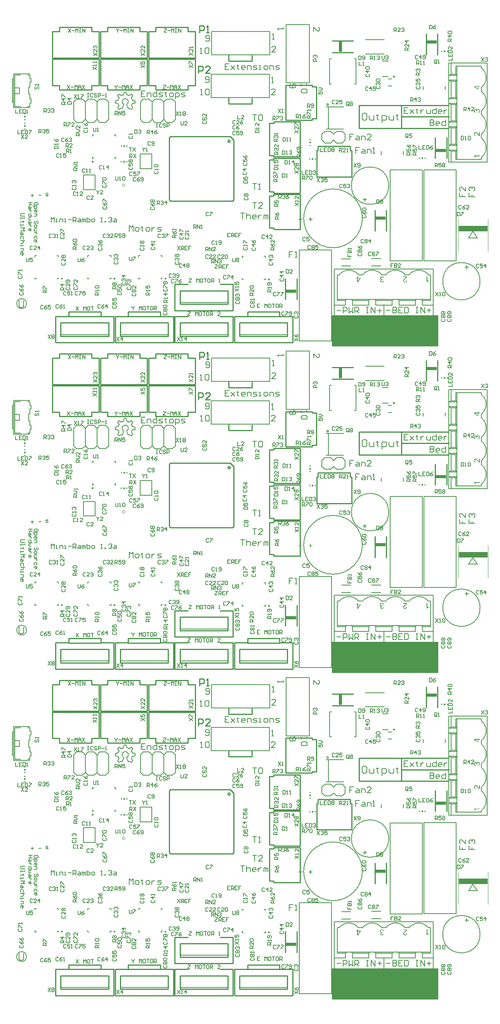
<source format=gto>
G04 Layer_Color=65535*
%FSLAX24Y24*%
%MOIN*%
G70*
G01*
G75*
%ADD10C,0.0070*%
%ADD12C,0.0100*%
%ADD53C,0.0080*%
%ADD112C,0.0098*%
%ADD113C,0.0050*%
%ADD114C,0.0000*%
%ADD115C,0.0060*%
%ADD116C,0.0079*%
%ADD117C,0.0040*%
%ADD118R,0.9183X0.2710*%
%ADD119R,0.0120X0.0059*%
%ADD120R,0.0120X0.0060*%
%ADD121R,0.0120X0.0119*%
%ADD122R,0.0059X0.0120*%
%ADD123R,0.0060X0.0120*%
%ADD124R,0.0119X0.0120*%
%ADD125R,0.2450X0.0492*%
%ADD126R,0.0879X0.0295*%
%ADD127R,0.0295X0.0879*%
G36*
X51910Y90229D02*
X52028D01*
Y90168D01*
X51910D01*
Y89953D01*
X51854D01*
X51533Y90180D01*
Y90229D01*
X51854D01*
Y90297D01*
X51910D01*
Y90229D01*
D02*
G37*
G36*
X51892Y88276D02*
X51898Y88276D01*
X51905Y88275D01*
X51912Y88273D01*
X51920Y88271D01*
X51937Y88266D01*
X51947Y88262D01*
X51956Y88257D01*
X51965Y88251D01*
X51974Y88245D01*
X51983Y88238D01*
X51992Y88229D01*
X51993Y88229D01*
X51994Y88227D01*
X51996Y88225D01*
X51999Y88221D01*
X52003Y88217D01*
X52007Y88211D01*
X52010Y88204D01*
X52014Y88197D01*
X52019Y88189D01*
X52022Y88180D01*
X52026Y88170D01*
X52030Y88159D01*
X52033Y88148D01*
X52035Y88136D01*
X52036Y88123D01*
X52037Y88110D01*
Y88109D01*
Y88107D01*
Y88104D01*
X52036Y88099D01*
X52035Y88093D01*
X52035Y88087D01*
X52034Y88080D01*
X52032Y88072D01*
X52028Y88055D01*
X52020Y88037D01*
X52016Y88028D01*
X52011Y88019D01*
X52005Y88010D01*
X51998Y88002D01*
X51998Y88001D01*
X51997Y88000D01*
X51994Y87998D01*
X51991Y87995D01*
X51987Y87992D01*
X51982Y87988D01*
X51977Y87984D01*
X51971Y87980D01*
X51956Y87971D01*
X51939Y87963D01*
X51919Y87957D01*
X51908Y87954D01*
X51897Y87953D01*
X51889Y88014D01*
X51889D01*
X51891Y88015D01*
X51894D01*
X51897Y88016D01*
X51906Y88019D01*
X51917Y88022D01*
X51929Y88027D01*
X51942Y88033D01*
X51954Y88040D01*
X51963Y88049D01*
X51964Y88050D01*
X51967Y88053D01*
X51970Y88059D01*
X51975Y88066D01*
X51979Y88074D01*
X51982Y88085D01*
X51985Y88097D01*
X51986Y88110D01*
Y88111D01*
Y88112D01*
Y88115D01*
X51985Y88118D01*
X51985Y88125D01*
X51982Y88135D01*
X51979Y88147D01*
X51974Y88159D01*
X51967Y88171D01*
X51957Y88183D01*
X51955Y88184D01*
X51951Y88187D01*
X51945Y88192D01*
X51936Y88198D01*
X51926Y88203D01*
X51913Y88208D01*
X51898Y88211D01*
X51883Y88212D01*
X51879D01*
X51876Y88211D01*
X51868Y88211D01*
X51858Y88208D01*
X51848Y88205D01*
X51836Y88200D01*
X51824Y88193D01*
X51814Y88184D01*
X51812Y88183D01*
X51809Y88180D01*
X51805Y88174D01*
X51800Y88165D01*
X51795Y88155D01*
X51791Y88143D01*
X51788Y88130D01*
X51787Y88115D01*
Y88115D01*
Y88112D01*
Y88108D01*
X51787Y88103D01*
X51788Y88097D01*
X51789Y88090D01*
X51790Y88081D01*
X51793Y88072D01*
X51739Y88079D01*
Y88080D01*
Y88083D01*
X51740Y88086D01*
Y88089D01*
Y88090D01*
Y88090D01*
Y88093D01*
Y88096D01*
X51739Y88102D01*
X51737Y88112D01*
X51735Y88123D01*
X51731Y88134D01*
X51727Y88146D01*
X51720Y88158D01*
X51719Y88160D01*
X51716Y88164D01*
X51711Y88168D01*
X51704Y88174D01*
X51696Y88180D01*
X51685Y88185D01*
X51672Y88189D01*
X51657Y88190D01*
X51652D01*
X51646Y88189D01*
X51638Y88187D01*
X51629Y88185D01*
X51620Y88180D01*
X51610Y88175D01*
X51602Y88167D01*
X51601Y88167D01*
X51598Y88164D01*
X51595Y88158D01*
X51591Y88152D01*
X51586Y88143D01*
X51583Y88133D01*
X51580Y88122D01*
X51579Y88109D01*
Y88108D01*
Y88108D01*
Y88103D01*
X51581Y88096D01*
X51582Y88089D01*
X51585Y88079D01*
X51589Y88069D01*
X51595Y88059D01*
X51602Y88050D01*
X51603Y88049D01*
X51606Y88046D01*
X51611Y88042D01*
X51619Y88037D01*
X51628Y88032D01*
X51639Y88028D01*
X51653Y88023D01*
X51669Y88020D01*
X51658Y87959D01*
X51657D01*
X51655Y87960D01*
X51652Y87960D01*
X51648Y87961D01*
X51643Y87963D01*
X51637Y87964D01*
X51623Y87969D01*
X51608Y87975D01*
X51592Y87985D01*
X51577Y87995D01*
X51564Y88009D01*
X51563Y88009D01*
X51562Y88010D01*
X51561Y88012D01*
X51558Y88016D01*
X51556Y88020D01*
X51553Y88025D01*
X51546Y88036D01*
X51540Y88050D01*
X51535Y88068D01*
X51531Y88087D01*
X51530Y88097D01*
Y88108D01*
Y88108D01*
Y88109D01*
Y88112D01*
Y88115D01*
X51530Y88122D01*
X51532Y88132D01*
X51534Y88143D01*
X51537Y88156D01*
X51542Y88169D01*
X51548Y88182D01*
Y88183D01*
X51548Y88183D01*
X51551Y88188D01*
X51554Y88194D01*
X51560Y88201D01*
X51567Y88210D01*
X51575Y88219D01*
X51585Y88227D01*
X51595Y88235D01*
X51597Y88236D01*
X51601Y88238D01*
X51607Y88241D01*
X51614Y88244D01*
X51624Y88247D01*
X51635Y88250D01*
X51646Y88252D01*
X51659Y88253D01*
X51664D01*
X51670Y88252D01*
X51678Y88251D01*
X51687Y88248D01*
X51697Y88245D01*
X51707Y88242D01*
X51717Y88236D01*
X51719Y88235D01*
X51722Y88232D01*
X51726Y88228D01*
X51732Y88223D01*
X51739Y88215D01*
X51746Y88207D01*
X51753Y88196D01*
X51759Y88184D01*
Y88185D01*
X51760Y88186D01*
Y88189D01*
X51762Y88192D01*
X51764Y88199D01*
X51768Y88209D01*
X51774Y88220D01*
X51781Y88231D01*
X51790Y88242D01*
X51802Y88252D01*
X51803Y88253D01*
X51808Y88256D01*
X51815Y88260D01*
X51824Y88265D01*
X51835Y88270D01*
X51849Y88273D01*
X51864Y88276D01*
X51882Y88277D01*
X51888D01*
X51892Y88276D01*
D02*
G37*
G36*
X52028Y85954D02*
X52020D01*
X52015Y85954D01*
X52009Y85955D01*
X52002Y85956D01*
X51994Y85958D01*
X51987Y85960D01*
X51986D01*
X51985Y85961D01*
X51981Y85963D01*
X51975Y85966D01*
X51966Y85970D01*
X51956Y85975D01*
X51945Y85983D01*
X51933Y85991D01*
X51921Y86000D01*
X51920D01*
X51920Y86002D01*
X51915Y86006D01*
X51908Y86012D01*
X51899Y86021D01*
X51889Y86032D01*
X51876Y86046D01*
X51861Y86062D01*
X51846Y86081D01*
X51845Y86081D01*
X51843Y86084D01*
X51839Y86088D01*
X51834Y86093D01*
X51829Y86100D01*
X51822Y86108D01*
X51808Y86124D01*
X51790Y86143D01*
X51773Y86161D01*
X51765Y86170D01*
X51756Y86177D01*
X51748Y86184D01*
X51740Y86190D01*
X51740D01*
X51739Y86192D01*
X51737Y86193D01*
X51734Y86195D01*
X51726Y86199D01*
X51716Y86205D01*
X51705Y86210D01*
X51693Y86214D01*
X51679Y86217D01*
X51666Y86219D01*
X51665D01*
X51660Y86218D01*
X51654Y86217D01*
X51645Y86216D01*
X51635Y86212D01*
X51626Y86208D01*
X51615Y86201D01*
X51605Y86192D01*
X51604Y86191D01*
X51601Y86188D01*
X51598Y86182D01*
X51592Y86174D01*
X51588Y86164D01*
X51584Y86153D01*
X51581Y86139D01*
X51580Y86124D01*
Y86124D01*
Y86122D01*
Y86120D01*
X51581Y86117D01*
X51582Y86109D01*
X51583Y86099D01*
X51587Y86088D01*
X51592Y86076D01*
X51598Y86065D01*
X51607Y86054D01*
X51609Y86053D01*
X51612Y86050D01*
X51618Y86046D01*
X51626Y86041D01*
X51637Y86036D01*
X51649Y86032D01*
X51663Y86029D01*
X51680Y86028D01*
X51673Y85965D01*
X51670D01*
X51666Y85966D01*
X51662Y85966D01*
X51656Y85968D01*
X51649Y85969D01*
X51634Y85973D01*
X51616Y85979D01*
X51599Y85988D01*
X51582Y85999D01*
X51574Y86005D01*
X51567Y86012D01*
X51566Y86013D01*
X51565Y86015D01*
X51563Y86017D01*
X51561Y86020D01*
X51558Y86025D01*
X51554Y86030D01*
X51551Y86036D01*
X51548Y86043D01*
X51545Y86050D01*
X51541Y86059D01*
X51538Y86068D01*
X51536Y86078D01*
X51531Y86101D01*
X51530Y86113D01*
X51530Y86126D01*
Y86127D01*
Y86129D01*
Y86133D01*
X51530Y86138D01*
X51531Y86144D01*
X51532Y86151D01*
X51533Y86158D01*
X51535Y86167D01*
X51539Y86185D01*
X51546Y86204D01*
X51551Y86214D01*
X51556Y86223D01*
X51563Y86231D01*
X51570Y86239D01*
X51570Y86240D01*
X51571Y86241D01*
X51573Y86243D01*
X51576Y86246D01*
X51581Y86249D01*
X51585Y86253D01*
X51597Y86260D01*
X51611Y86268D01*
X51628Y86275D01*
X51647Y86280D01*
X51657Y86281D01*
X51668Y86282D01*
X51673D01*
X51679Y86281D01*
X51687Y86280D01*
X51696Y86279D01*
X51706Y86276D01*
X51716Y86273D01*
X51727Y86269D01*
X51728Y86268D01*
X51732Y86266D01*
X51737Y86263D01*
X51745Y86259D01*
X51754Y86254D01*
X51765Y86247D01*
X51775Y86238D01*
X51787Y86228D01*
X51789Y86226D01*
X51793Y86223D01*
X51800Y86216D01*
X51805Y86211D01*
X51810Y86206D01*
X51816Y86200D01*
X51823Y86192D01*
X51830Y86185D01*
X51838Y86177D01*
X51846Y86167D01*
X51855Y86157D01*
X51864Y86146D01*
X51875Y86134D01*
X51876Y86133D01*
X51877Y86132D01*
X51880Y86129D01*
X51883Y86125D01*
X51890Y86116D01*
X51900Y86105D01*
X51911Y86093D01*
X51921Y86081D01*
X51930Y86071D01*
X51934Y86068D01*
X51938Y86064D01*
X51939Y86063D01*
X51941Y86062D01*
X51944Y86059D01*
X51948Y86055D01*
X51958Y86046D01*
X51970Y86038D01*
Y86282D01*
X52028D01*
Y85954D01*
D02*
G37*
G36*
Y84224D02*
X51640D01*
X51641Y84224D01*
X51644Y84221D01*
X51647Y84215D01*
X51653Y84209D01*
X51660Y84200D01*
X51666Y84190D01*
X51675Y84179D01*
X51682Y84166D01*
Y84165D01*
X51683Y84165D01*
X51686Y84160D01*
X51690Y84153D01*
X51694Y84145D01*
X51700Y84135D01*
X51704Y84125D01*
X51709Y84113D01*
X51714Y84103D01*
X51654D01*
Y84104D01*
X51654Y84105D01*
X51652Y84108D01*
X51650Y84111D01*
X51647Y84116D01*
X51645Y84121D01*
X51638Y84133D01*
X51630Y84147D01*
X51620Y84162D01*
X51609Y84177D01*
X51597Y84191D01*
X51596Y84192D01*
X51595Y84193D01*
X51591Y84197D01*
X51584Y84204D01*
X51576Y84212D01*
X51565Y84221D01*
X51554Y84231D01*
X51542Y84239D01*
X51530Y84246D01*
Y84286D01*
X52028D01*
Y84224D01*
D02*
G37*
G36*
X37535Y78856D02*
X37671D01*
Y78799D01*
X37535D01*
Y78663D01*
X37478D01*
Y78799D01*
X37343D01*
Y78856D01*
X37478D01*
Y78991D01*
X37535D01*
Y78856D01*
D02*
G37*
G36*
X36669D02*
X36804D01*
Y78799D01*
X36669D01*
Y78663D01*
X36612D01*
Y78799D01*
X36476D01*
Y78856D01*
X36612D01*
Y78991D01*
X36669D01*
Y78856D01*
D02*
G37*
G36*
X43643Y73919D02*
X43649Y73918D01*
X43655Y73917D01*
X43662Y73916D01*
X43670Y73915D01*
X43687Y73910D01*
X43705Y73903D01*
X43715Y73899D01*
X43723Y73894D01*
X43732Y73888D01*
X43740Y73881D01*
X43741Y73880D01*
X43742Y73879D01*
X43744Y73877D01*
X43747Y73874D01*
X43750Y73869D01*
X43754Y73865D01*
X43758Y73860D01*
X43762Y73854D01*
X43771Y73838D01*
X43779Y73821D01*
X43786Y73801D01*
X43788Y73791D01*
X43789Y73779D01*
X43728Y73771D01*
Y73772D01*
X43727Y73773D01*
Y73776D01*
X43726Y73779D01*
X43724Y73789D01*
X43720Y73800D01*
X43715Y73812D01*
X43709Y73825D01*
X43702Y73836D01*
X43693Y73846D01*
X43692Y73847D01*
X43689Y73850D01*
X43684Y73853D01*
X43676Y73857D01*
X43668Y73861D01*
X43657Y73865D01*
X43645Y73868D01*
X43632Y73869D01*
X43628D01*
X43625Y73868D01*
X43617Y73867D01*
X43607Y73865D01*
X43595Y73861D01*
X43583Y73857D01*
X43571Y73849D01*
X43560Y73839D01*
X43558Y73838D01*
X43555Y73834D01*
X43550Y73828D01*
X43544Y73819D01*
X43539Y73808D01*
X43535Y73795D01*
X43532Y73781D01*
X43530Y73765D01*
Y73764D01*
Y73764D01*
Y73761D01*
X43531Y73758D01*
X43532Y73751D01*
X43534Y73741D01*
X43537Y73730D01*
X43542Y73718D01*
X43549Y73707D01*
X43558Y73696D01*
X43560Y73695D01*
X43563Y73692D01*
X43569Y73688D01*
X43577Y73683D01*
X43587Y73677D01*
X43599Y73674D01*
X43612Y73671D01*
X43627Y73669D01*
X43634D01*
X43639Y73670D01*
X43645Y73671D01*
X43653Y73671D01*
X43661Y73673D01*
X43670Y73675D01*
X43663Y73621D01*
X43659D01*
X43656Y73622D01*
X43646D01*
X43640Y73621D01*
X43630Y73620D01*
X43619Y73618D01*
X43608Y73614D01*
X43596Y73609D01*
X43584Y73603D01*
X43582Y73602D01*
X43578Y73599D01*
X43574Y73594D01*
X43568Y73587D01*
X43562Y73578D01*
X43557Y73568D01*
X43554Y73555D01*
X43552Y73540D01*
Y73539D01*
Y73538D01*
Y73535D01*
X43554Y73528D01*
X43555Y73520D01*
X43557Y73512D01*
X43562Y73503D01*
X43567Y73493D01*
X43575Y73485D01*
X43575Y73484D01*
X43578Y73481D01*
X43584Y73477D01*
X43591Y73473D01*
X43599Y73469D01*
X43609Y73466D01*
X43620Y73463D01*
X43633Y73462D01*
X43639D01*
X43646Y73463D01*
X43653Y73465D01*
X43663Y73467D01*
X43673Y73472D01*
X43683Y73477D01*
X43693Y73485D01*
X43693Y73485D01*
X43696Y73488D01*
X43700Y73494D01*
X43705Y73501D01*
X43710Y73510D01*
X43715Y73522D01*
X43719Y73535D01*
X43722Y73551D01*
X43783Y73541D01*
Y73540D01*
X43783Y73538D01*
X43782Y73535D01*
X43781Y73531D01*
X43780Y73525D01*
X43778Y73519D01*
X43773Y73506D01*
X43767Y73491D01*
X43758Y73475D01*
X43747Y73460D01*
X43733Y73446D01*
X43733Y73445D01*
X43732Y73445D01*
X43730Y73443D01*
X43726Y73441D01*
X43722Y73439D01*
X43718Y73436D01*
X43706Y73429D01*
X43692Y73423D01*
X43674Y73417D01*
X43656Y73414D01*
X43645Y73412D01*
X43628D01*
X43620Y73413D01*
X43610Y73414D01*
X43599Y73417D01*
X43586Y73420D01*
X43573Y73424D01*
X43560Y73430D01*
X43560D01*
X43559Y73431D01*
X43554Y73433D01*
X43548Y73437D01*
X43541Y73442D01*
X43532Y73449D01*
X43523Y73457D01*
X43515Y73467D01*
X43507Y73478D01*
X43507Y73479D01*
X43504Y73483D01*
X43501Y73489D01*
X43498Y73497D01*
X43495Y73507D01*
X43492Y73517D01*
X43490Y73528D01*
X43489Y73541D01*
Y73543D01*
Y73547D01*
X43490Y73553D01*
X43492Y73560D01*
X43494Y73569D01*
X43497Y73579D01*
X43501Y73590D01*
X43507Y73600D01*
X43507Y73601D01*
X43510Y73604D01*
X43514Y73609D01*
X43519Y73615D01*
X43527Y73621D01*
X43535Y73628D01*
X43546Y73636D01*
X43558Y73642D01*
X43557D01*
X43556Y73643D01*
X43554D01*
X43550Y73644D01*
X43543Y73646D01*
X43533Y73651D01*
X43523Y73656D01*
X43511Y73664D01*
X43500Y73673D01*
X43490Y73684D01*
X43489Y73686D01*
X43486Y73690D01*
X43482Y73697D01*
X43477Y73706D01*
X43473Y73717D01*
X43469Y73731D01*
X43466Y73747D01*
X43465Y73764D01*
Y73765D01*
Y73767D01*
Y73770D01*
X43466Y73775D01*
X43467Y73781D01*
X43467Y73787D01*
X43469Y73795D01*
X43471Y73802D01*
X43476Y73820D01*
X43480Y73829D01*
X43485Y73838D01*
X43491Y73848D01*
X43497Y73857D01*
X43504Y73866D01*
X43513Y73875D01*
X43513Y73875D01*
X43515Y73877D01*
X43517Y73879D01*
X43521Y73882D01*
X43526Y73885D01*
X43532Y73889D01*
X43538Y73893D01*
X43545Y73897D01*
X43554Y73901D01*
X43563Y73905D01*
X43572Y73909D01*
X43583Y73913D01*
X43594Y73916D01*
X43606Y73917D01*
X43619Y73919D01*
X43632Y73919D01*
X43638D01*
X43643Y73919D01*
D02*
G37*
G36*
X41574Y73792D02*
X41789D01*
Y73736D01*
X41563Y73415D01*
X41513D01*
Y73736D01*
X41445D01*
Y73792D01*
X41513D01*
Y73911D01*
X41574D01*
Y73792D01*
D02*
G37*
G36*
X47518Y73522D02*
X47518Y73523D01*
X47521Y73526D01*
X47527Y73530D01*
X47534Y73535D01*
X47542Y73542D01*
X47552Y73549D01*
X47563Y73557D01*
X47576Y73565D01*
X47577D01*
X47577Y73566D01*
X47582Y73569D01*
X47589Y73572D01*
X47597Y73577D01*
X47607Y73582D01*
X47617Y73587D01*
X47629Y73592D01*
X47639Y73597D01*
Y73537D01*
X47639D01*
X47637Y73536D01*
X47634Y73535D01*
X47631Y73532D01*
X47627Y73530D01*
X47621Y73528D01*
X47609Y73521D01*
X47596Y73513D01*
X47580Y73503D01*
X47565Y73491D01*
X47551Y73479D01*
X47550Y73479D01*
X47549Y73478D01*
X47545Y73473D01*
X47538Y73467D01*
X47530Y73458D01*
X47521Y73448D01*
X47512Y73436D01*
X47503Y73424D01*
X47496Y73412D01*
X47456D01*
Y73911D01*
X47518D01*
Y73522D01*
D02*
G37*
G36*
X45789Y73910D02*
Y73907D01*
Y73903D01*
X45788Y73897D01*
X45787Y73891D01*
X45786Y73885D01*
X45784Y73877D01*
X45782Y73869D01*
Y73869D01*
X45781Y73868D01*
X45780Y73863D01*
X45777Y73857D01*
X45772Y73848D01*
X45767Y73838D01*
X45759Y73827D01*
X45752Y73816D01*
X45742Y73804D01*
Y73803D01*
X45740Y73802D01*
X45736Y73798D01*
X45730Y73791D01*
X45721Y73782D01*
X45710Y73771D01*
X45696Y73758D01*
X45680Y73744D01*
X45662Y73728D01*
X45661Y73727D01*
X45658Y73725D01*
X45654Y73722D01*
X45649Y73717D01*
X45642Y73711D01*
X45634Y73705D01*
X45618Y73690D01*
X45600Y73673D01*
X45581Y73656D01*
X45572Y73647D01*
X45565Y73639D01*
X45558Y73631D01*
X45552Y73623D01*
Y73622D01*
X45550Y73621D01*
X45549Y73619D01*
X45547Y73616D01*
X45543Y73609D01*
X45538Y73599D01*
X45532Y73587D01*
X45528Y73575D01*
X45525Y73562D01*
X45523Y73549D01*
Y73548D01*
Y73547D01*
X45524Y73543D01*
X45525Y73536D01*
X45526Y73528D01*
X45530Y73518D01*
X45535Y73508D01*
X45541Y73497D01*
X45550Y73488D01*
X45551Y73487D01*
X45554Y73484D01*
X45560Y73480D01*
X45568Y73475D01*
X45578Y73470D01*
X45589Y73467D01*
X45603Y73463D01*
X45618Y73463D01*
X45622D01*
X45625Y73463D01*
X45633Y73464D01*
X45643Y73466D01*
X45654Y73470D01*
X45666Y73474D01*
X45677Y73481D01*
X45688Y73490D01*
X45689Y73491D01*
X45692Y73494D01*
X45696Y73501D01*
X45701Y73509D01*
X45706Y73519D01*
X45710Y73532D01*
X45713Y73546D01*
X45715Y73563D01*
X45777Y73556D01*
Y73555D01*
Y73553D01*
X45777Y73549D01*
X45776Y73544D01*
X45774Y73538D01*
X45773Y73532D01*
X45769Y73516D01*
X45763Y73499D01*
X45755Y73482D01*
X45743Y73464D01*
X45737Y73457D01*
X45730Y73449D01*
X45729Y73448D01*
X45727Y73448D01*
X45725Y73445D01*
X45722Y73443D01*
X45718Y73441D01*
X45712Y73437D01*
X45706Y73434D01*
X45699Y73430D01*
X45692Y73427D01*
X45684Y73423D01*
X45674Y73420D01*
X45664Y73418D01*
X45641Y73414D01*
X45629Y73413D01*
X45616Y73412D01*
X45609D01*
X45604Y73413D01*
X45598Y73414D01*
X45591Y73414D01*
X45584Y73415D01*
X45575Y73417D01*
X45557Y73422D01*
X45538Y73429D01*
X45529Y73433D01*
X45519Y73439D01*
X45511Y73445D01*
X45503Y73452D01*
X45502Y73453D01*
X45501Y73454D01*
X45499Y73456D01*
X45496Y73459D01*
X45493Y73463D01*
X45489Y73468D01*
X45482Y73479D01*
X45474Y73494D01*
X45467Y73510D01*
X45462Y73529D01*
X45461Y73540D01*
X45461Y73550D01*
Y73552D01*
Y73556D01*
X45461Y73562D01*
X45462Y73569D01*
X45464Y73578D01*
X45466Y73588D01*
X45469Y73599D01*
X45473Y73609D01*
X45474Y73611D01*
X45476Y73615D01*
X45479Y73620D01*
X45483Y73628D01*
X45488Y73637D01*
X45495Y73647D01*
X45504Y73658D01*
X45514Y73670D01*
X45516Y73671D01*
X45519Y73676D01*
X45526Y73683D01*
X45531Y73687D01*
X45536Y73693D01*
X45542Y73699D01*
X45550Y73705D01*
X45557Y73712D01*
X45566Y73721D01*
X45575Y73729D01*
X45585Y73738D01*
X45596Y73747D01*
X45608Y73758D01*
X45609Y73758D01*
X45610Y73760D01*
X45613Y73762D01*
X45617Y73765D01*
X45626Y73773D01*
X45637Y73783D01*
X45649Y73793D01*
X45661Y73804D01*
X45671Y73813D01*
X45674Y73817D01*
X45678Y73820D01*
X45679Y73821D01*
X45681Y73823D01*
X45684Y73826D01*
X45687Y73831D01*
X45696Y73841D01*
X45704Y73853D01*
X45460D01*
Y73911D01*
X45789D01*
Y73910D01*
D02*
G37*
G36*
X51910Y62237D02*
X52028D01*
Y62176D01*
X51910D01*
Y61961D01*
X51854D01*
X51533Y62187D01*
Y62237D01*
X51854D01*
Y62305D01*
X51910D01*
Y62237D01*
D02*
G37*
G36*
X51892Y60284D02*
X51898Y60283D01*
X51905Y60283D01*
X51912Y60281D01*
X51920Y60279D01*
X51937Y60274D01*
X51947Y60270D01*
X51956Y60265D01*
X51965Y60259D01*
X51974Y60253D01*
X51983Y60246D01*
X51992Y60237D01*
X51993Y60237D01*
X51994Y60235D01*
X51996Y60233D01*
X51999Y60229D01*
X52003Y60224D01*
X52007Y60218D01*
X52010Y60212D01*
X52014Y60205D01*
X52019Y60196D01*
X52022Y60187D01*
X52026Y60178D01*
X52030Y60167D01*
X52033Y60156D01*
X52035Y60144D01*
X52036Y60131D01*
X52037Y60118D01*
Y60117D01*
Y60115D01*
Y60112D01*
X52036Y60107D01*
X52035Y60101D01*
X52035Y60095D01*
X52034Y60088D01*
X52032Y60080D01*
X52028Y60063D01*
X52020Y60045D01*
X52016Y60035D01*
X52011Y60027D01*
X52005Y60018D01*
X51998Y60010D01*
X51998Y60009D01*
X51997Y60008D01*
X51994Y60006D01*
X51991Y60003D01*
X51987Y60000D01*
X51982Y59996D01*
X51977Y59992D01*
X51971Y59988D01*
X51956Y59979D01*
X51939Y59971D01*
X51919Y59964D01*
X51908Y59962D01*
X51897Y59961D01*
X51889Y60022D01*
X51889D01*
X51891Y60023D01*
X51894D01*
X51897Y60024D01*
X51906Y60026D01*
X51917Y60030D01*
X51929Y60035D01*
X51942Y60041D01*
X51954Y60048D01*
X51963Y60057D01*
X51964Y60058D01*
X51967Y60061D01*
X51970Y60066D01*
X51975Y60074D01*
X51979Y60082D01*
X51982Y60093D01*
X51985Y60105D01*
X51986Y60118D01*
Y60119D01*
Y60120D01*
Y60122D01*
X51985Y60125D01*
X51985Y60133D01*
X51982Y60143D01*
X51979Y60155D01*
X51974Y60167D01*
X51967Y60179D01*
X51957Y60190D01*
X51955Y60192D01*
X51951Y60195D01*
X51945Y60200D01*
X51936Y60206D01*
X51926Y60211D01*
X51913Y60215D01*
X51898Y60218D01*
X51883Y60220D01*
X51879D01*
X51876Y60219D01*
X51868Y60218D01*
X51858Y60216D01*
X51848Y60213D01*
X51836Y60208D01*
X51824Y60201D01*
X51814Y60192D01*
X51812Y60190D01*
X51809Y60187D01*
X51805Y60181D01*
X51800Y60173D01*
X51795Y60163D01*
X51791Y60151D01*
X51788Y60138D01*
X51787Y60123D01*
Y60122D01*
Y60120D01*
Y60116D01*
X51787Y60111D01*
X51788Y60105D01*
X51789Y60097D01*
X51790Y60089D01*
X51793Y60080D01*
X51739Y60087D01*
Y60088D01*
Y60091D01*
X51740Y60094D01*
Y60097D01*
Y60097D01*
Y60098D01*
Y60100D01*
Y60104D01*
X51739Y60110D01*
X51737Y60120D01*
X51735Y60131D01*
X51731Y60142D01*
X51727Y60154D01*
X51720Y60166D01*
X51719Y60168D01*
X51716Y60172D01*
X51711Y60176D01*
X51704Y60182D01*
X51696Y60188D01*
X51685Y60193D01*
X51672Y60196D01*
X51657Y60198D01*
X51652D01*
X51646Y60196D01*
X51638Y60195D01*
X51629Y60193D01*
X51620Y60188D01*
X51610Y60183D01*
X51602Y60175D01*
X51601Y60175D01*
X51598Y60172D01*
X51595Y60166D01*
X51591Y60159D01*
X51586Y60151D01*
X51583Y60141D01*
X51580Y60130D01*
X51579Y60117D01*
Y60116D01*
Y60116D01*
Y60111D01*
X51581Y60104D01*
X51582Y60097D01*
X51585Y60087D01*
X51589Y60077D01*
X51595Y60067D01*
X51602Y60057D01*
X51603Y60057D01*
X51606Y60054D01*
X51611Y60050D01*
X51619Y60045D01*
X51628Y60040D01*
X51639Y60035D01*
X51653Y60031D01*
X51669Y60028D01*
X51658Y59967D01*
X51657D01*
X51655Y59967D01*
X51652Y59968D01*
X51648Y59969D01*
X51643Y59970D01*
X51637Y59972D01*
X51623Y59977D01*
X51608Y59983D01*
X51592Y59992D01*
X51577Y60003D01*
X51564Y60017D01*
X51563Y60017D01*
X51562Y60018D01*
X51561Y60020D01*
X51558Y60024D01*
X51556Y60028D01*
X51553Y60032D01*
X51546Y60044D01*
X51540Y60058D01*
X51535Y60076D01*
X51531Y60094D01*
X51530Y60105D01*
Y60116D01*
Y60116D01*
Y60117D01*
Y60119D01*
Y60122D01*
X51530Y60130D01*
X51532Y60140D01*
X51534Y60151D01*
X51537Y60164D01*
X51542Y60177D01*
X51548Y60190D01*
Y60190D01*
X51548Y60191D01*
X51551Y60196D01*
X51554Y60202D01*
X51560Y60209D01*
X51567Y60218D01*
X51575Y60227D01*
X51585Y60235D01*
X51595Y60243D01*
X51597Y60243D01*
X51601Y60246D01*
X51607Y60249D01*
X51614Y60252D01*
X51624Y60255D01*
X51635Y60258D01*
X51646Y60260D01*
X51659Y60261D01*
X51664D01*
X51670Y60260D01*
X51678Y60258D01*
X51687Y60256D01*
X51697Y60253D01*
X51707Y60249D01*
X51717Y60243D01*
X51719Y60243D01*
X51722Y60240D01*
X51726Y60236D01*
X51732Y60231D01*
X51739Y60223D01*
X51746Y60215D01*
X51753Y60204D01*
X51759Y60192D01*
Y60193D01*
X51760Y60194D01*
Y60196D01*
X51762Y60200D01*
X51764Y60207D01*
X51768Y60217D01*
X51774Y60227D01*
X51781Y60239D01*
X51790Y60250D01*
X51802Y60260D01*
X51803Y60261D01*
X51808Y60264D01*
X51815Y60268D01*
X51824Y60273D01*
X51835Y60277D01*
X51849Y60281D01*
X51864Y60284D01*
X51882Y60285D01*
X51888D01*
X51892Y60284D01*
D02*
G37*
G36*
X52028Y57961D02*
X52020D01*
X52015Y57962D01*
X52009Y57963D01*
X52002Y57964D01*
X51994Y57966D01*
X51987Y57968D01*
X51986D01*
X51985Y57969D01*
X51981Y57970D01*
X51975Y57973D01*
X51966Y57978D01*
X51956Y57983D01*
X51945Y57991D01*
X51933Y57998D01*
X51921Y58008D01*
X51920D01*
X51920Y58010D01*
X51915Y58014D01*
X51908Y58020D01*
X51899Y58029D01*
X51889Y58040D01*
X51876Y58054D01*
X51861Y58070D01*
X51846Y58088D01*
X51845Y58089D01*
X51843Y58092D01*
X51839Y58096D01*
X51834Y58101D01*
X51829Y58108D01*
X51822Y58116D01*
X51808Y58132D01*
X51790Y58150D01*
X51773Y58169D01*
X51765Y58178D01*
X51756Y58185D01*
X51748Y58192D01*
X51740Y58198D01*
X51740D01*
X51739Y58200D01*
X51737Y58201D01*
X51734Y58203D01*
X51726Y58207D01*
X51716Y58212D01*
X51705Y58218D01*
X51693Y58222D01*
X51679Y58225D01*
X51666Y58227D01*
X51665D01*
X51660Y58226D01*
X51654Y58225D01*
X51645Y58224D01*
X51635Y58220D01*
X51626Y58215D01*
X51615Y58209D01*
X51605Y58200D01*
X51604Y58199D01*
X51601Y58196D01*
X51598Y58190D01*
X51592Y58182D01*
X51588Y58172D01*
X51584Y58161D01*
X51581Y58147D01*
X51580Y58132D01*
Y58131D01*
Y58130D01*
Y58128D01*
X51581Y58125D01*
X51582Y58117D01*
X51583Y58107D01*
X51587Y58096D01*
X51592Y58084D01*
X51598Y58073D01*
X51607Y58062D01*
X51609Y58061D01*
X51612Y58058D01*
X51618Y58054D01*
X51626Y58049D01*
X51637Y58044D01*
X51649Y58040D01*
X51663Y58037D01*
X51680Y58035D01*
X51673Y57973D01*
X51670D01*
X51666Y57973D01*
X51662Y57974D01*
X51656Y57976D01*
X51649Y57977D01*
X51634Y57981D01*
X51616Y57987D01*
X51599Y57995D01*
X51582Y58007D01*
X51574Y58013D01*
X51567Y58020D01*
X51566Y58021D01*
X51565Y58023D01*
X51563Y58025D01*
X51561Y58028D01*
X51558Y58032D01*
X51554Y58038D01*
X51551Y58044D01*
X51548Y58051D01*
X51545Y58058D01*
X51541Y58066D01*
X51538Y58076D01*
X51536Y58086D01*
X51531Y58109D01*
X51530Y58121D01*
X51530Y58134D01*
Y58135D01*
Y58137D01*
Y58141D01*
X51530Y58146D01*
X51531Y58152D01*
X51532Y58159D01*
X51533Y58166D01*
X51535Y58175D01*
X51539Y58193D01*
X51546Y58212D01*
X51551Y58221D01*
X51556Y58231D01*
X51563Y58239D01*
X51570Y58247D01*
X51570Y58248D01*
X51571Y58249D01*
X51573Y58251D01*
X51576Y58254D01*
X51581Y58257D01*
X51585Y58261D01*
X51597Y58268D01*
X51611Y58276D01*
X51628Y58283D01*
X51647Y58288D01*
X51657Y58289D01*
X51668Y58289D01*
X51673D01*
X51679Y58289D01*
X51687Y58288D01*
X51696Y58286D01*
X51706Y58284D01*
X51716Y58281D01*
X51727Y58277D01*
X51728Y58276D01*
X51732Y58274D01*
X51737Y58271D01*
X51745Y58267D01*
X51754Y58262D01*
X51765Y58255D01*
X51775Y58246D01*
X51787Y58236D01*
X51789Y58234D01*
X51793Y58231D01*
X51800Y58224D01*
X51805Y58219D01*
X51810Y58214D01*
X51816Y58208D01*
X51823Y58200D01*
X51830Y58193D01*
X51838Y58184D01*
X51846Y58175D01*
X51855Y58165D01*
X51864Y58154D01*
X51875Y58142D01*
X51876Y58141D01*
X51877Y58140D01*
X51880Y58137D01*
X51883Y58133D01*
X51890Y58124D01*
X51900Y58113D01*
X51911Y58101D01*
X51921Y58089D01*
X51930Y58079D01*
X51934Y58076D01*
X51938Y58072D01*
X51939Y58071D01*
X51941Y58069D01*
X51944Y58066D01*
X51948Y58063D01*
X51958Y58054D01*
X51970Y58046D01*
Y58290D01*
X52028D01*
Y57961D01*
D02*
G37*
G36*
Y56232D02*
X51640D01*
X51641Y56232D01*
X51644Y56229D01*
X51647Y56223D01*
X51653Y56216D01*
X51660Y56208D01*
X51666Y56198D01*
X51675Y56187D01*
X51682Y56174D01*
Y56173D01*
X51683Y56173D01*
X51686Y56168D01*
X51690Y56161D01*
X51694Y56153D01*
X51700Y56143D01*
X51704Y56133D01*
X51709Y56121D01*
X51714Y56111D01*
X51654D01*
Y56111D01*
X51654Y56113D01*
X51652Y56116D01*
X51650Y56119D01*
X51647Y56123D01*
X51645Y56129D01*
X51638Y56141D01*
X51630Y56154D01*
X51620Y56170D01*
X51609Y56185D01*
X51597Y56199D01*
X51596Y56200D01*
X51595Y56201D01*
X51591Y56205D01*
X51584Y56212D01*
X51576Y56220D01*
X51565Y56229D01*
X51554Y56238D01*
X51542Y56247D01*
X51530Y56254D01*
Y56294D01*
X52028D01*
Y56232D01*
D02*
G37*
G36*
X37535Y50863D02*
X37671D01*
Y50807D01*
X37535D01*
Y50671D01*
X37478D01*
Y50807D01*
X37343D01*
Y50863D01*
X37478D01*
Y50999D01*
X37535D01*
Y50863D01*
D02*
G37*
G36*
X36669D02*
X36804D01*
Y50807D01*
X36669D01*
Y50671D01*
X36612D01*
Y50807D01*
X36476D01*
Y50863D01*
X36612D01*
Y50999D01*
X36669D01*
Y50863D01*
D02*
G37*
G36*
X43643Y45926D02*
X43649Y45926D01*
X43655Y45925D01*
X43662Y45924D01*
X43670Y45923D01*
X43687Y45918D01*
X43705Y45911D01*
X43715Y45907D01*
X43723Y45902D01*
X43732Y45895D01*
X43740Y45889D01*
X43741Y45888D01*
X43742Y45887D01*
X43744Y45885D01*
X43747Y45882D01*
X43750Y45877D01*
X43754Y45873D01*
X43758Y45867D01*
X43762Y45861D01*
X43771Y45846D01*
X43779Y45829D01*
X43786Y45809D01*
X43788Y45799D01*
X43789Y45787D01*
X43728Y45779D01*
Y45780D01*
X43727Y45781D01*
Y45784D01*
X43726Y45787D01*
X43724Y45796D01*
X43720Y45808D01*
X43715Y45820D01*
X43709Y45833D01*
X43702Y45844D01*
X43693Y45854D01*
X43692Y45855D01*
X43689Y45858D01*
X43684Y45861D01*
X43676Y45865D01*
X43668Y45869D01*
X43657Y45873D01*
X43645Y45876D01*
X43632Y45877D01*
X43628D01*
X43625Y45876D01*
X43617Y45875D01*
X43607Y45873D01*
X43595Y45869D01*
X43583Y45864D01*
X43571Y45857D01*
X43560Y45847D01*
X43558Y45846D01*
X43555Y45842D01*
X43550Y45836D01*
X43544Y45827D01*
X43539Y45816D01*
X43535Y45803D01*
X43532Y45789D01*
X43530Y45773D01*
Y45772D01*
Y45771D01*
Y45769D01*
X43531Y45766D01*
X43532Y45759D01*
X43534Y45749D01*
X43537Y45738D01*
X43542Y45726D01*
X43549Y45715D01*
X43558Y45704D01*
X43560Y45703D01*
X43563Y45700D01*
X43569Y45696D01*
X43577Y45691D01*
X43587Y45685D01*
X43599Y45682D01*
X43612Y45678D01*
X43627Y45677D01*
X43634D01*
X43639Y45678D01*
X43645Y45678D01*
X43653Y45679D01*
X43661Y45681D01*
X43670Y45683D01*
X43663Y45629D01*
X43659D01*
X43656Y45630D01*
X43646D01*
X43640Y45629D01*
X43630Y45628D01*
X43619Y45626D01*
X43608Y45622D01*
X43596Y45617D01*
X43584Y45610D01*
X43582Y45610D01*
X43578Y45607D01*
X43574Y45601D01*
X43568Y45595D01*
X43562Y45586D01*
X43557Y45576D01*
X43554Y45563D01*
X43552Y45548D01*
Y45547D01*
Y45546D01*
Y45542D01*
X43554Y45536D01*
X43555Y45528D01*
X43557Y45520D01*
X43562Y45511D01*
X43567Y45501D01*
X43575Y45493D01*
X43575Y45492D01*
X43578Y45489D01*
X43584Y45485D01*
X43591Y45481D01*
X43599Y45477D01*
X43609Y45474D01*
X43620Y45471D01*
X43633Y45470D01*
X43639D01*
X43646Y45471D01*
X43653Y45473D01*
X43663Y45475D01*
X43673Y45480D01*
X43683Y45485D01*
X43693Y45493D01*
X43693Y45493D01*
X43696Y45496D01*
X43700Y45502D01*
X43705Y45509D01*
X43710Y45518D01*
X43715Y45530D01*
X43719Y45543D01*
X43722Y45559D01*
X43783Y45548D01*
Y45548D01*
X43783Y45545D01*
X43782Y45542D01*
X43781Y45539D01*
X43780Y45533D01*
X43778Y45527D01*
X43773Y45514D01*
X43767Y45499D01*
X43758Y45483D01*
X43747Y45468D01*
X43733Y45454D01*
X43733Y45453D01*
X43732Y45452D01*
X43730Y45451D01*
X43726Y45449D01*
X43722Y45446D01*
X43718Y45443D01*
X43706Y45437D01*
X43692Y45431D01*
X43674Y45425D01*
X43656Y45421D01*
X43645Y45420D01*
X43628D01*
X43620Y45421D01*
X43610Y45422D01*
X43599Y45424D01*
X43586Y45427D01*
X43573Y45432D01*
X43560Y45438D01*
X43560D01*
X43559Y45439D01*
X43554Y45441D01*
X43548Y45445D01*
X43541Y45450D01*
X43532Y45457D01*
X43523Y45465D01*
X43515Y45475D01*
X43507Y45486D01*
X43507Y45487D01*
X43504Y45491D01*
X43501Y45497D01*
X43498Y45505D01*
X43495Y45514D01*
X43492Y45525D01*
X43490Y45536D01*
X43489Y45549D01*
Y45551D01*
Y45555D01*
X43490Y45561D01*
X43492Y45568D01*
X43494Y45577D01*
X43497Y45587D01*
X43501Y45598D01*
X43507Y45607D01*
X43507Y45609D01*
X43510Y45612D01*
X43514Y45616D01*
X43519Y45623D01*
X43527Y45629D01*
X43535Y45636D01*
X43546Y45644D01*
X43558Y45650D01*
X43557D01*
X43556Y45651D01*
X43554D01*
X43550Y45652D01*
X43543Y45654D01*
X43533Y45659D01*
X43523Y45664D01*
X43511Y45672D01*
X43500Y45681D01*
X43490Y45692D01*
X43489Y45694D01*
X43486Y45698D01*
X43482Y45705D01*
X43477Y45714D01*
X43473Y45725D01*
X43469Y45739D01*
X43466Y45755D01*
X43465Y45772D01*
Y45773D01*
Y45775D01*
Y45778D01*
X43466Y45783D01*
X43467Y45789D01*
X43467Y45795D01*
X43469Y45802D01*
X43471Y45810D01*
X43476Y45827D01*
X43480Y45837D01*
X43485Y45846D01*
X43491Y45855D01*
X43497Y45864D01*
X43504Y45874D01*
X43513Y45883D01*
X43513Y45883D01*
X43515Y45885D01*
X43517Y45886D01*
X43521Y45889D01*
X43526Y45893D01*
X43532Y45897D01*
X43538Y45901D01*
X43545Y45905D01*
X43554Y45909D01*
X43563Y45913D01*
X43572Y45917D01*
X43583Y45920D01*
X43594Y45923D01*
X43606Y45925D01*
X43619Y45926D01*
X43632Y45927D01*
X43638D01*
X43643Y45926D01*
D02*
G37*
G36*
X41574Y45800D02*
X41789D01*
Y45744D01*
X41563Y45423D01*
X41513D01*
Y45744D01*
X41445D01*
Y45800D01*
X41513D01*
Y45919D01*
X41574D01*
Y45800D01*
D02*
G37*
G36*
X47518Y45530D02*
X47518Y45531D01*
X47521Y45534D01*
X47527Y45538D01*
X47534Y45543D01*
X47542Y45550D01*
X47552Y45557D01*
X47563Y45565D01*
X47576Y45573D01*
X47577D01*
X47577Y45573D01*
X47582Y45576D01*
X47589Y45580D01*
X47597Y45585D01*
X47607Y45590D01*
X47617Y45595D01*
X47629Y45600D01*
X47639Y45604D01*
Y45545D01*
X47639D01*
X47637Y45544D01*
X47634Y45542D01*
X47631Y45540D01*
X47627Y45538D01*
X47621Y45536D01*
X47609Y45529D01*
X47596Y45520D01*
X47580Y45511D01*
X47565Y45499D01*
X47551Y45487D01*
X47550Y45486D01*
X47549Y45486D01*
X47545Y45481D01*
X47538Y45474D01*
X47530Y45466D01*
X47521Y45455D01*
X47512Y45444D01*
X47503Y45432D01*
X47496Y45420D01*
X47456D01*
Y45919D01*
X47518D01*
Y45530D01*
D02*
G37*
G36*
X45789Y45918D02*
Y45915D01*
Y45911D01*
X45788Y45905D01*
X45787Y45899D01*
X45786Y45892D01*
X45784Y45885D01*
X45782Y45877D01*
Y45877D01*
X45781Y45876D01*
X45780Y45871D01*
X45777Y45865D01*
X45772Y45856D01*
X45767Y45846D01*
X45759Y45835D01*
X45752Y45824D01*
X45742Y45812D01*
Y45811D01*
X45740Y45810D01*
X45736Y45806D01*
X45730Y45799D01*
X45721Y45790D01*
X45710Y45779D01*
X45696Y45766D01*
X45680Y45752D01*
X45662Y45736D01*
X45661Y45735D01*
X45658Y45733D01*
X45654Y45730D01*
X45649Y45725D01*
X45642Y45719D01*
X45634Y45713D01*
X45618Y45698D01*
X45600Y45681D01*
X45581Y45663D01*
X45572Y45655D01*
X45565Y45647D01*
X45558Y45638D01*
X45552Y45631D01*
Y45630D01*
X45550Y45629D01*
X45549Y45627D01*
X45547Y45624D01*
X45543Y45616D01*
X45538Y45607D01*
X45532Y45595D01*
X45528Y45583D01*
X45525Y45570D01*
X45523Y45557D01*
Y45556D01*
Y45555D01*
X45524Y45551D01*
X45525Y45544D01*
X45526Y45536D01*
X45530Y45526D01*
X45535Y45516D01*
X45541Y45505D01*
X45550Y45496D01*
X45551Y45495D01*
X45554Y45492D01*
X45560Y45488D01*
X45568Y45483D01*
X45578Y45478D01*
X45589Y45474D01*
X45603Y45471D01*
X45618Y45471D01*
X45622D01*
X45625Y45471D01*
X45633Y45472D01*
X45643Y45474D01*
X45654Y45477D01*
X45666Y45482D01*
X45677Y45489D01*
X45688Y45498D01*
X45689Y45499D01*
X45692Y45502D01*
X45696Y45508D01*
X45701Y45517D01*
X45706Y45527D01*
X45710Y45539D01*
X45713Y45554D01*
X45715Y45570D01*
X45777Y45564D01*
Y45563D01*
Y45561D01*
X45777Y45557D01*
X45776Y45552D01*
X45774Y45546D01*
X45773Y45539D01*
X45769Y45524D01*
X45763Y45507D01*
X45755Y45489D01*
X45743Y45472D01*
X45737Y45465D01*
X45730Y45457D01*
X45729Y45456D01*
X45727Y45455D01*
X45725Y45453D01*
X45722Y45451D01*
X45718Y45449D01*
X45712Y45445D01*
X45706Y45442D01*
X45699Y45438D01*
X45692Y45435D01*
X45684Y45431D01*
X45674Y45428D01*
X45664Y45426D01*
X45641Y45421D01*
X45629Y45421D01*
X45616Y45420D01*
X45609D01*
X45604Y45421D01*
X45598Y45421D01*
X45591Y45422D01*
X45584Y45423D01*
X45575Y45425D01*
X45557Y45430D01*
X45538Y45437D01*
X45529Y45441D01*
X45519Y45446D01*
X45511Y45453D01*
X45503Y45460D01*
X45502Y45461D01*
X45501Y45462D01*
X45499Y45464D01*
X45496Y45467D01*
X45493Y45471D01*
X45489Y45476D01*
X45482Y45487D01*
X45474Y45502D01*
X45467Y45518D01*
X45462Y45537D01*
X45461Y45548D01*
X45461Y45558D01*
Y45560D01*
Y45564D01*
X45461Y45570D01*
X45462Y45577D01*
X45464Y45586D01*
X45466Y45596D01*
X45469Y45607D01*
X45473Y45617D01*
X45474Y45619D01*
X45476Y45623D01*
X45479Y45628D01*
X45483Y45635D01*
X45488Y45644D01*
X45495Y45655D01*
X45504Y45666D01*
X45514Y45678D01*
X45516Y45679D01*
X45519Y45684D01*
X45526Y45691D01*
X45531Y45695D01*
X45536Y45700D01*
X45542Y45706D01*
X45550Y45713D01*
X45557Y45720D01*
X45566Y45728D01*
X45575Y45737D01*
X45585Y45746D01*
X45596Y45755D01*
X45608Y45765D01*
X45609Y45766D01*
X45610Y45768D01*
X45613Y45770D01*
X45617Y45773D01*
X45626Y45781D01*
X45637Y45790D01*
X45649Y45801D01*
X45661Y45812D01*
X45671Y45821D01*
X45674Y45824D01*
X45678Y45828D01*
X45679Y45829D01*
X45681Y45831D01*
X45684Y45834D01*
X45687Y45839D01*
X45696Y45849D01*
X45704Y45861D01*
X45460D01*
Y45919D01*
X45789D01*
Y45918D01*
D02*
G37*
G36*
X51910Y34245D02*
X52028D01*
Y34184D01*
X51910D01*
Y33969D01*
X51854D01*
X51533Y34195D01*
Y34245D01*
X51854D01*
Y34312D01*
X51910D01*
Y34245D01*
D02*
G37*
G36*
X51892Y32292D02*
X51898Y32291D01*
X51905Y32291D01*
X51912Y32289D01*
X51920Y32287D01*
X51937Y32281D01*
X51947Y32278D01*
X51956Y32272D01*
X51965Y32267D01*
X51974Y32261D01*
X51983Y32254D01*
X51992Y32245D01*
X51993Y32244D01*
X51994Y32243D01*
X51996Y32241D01*
X51999Y32237D01*
X52003Y32232D01*
X52007Y32226D01*
X52010Y32220D01*
X52014Y32213D01*
X52019Y32204D01*
X52022Y32195D01*
X52026Y32185D01*
X52030Y32175D01*
X52033Y32164D01*
X52035Y32151D01*
X52036Y32139D01*
X52037Y32126D01*
Y32125D01*
Y32123D01*
Y32120D01*
X52036Y32115D01*
X52035Y32109D01*
X52035Y32103D01*
X52034Y32096D01*
X52032Y32088D01*
X52028Y32071D01*
X52020Y32052D01*
X52016Y32043D01*
X52011Y32035D01*
X52005Y32026D01*
X51998Y32018D01*
X51998Y32017D01*
X51997Y32016D01*
X51994Y32014D01*
X51991Y32011D01*
X51987Y32008D01*
X51982Y32004D01*
X51977Y31999D01*
X51971Y31996D01*
X51956Y31987D01*
X51939Y31979D01*
X51919Y31972D01*
X51908Y31970D01*
X51897Y31969D01*
X51889Y32030D01*
X51889D01*
X51891Y32030D01*
X51894D01*
X51897Y32032D01*
X51906Y32034D01*
X51917Y32038D01*
X51929Y32043D01*
X51942Y32049D01*
X51954Y32056D01*
X51963Y32065D01*
X51964Y32066D01*
X51967Y32069D01*
X51970Y32074D01*
X51975Y32082D01*
X51979Y32090D01*
X51982Y32101D01*
X51985Y32113D01*
X51986Y32126D01*
Y32127D01*
Y32128D01*
Y32130D01*
X51985Y32133D01*
X51985Y32141D01*
X51982Y32151D01*
X51979Y32163D01*
X51974Y32175D01*
X51967Y32187D01*
X51957Y32198D01*
X51955Y32200D01*
X51951Y32203D01*
X51945Y32207D01*
X51936Y32213D01*
X51926Y32219D01*
X51913Y32223D01*
X51898Y32226D01*
X51883Y32228D01*
X51879D01*
X51876Y32227D01*
X51868Y32226D01*
X51858Y32224D01*
X51848Y32221D01*
X51836Y32216D01*
X51824Y32209D01*
X51814Y32200D01*
X51812Y32198D01*
X51809Y32195D01*
X51805Y32189D01*
X51800Y32181D01*
X51795Y32171D01*
X51791Y32159D01*
X51788Y32146D01*
X51787Y32131D01*
Y32130D01*
Y32128D01*
Y32124D01*
X51787Y32119D01*
X51788Y32113D01*
X51789Y32105D01*
X51790Y32097D01*
X51793Y32088D01*
X51739Y32095D01*
Y32096D01*
Y32099D01*
X51740Y32102D01*
Y32105D01*
Y32105D01*
Y32106D01*
Y32108D01*
Y32111D01*
X51739Y32118D01*
X51737Y32128D01*
X51735Y32139D01*
X51731Y32150D01*
X51727Y32162D01*
X51720Y32174D01*
X51719Y32176D01*
X51716Y32179D01*
X51711Y32184D01*
X51704Y32190D01*
X51696Y32196D01*
X51685Y32201D01*
X51672Y32204D01*
X51657Y32206D01*
X51652D01*
X51646Y32204D01*
X51638Y32203D01*
X51629Y32201D01*
X51620Y32196D01*
X51610Y32191D01*
X51602Y32183D01*
X51601Y32182D01*
X51598Y32179D01*
X51595Y32174D01*
X51591Y32167D01*
X51586Y32159D01*
X51583Y32149D01*
X51580Y32138D01*
X51579Y32125D01*
Y32124D01*
Y32123D01*
Y32119D01*
X51581Y32112D01*
X51582Y32105D01*
X51585Y32095D01*
X51589Y32085D01*
X51595Y32075D01*
X51602Y32065D01*
X51603Y32065D01*
X51606Y32061D01*
X51611Y32058D01*
X51619Y32053D01*
X51628Y32048D01*
X51639Y32043D01*
X51653Y32039D01*
X51669Y32036D01*
X51658Y31975D01*
X51657D01*
X51655Y31975D01*
X51652Y31976D01*
X51648Y31977D01*
X51643Y31978D01*
X51637Y31980D01*
X51623Y31985D01*
X51608Y31991D01*
X51592Y32000D01*
X51577Y32011D01*
X51564Y32024D01*
X51563Y32025D01*
X51562Y32026D01*
X51561Y32028D01*
X51558Y32032D01*
X51556Y32036D01*
X51553Y32040D01*
X51546Y32052D01*
X51540Y32066D01*
X51535Y32083D01*
X51531Y32102D01*
X51530Y32113D01*
Y32123D01*
Y32124D01*
Y32125D01*
Y32127D01*
Y32130D01*
X51530Y32138D01*
X51532Y32148D01*
X51534Y32159D01*
X51537Y32172D01*
X51542Y32185D01*
X51548Y32198D01*
Y32198D01*
X51548Y32199D01*
X51551Y32204D01*
X51554Y32210D01*
X51560Y32217D01*
X51567Y32226D01*
X51575Y32235D01*
X51585Y32243D01*
X51595Y32250D01*
X51597Y32251D01*
X51601Y32254D01*
X51607Y32257D01*
X51614Y32260D01*
X51624Y32263D01*
X51635Y32266D01*
X51646Y32268D01*
X51659Y32269D01*
X51664D01*
X51670Y32268D01*
X51678Y32266D01*
X51687Y32264D01*
X51697Y32261D01*
X51707Y32257D01*
X51717Y32251D01*
X51719Y32250D01*
X51722Y32248D01*
X51726Y32244D01*
X51732Y32238D01*
X51739Y32231D01*
X51746Y32223D01*
X51753Y32212D01*
X51759Y32200D01*
Y32201D01*
X51760Y32202D01*
Y32204D01*
X51762Y32207D01*
X51764Y32215D01*
X51768Y32225D01*
X51774Y32235D01*
X51781Y32247D01*
X51790Y32258D01*
X51802Y32268D01*
X51803Y32269D01*
X51808Y32272D01*
X51815Y32275D01*
X51824Y32281D01*
X51835Y32285D01*
X51849Y32289D01*
X51864Y32292D01*
X51882Y32293D01*
X51888D01*
X51892Y32292D01*
D02*
G37*
G36*
X52028Y29969D02*
X52020D01*
X52015Y29970D01*
X52009Y29971D01*
X52002Y29972D01*
X51994Y29974D01*
X51987Y29976D01*
X51986D01*
X51985Y29977D01*
X51981Y29978D01*
X51975Y29981D01*
X51966Y29986D01*
X51956Y29991D01*
X51945Y29999D01*
X51933Y30006D01*
X51921Y30016D01*
X51920D01*
X51920Y30018D01*
X51915Y30021D01*
X51908Y30027D01*
X51899Y30037D01*
X51889Y30048D01*
X51876Y30061D01*
X51861Y30078D01*
X51846Y30096D01*
X51845Y30097D01*
X51843Y30100D01*
X51839Y30104D01*
X51834Y30109D01*
X51829Y30116D01*
X51822Y30123D01*
X51808Y30140D01*
X51790Y30158D01*
X51773Y30176D01*
X51765Y30185D01*
X51756Y30193D01*
X51748Y30200D01*
X51740Y30206D01*
X51740D01*
X51739Y30207D01*
X51737Y30209D01*
X51734Y30210D01*
X51726Y30215D01*
X51716Y30220D01*
X51705Y30226D01*
X51693Y30230D01*
X51679Y30233D01*
X51666Y30235D01*
X51665D01*
X51660Y30234D01*
X51654Y30233D01*
X51645Y30232D01*
X51635Y30228D01*
X51626Y30223D01*
X51615Y30217D01*
X51605Y30208D01*
X51604Y30207D01*
X51601Y30204D01*
X51598Y30198D01*
X51592Y30190D01*
X51588Y30180D01*
X51584Y30169D01*
X51581Y30155D01*
X51580Y30140D01*
Y30139D01*
Y30138D01*
Y30136D01*
X51581Y30133D01*
X51582Y30125D01*
X51583Y30115D01*
X51587Y30104D01*
X51592Y30092D01*
X51598Y30080D01*
X51607Y30070D01*
X51609Y30069D01*
X51612Y30066D01*
X51618Y30061D01*
X51626Y30057D01*
X51637Y30052D01*
X51649Y30048D01*
X51663Y30045D01*
X51680Y30043D01*
X51673Y29981D01*
X51670D01*
X51666Y29981D01*
X51662Y29982D01*
X51656Y29984D01*
X51649Y29984D01*
X51634Y29989D01*
X51616Y29995D01*
X51599Y30003D01*
X51582Y30015D01*
X51574Y30021D01*
X51567Y30028D01*
X51566Y30029D01*
X51565Y30031D01*
X51563Y30033D01*
X51561Y30036D01*
X51558Y30040D01*
X51554Y30046D01*
X51551Y30052D01*
X51548Y30058D01*
X51545Y30066D01*
X51541Y30074D01*
X51538Y30084D01*
X51536Y30094D01*
X51531Y30117D01*
X51530Y30129D01*
X51530Y30142D01*
Y30142D01*
Y30145D01*
Y30148D01*
X51530Y30154D01*
X51531Y30160D01*
X51532Y30167D01*
X51533Y30174D01*
X51535Y30182D01*
X51539Y30201D01*
X51546Y30220D01*
X51551Y30229D01*
X51556Y30238D01*
X51563Y30247D01*
X51570Y30255D01*
X51570Y30256D01*
X51571Y30257D01*
X51573Y30259D01*
X51576Y30262D01*
X51581Y30265D01*
X51585Y30269D01*
X51597Y30276D01*
X51611Y30284D01*
X51628Y30291D01*
X51647Y30296D01*
X51657Y30297D01*
X51668Y30297D01*
X51673D01*
X51679Y30297D01*
X51687Y30296D01*
X51696Y30294D01*
X51706Y30292D01*
X51716Y30289D01*
X51727Y30285D01*
X51728Y30284D01*
X51732Y30282D01*
X51737Y30279D01*
X51745Y30275D01*
X51754Y30269D01*
X51765Y30263D01*
X51775Y30254D01*
X51787Y30244D01*
X51789Y30242D01*
X51793Y30238D01*
X51800Y30232D01*
X51805Y30227D01*
X51810Y30222D01*
X51816Y30216D01*
X51823Y30208D01*
X51830Y30201D01*
X51838Y30192D01*
X51846Y30183D01*
X51855Y30173D01*
X51864Y30162D01*
X51875Y30150D01*
X51876Y30149D01*
X51877Y30148D01*
X51880Y30145D01*
X51883Y30141D01*
X51890Y30132D01*
X51900Y30120D01*
X51911Y30109D01*
X51921Y30097D01*
X51930Y30087D01*
X51934Y30083D01*
X51938Y30080D01*
X51939Y30079D01*
X51941Y30077D01*
X51944Y30074D01*
X51948Y30071D01*
X51958Y30062D01*
X51970Y30054D01*
Y30298D01*
X52028D01*
Y29969D01*
D02*
G37*
G36*
Y28240D02*
X51640D01*
X51641Y28239D01*
X51644Y28236D01*
X51647Y28231D01*
X51653Y28224D01*
X51660Y28216D01*
X51666Y28206D01*
X51675Y28195D01*
X51682Y28182D01*
Y28181D01*
X51683Y28180D01*
X51686Y28176D01*
X51690Y28169D01*
X51694Y28161D01*
X51700Y28151D01*
X51704Y28140D01*
X51709Y28129D01*
X51714Y28119D01*
X51654D01*
Y28119D01*
X51654Y28121D01*
X51652Y28124D01*
X51650Y28127D01*
X51647Y28131D01*
X51645Y28137D01*
X51638Y28149D01*
X51630Y28162D01*
X51620Y28177D01*
X51609Y28193D01*
X51597Y28207D01*
X51596Y28208D01*
X51595Y28208D01*
X51591Y28213D01*
X51584Y28220D01*
X51576Y28228D01*
X51565Y28237D01*
X51554Y28246D01*
X51542Y28255D01*
X51530Y28261D01*
Y28301D01*
X52028D01*
Y28240D01*
D02*
G37*
G36*
X37535Y22871D02*
X37671D01*
Y22815D01*
X37535D01*
Y22679D01*
X37478D01*
Y22815D01*
X37343D01*
Y22871D01*
X37478D01*
Y23007D01*
X37535D01*
Y22871D01*
D02*
G37*
G36*
X36669D02*
X36804D01*
Y22815D01*
X36669D01*
Y22679D01*
X36612D01*
Y22815D01*
X36476D01*
Y22871D01*
X36612D01*
Y23007D01*
X36669D01*
Y22871D01*
D02*
G37*
G36*
X43643Y17934D02*
X43649Y17934D01*
X43655Y17933D01*
X43662Y17932D01*
X43670Y17931D01*
X43687Y17926D01*
X43705Y17918D01*
X43715Y17915D01*
X43723Y17909D01*
X43732Y17903D01*
X43740Y17897D01*
X43741Y17896D01*
X43742Y17895D01*
X43744Y17893D01*
X43747Y17890D01*
X43750Y17885D01*
X43754Y17881D01*
X43758Y17875D01*
X43762Y17869D01*
X43771Y17854D01*
X43779Y17837D01*
X43786Y17817D01*
X43788Y17807D01*
X43789Y17795D01*
X43728Y17787D01*
Y17788D01*
X43727Y17789D01*
Y17792D01*
X43726Y17795D01*
X43724Y17804D01*
X43720Y17816D01*
X43715Y17828D01*
X43709Y17841D01*
X43702Y17852D01*
X43693Y17862D01*
X43692Y17863D01*
X43689Y17866D01*
X43684Y17869D01*
X43676Y17873D01*
X43668Y17877D01*
X43657Y17881D01*
X43645Y17884D01*
X43632Y17884D01*
X43628D01*
X43625Y17884D01*
X43617Y17883D01*
X43607Y17881D01*
X43595Y17877D01*
X43583Y17872D01*
X43571Y17865D01*
X43560Y17855D01*
X43558Y17853D01*
X43555Y17850D01*
X43550Y17844D01*
X43544Y17835D01*
X43539Y17824D01*
X43535Y17811D01*
X43532Y17797D01*
X43530Y17781D01*
Y17780D01*
Y17779D01*
Y17777D01*
X43531Y17774D01*
X43532Y17766D01*
X43534Y17757D01*
X43537Y17746D01*
X43542Y17734D01*
X43549Y17723D01*
X43558Y17712D01*
X43560Y17711D01*
X43563Y17708D01*
X43569Y17704D01*
X43577Y17698D01*
X43587Y17693D01*
X43599Y17689D01*
X43612Y17686D01*
X43627Y17685D01*
X43634D01*
X43639Y17686D01*
X43645Y17686D01*
X43653Y17687D01*
X43661Y17689D01*
X43670Y17691D01*
X43663Y17637D01*
X43659D01*
X43656Y17638D01*
X43646D01*
X43640Y17637D01*
X43630Y17636D01*
X43619Y17633D01*
X43608Y17630D01*
X43596Y17625D01*
X43584Y17618D01*
X43582Y17618D01*
X43578Y17615D01*
X43574Y17609D01*
X43568Y17602D01*
X43562Y17594D01*
X43557Y17584D01*
X43554Y17571D01*
X43552Y17556D01*
Y17555D01*
Y17554D01*
Y17550D01*
X43554Y17544D01*
X43555Y17536D01*
X43557Y17528D01*
X43562Y17519D01*
X43567Y17509D01*
X43575Y17500D01*
X43575Y17500D01*
X43578Y17497D01*
X43584Y17493D01*
X43591Y17489D01*
X43599Y17485D01*
X43609Y17481D01*
X43620Y17478D01*
X43633Y17478D01*
X43639D01*
X43646Y17479D01*
X43653Y17481D01*
X43663Y17483D01*
X43673Y17488D01*
X43683Y17493D01*
X43693Y17500D01*
X43693Y17501D01*
X43696Y17504D01*
X43700Y17509D01*
X43705Y17517D01*
X43710Y17526D01*
X43715Y17537D01*
X43719Y17551D01*
X43722Y17567D01*
X43783Y17556D01*
Y17556D01*
X43783Y17553D01*
X43782Y17550D01*
X43781Y17546D01*
X43780Y17541D01*
X43778Y17535D01*
X43773Y17522D01*
X43767Y17506D01*
X43758Y17491D01*
X43747Y17475D01*
X43733Y17462D01*
X43733Y17461D01*
X43732Y17460D01*
X43730Y17459D01*
X43726Y17457D01*
X43722Y17454D01*
X43718Y17451D01*
X43706Y17444D01*
X43692Y17438D01*
X43674Y17433D01*
X43656Y17429D01*
X43645Y17428D01*
X43628D01*
X43620Y17429D01*
X43610Y17430D01*
X43599Y17432D01*
X43586Y17435D01*
X43573Y17440D01*
X43560Y17446D01*
X43560D01*
X43559Y17447D01*
X43554Y17449D01*
X43548Y17453D01*
X43541Y17458D01*
X43532Y17465D01*
X43523Y17473D01*
X43515Y17483D01*
X43507Y17494D01*
X43507Y17495D01*
X43504Y17499D01*
X43501Y17505D01*
X43498Y17512D01*
X43495Y17522D01*
X43492Y17533D01*
X43490Y17544D01*
X43489Y17557D01*
Y17559D01*
Y17562D01*
X43490Y17568D01*
X43492Y17576D01*
X43494Y17585D01*
X43497Y17595D01*
X43501Y17605D01*
X43507Y17615D01*
X43507Y17617D01*
X43510Y17620D01*
X43514Y17624D01*
X43519Y17630D01*
X43527Y17637D01*
X43535Y17644D01*
X43546Y17652D01*
X43558Y17658D01*
X43557D01*
X43556Y17658D01*
X43554D01*
X43550Y17660D01*
X43543Y17662D01*
X43533Y17667D01*
X43523Y17672D01*
X43511Y17680D01*
X43500Y17689D01*
X43490Y17700D01*
X43489Y17701D01*
X43486Y17706D01*
X43482Y17713D01*
X43477Y17722D01*
X43473Y17733D01*
X43469Y17747D01*
X43466Y17763D01*
X43465Y17780D01*
Y17781D01*
Y17783D01*
Y17786D01*
X43466Y17791D01*
X43467Y17797D01*
X43467Y17803D01*
X43469Y17810D01*
X43471Y17818D01*
X43476Y17835D01*
X43480Y17845D01*
X43485Y17854D01*
X43491Y17863D01*
X43497Y17872D01*
X43504Y17881D01*
X43513Y17890D01*
X43513Y17891D01*
X43515Y17893D01*
X43517Y17894D01*
X43521Y17897D01*
X43526Y17901D01*
X43532Y17905D01*
X43538Y17909D01*
X43545Y17912D01*
X43554Y17917D01*
X43563Y17921D01*
X43572Y17924D01*
X43583Y17928D01*
X43594Y17931D01*
X43606Y17933D01*
X43619Y17934D01*
X43632Y17935D01*
X43638D01*
X43643Y17934D01*
D02*
G37*
G36*
X41574Y17808D02*
X41789D01*
Y17752D01*
X41563Y17431D01*
X41513D01*
Y17752D01*
X41445D01*
Y17808D01*
X41513D01*
Y17927D01*
X41574D01*
Y17808D01*
D02*
G37*
G36*
X47518Y17538D02*
X47518Y17539D01*
X47521Y17542D01*
X47527Y17546D01*
X47534Y17551D01*
X47542Y17558D01*
X47552Y17565D01*
X47563Y17573D01*
X47576Y17581D01*
X47577D01*
X47577Y17581D01*
X47582Y17584D01*
X47589Y17588D01*
X47597Y17593D01*
X47607Y17598D01*
X47617Y17602D01*
X47629Y17608D01*
X47639Y17612D01*
Y17553D01*
X47639D01*
X47637Y17552D01*
X47634Y17550D01*
X47631Y17548D01*
X47627Y17546D01*
X47621Y17543D01*
X47609Y17537D01*
X47596Y17528D01*
X47580Y17519D01*
X47565Y17507D01*
X47551Y17495D01*
X47550Y17494D01*
X47549Y17494D01*
X47545Y17489D01*
X47538Y17482D01*
X47530Y17474D01*
X47521Y17463D01*
X47512Y17452D01*
X47503Y17440D01*
X47496Y17428D01*
X47456D01*
Y17927D01*
X47518D01*
Y17538D01*
D02*
G37*
G36*
X45789Y17926D02*
Y17923D01*
Y17918D01*
X45788Y17913D01*
X45787Y17907D01*
X45786Y17900D01*
X45784Y17893D01*
X45782Y17885D01*
Y17884D01*
X45781Y17884D01*
X45780Y17879D01*
X45777Y17873D01*
X45772Y17864D01*
X45767Y17854D01*
X45759Y17843D01*
X45752Y17832D01*
X45742Y17819D01*
Y17819D01*
X45740Y17818D01*
X45736Y17813D01*
X45730Y17807D01*
X45721Y17797D01*
X45710Y17787D01*
X45696Y17774D01*
X45680Y17760D01*
X45662Y17744D01*
X45661Y17743D01*
X45658Y17741D01*
X45654Y17738D01*
X45649Y17732D01*
X45642Y17727D01*
X45634Y17720D01*
X45618Y17706D01*
X45600Y17689D01*
X45581Y17671D01*
X45572Y17663D01*
X45565Y17655D01*
X45558Y17646D01*
X45552Y17639D01*
Y17638D01*
X45550Y17637D01*
X45549Y17635D01*
X45547Y17632D01*
X45543Y17624D01*
X45538Y17615D01*
X45532Y17603D01*
X45528Y17591D01*
X45525Y17578D01*
X45523Y17565D01*
Y17564D01*
Y17563D01*
X45524Y17559D01*
X45525Y17552D01*
X45526Y17543D01*
X45530Y17534D01*
X45535Y17524D01*
X45541Y17513D01*
X45550Y17503D01*
X45551Y17503D01*
X45554Y17500D01*
X45560Y17496D01*
X45568Y17491D01*
X45578Y17486D01*
X45589Y17482D01*
X45603Y17479D01*
X45618Y17478D01*
X45622D01*
X45625Y17479D01*
X45633Y17480D01*
X45643Y17481D01*
X45654Y17485D01*
X45666Y17490D01*
X45677Y17497D01*
X45688Y17506D01*
X45689Y17507D01*
X45692Y17510D01*
X45696Y17516D01*
X45701Y17525D01*
X45706Y17535D01*
X45710Y17547D01*
X45713Y17562D01*
X45715Y17578D01*
X45777Y17571D01*
Y17571D01*
Y17568D01*
X45777Y17565D01*
X45776Y17560D01*
X45774Y17554D01*
X45773Y17547D01*
X45769Y17532D01*
X45763Y17515D01*
X45755Y17497D01*
X45743Y17480D01*
X45737Y17472D01*
X45730Y17465D01*
X45729Y17464D01*
X45727Y17463D01*
X45725Y17461D01*
X45722Y17459D01*
X45718Y17457D01*
X45712Y17453D01*
X45706Y17450D01*
X45699Y17446D01*
X45692Y17443D01*
X45684Y17439D01*
X45674Y17436D01*
X45664Y17434D01*
X45641Y17429D01*
X45629Y17429D01*
X45616Y17428D01*
X45609D01*
X45604Y17429D01*
X45598Y17429D01*
X45591Y17430D01*
X45584Y17431D01*
X45575Y17433D01*
X45557Y17438D01*
X45538Y17444D01*
X45529Y17449D01*
X45519Y17454D01*
X45511Y17461D01*
X45503Y17468D01*
X45502Y17469D01*
X45501Y17469D01*
X45499Y17472D01*
X45496Y17475D01*
X45493Y17479D01*
X45489Y17484D01*
X45482Y17495D01*
X45474Y17509D01*
X45467Y17526D01*
X45462Y17545D01*
X45461Y17556D01*
X45461Y17566D01*
Y17568D01*
Y17571D01*
X45461Y17578D01*
X45462Y17585D01*
X45464Y17594D01*
X45466Y17604D01*
X45469Y17615D01*
X45473Y17625D01*
X45474Y17627D01*
X45476Y17630D01*
X45479Y17636D01*
X45483Y17643D01*
X45488Y17652D01*
X45495Y17663D01*
X45504Y17674D01*
X45514Y17686D01*
X45516Y17687D01*
X45519Y17692D01*
X45526Y17698D01*
X45531Y17703D01*
X45536Y17708D01*
X45542Y17714D01*
X45550Y17721D01*
X45557Y17728D01*
X45566Y17736D01*
X45575Y17745D01*
X45585Y17754D01*
X45596Y17763D01*
X45608Y17773D01*
X45609Y17774D01*
X45610Y17776D01*
X45613Y17778D01*
X45617Y17781D01*
X45626Y17788D01*
X45637Y17798D01*
X45649Y17809D01*
X45661Y17819D01*
X45671Y17828D01*
X45674Y17832D01*
X45678Y17836D01*
X45679Y17837D01*
X45681Y17839D01*
X45684Y17842D01*
X45687Y17847D01*
X45696Y17856D01*
X45704Y17869D01*
X45460D01*
Y17927D01*
X45789D01*
Y17926D01*
D02*
G37*
%LPC*%
G36*
X51854Y90168D02*
X51632D01*
X51854Y90012D01*
Y90168D01*
D02*
G37*
G36*
X41730Y73736D02*
X41574D01*
Y73514D01*
X41730Y73736D01*
D02*
G37*
G36*
X51854Y62176D02*
X51632D01*
X51854Y62020D01*
Y62176D01*
D02*
G37*
G36*
X41730Y45744D02*
X41574D01*
Y45522D01*
X41730Y45744D01*
D02*
G37*
G36*
X51854Y34184D02*
X51632D01*
X51854Y34028D01*
Y34184D01*
D02*
G37*
G36*
X41730Y17752D02*
X41574D01*
Y17530D01*
X41730Y17752D01*
D02*
G37*
%LPD*%
D10*
X12958Y23346D02*
X12658D01*
X12598Y23286D01*
Y23167D01*
X12658Y23107D01*
X12958D01*
X12598Y22987D02*
Y22867D01*
Y22927D01*
X12958D01*
Y22987D01*
X12898Y22627D02*
X12838D01*
Y22687D01*
Y22567D01*
Y22627D01*
X12658D01*
X12598Y22567D01*
Y22387D02*
Y22267D01*
Y22327D01*
X12838D01*
Y22387D01*
X12598Y22087D02*
X12958D01*
X12838Y21967D01*
X12958Y21847D01*
X12598D01*
X12838Y21667D02*
Y21547D01*
X12778Y21487D01*
X12598D01*
Y21667D01*
X12658Y21727D01*
X12718Y21667D01*
Y21487D01*
X12838Y21127D02*
Y21307D01*
X12778Y21367D01*
X12658D01*
X12598Y21307D01*
Y21127D01*
X12958Y21007D02*
X12598D01*
X12778D01*
X12838Y20947D01*
Y20827D01*
X12778Y20767D01*
X12598D01*
Y20647D02*
Y20527D01*
Y20587D01*
X12838D01*
Y20647D01*
X12598Y20347D02*
X12838D01*
Y20167D01*
X12778Y20108D01*
X12598D01*
Y19808D02*
Y19928D01*
X12658Y19988D01*
X12778D01*
X12838Y19928D01*
Y19808D01*
X12778Y19748D01*
X12718D01*
Y19988D01*
X12958Y51339D02*
X12658D01*
X12598Y51279D01*
Y51159D01*
X12658Y51099D01*
X12958D01*
X12598Y50979D02*
Y50859D01*
Y50919D01*
X12958D01*
Y50979D01*
X12898Y50619D02*
X12838D01*
Y50679D01*
Y50559D01*
Y50619D01*
X12658D01*
X12598Y50559D01*
Y50379D02*
Y50259D01*
Y50319D01*
X12838D01*
Y50379D01*
X12598Y50079D02*
X12958D01*
X12838Y49959D01*
X12958Y49839D01*
X12598D01*
X12838Y49659D02*
Y49539D01*
X12778Y49479D01*
X12598D01*
Y49659D01*
X12658Y49719D01*
X12718Y49659D01*
Y49479D01*
X12838Y49119D02*
Y49299D01*
X12778Y49359D01*
X12658D01*
X12598Y49299D01*
Y49119D01*
X12958Y48999D02*
X12598D01*
X12778D01*
X12838Y48939D01*
Y48819D01*
X12778Y48759D01*
X12598D01*
Y48639D02*
Y48519D01*
Y48579D01*
X12838D01*
Y48639D01*
X12598Y48340D02*
X12838D01*
Y48160D01*
X12778Y48100D01*
X12598D01*
Y47800D02*
Y47920D01*
X12658Y47980D01*
X12778D01*
X12838Y47920D01*
Y47800D01*
X12778Y47740D01*
X12718D01*
Y47980D01*
X12958Y79331D02*
X12658D01*
X12598Y79271D01*
Y79151D01*
X12658Y79091D01*
X12958D01*
X12598Y78971D02*
Y78851D01*
Y78911D01*
X12958D01*
Y78971D01*
X12898Y78611D02*
X12838D01*
Y78671D01*
Y78551D01*
Y78611D01*
X12658D01*
X12598Y78551D01*
Y78371D02*
Y78251D01*
Y78311D01*
X12838D01*
Y78371D01*
X12598Y78071D02*
X12958D01*
X12838Y77951D01*
X12958Y77831D01*
X12598D01*
X12838Y77651D02*
Y77531D01*
X12778Y77471D01*
X12598D01*
Y77651D01*
X12658Y77711D01*
X12718Y77651D01*
Y77471D01*
X12838Y77111D02*
Y77291D01*
X12778Y77351D01*
X12658D01*
X12598Y77291D01*
Y77111D01*
X12958Y76991D02*
X12598D01*
X12778D01*
X12838Y76931D01*
Y76812D01*
X12778Y76752D01*
X12598D01*
Y76632D02*
Y76512D01*
Y76572D01*
X12838D01*
Y76632D01*
X12598Y76332D02*
X12838D01*
Y76152D01*
X12778Y76092D01*
X12598D01*
Y75792D02*
Y75912D01*
X12658Y75972D01*
X12778D01*
X12838Y75912D01*
Y75792D01*
X12778Y75732D01*
X12718D01*
Y75972D01*
D12*
X30606Y29531D02*
G03*
X30606Y29531I-100J0D01*
G01*
X30482Y32736D02*
Y33238D01*
Y32736D02*
X32470D01*
Y33209D01*
X30463Y36398D02*
Y36900D01*
Y36398D02*
X32451D01*
Y36870D01*
X25479Y29924D02*
X30606D01*
X25380Y29826D02*
X25479Y29924D01*
X25380Y24509D02*
Y29826D01*
Y24509D02*
X25479Y24409D01*
X30796D01*
X30896Y24509D01*
Y29629D01*
X30606Y29924D02*
X30896Y29629D01*
X25846Y14511D02*
X26966D01*
X29721D02*
X30846D01*
Y12256D02*
Y14511D01*
X25846Y12256D02*
X30846D01*
X25846D02*
Y14511D01*
X30398Y12806D02*
Y13957D01*
X26286Y12806D02*
X30398D01*
X26286D02*
Y13957D01*
X30398D01*
X25846Y17267D02*
X26966D01*
X29721D02*
X30846D01*
Y15012D02*
Y17267D01*
X25846Y15012D02*
X30846D01*
X25846D02*
Y17267D01*
X30398Y15562D02*
Y16713D01*
X26286Y15562D02*
X30398D01*
X26286D02*
Y16713D01*
X30398D01*
X23591Y36665D02*
Y38920D01*
Y36665D02*
X27591D01*
Y38920D01*
X26966D02*
X27591D01*
X26966D02*
Y39295D01*
X24211D02*
X26966D01*
X24211Y38920D02*
Y39295D01*
X23591Y38920D02*
X24211D01*
X19457Y36665D02*
Y38920D01*
Y36665D02*
X23457D01*
Y38920D01*
X22832D02*
X23457D01*
X22832D02*
Y39295D01*
X20077D02*
X22832D01*
X20077Y38920D02*
Y39295D01*
X19457Y38920D02*
X20077D01*
X15323Y36665D02*
Y38920D01*
Y36665D02*
X19323D01*
Y38920D01*
X18698D02*
X19323D01*
X18698D02*
Y39295D01*
X15943D02*
X18698D01*
X15943Y38920D02*
Y39295D01*
X15323Y38920D02*
X15943D01*
X23457Y34308D02*
Y36563D01*
X19457D02*
X23457D01*
X19457Y34308D02*
Y36563D01*
Y34308D02*
X20082D01*
Y33933D02*
Y34308D01*
Y33933D02*
X22837D01*
Y34308D01*
X23457D01*
X27591D02*
Y36563D01*
X23591D02*
X27591D01*
X23591Y34308D02*
Y36563D01*
Y34308D02*
X24216D01*
Y33933D02*
Y34308D01*
Y33933D02*
X26971D01*
Y34308D01*
X27591D01*
X19323D02*
Y36563D01*
X15323D02*
X19323D01*
X15323Y34308D02*
Y36563D01*
Y34308D02*
X15948D01*
Y33933D02*
Y34308D01*
Y33933D02*
X18703D01*
Y34308D01*
X19323D01*
X34347Y28185D02*
X36602D01*
Y31185D01*
X34347D02*
X36602D01*
X34347Y31060D02*
Y31185D01*
X33972Y31060D02*
X34347D01*
X33972Y28305D02*
Y31060D01*
Y28305D02*
X34347D01*
Y28185D02*
Y28305D01*
Y25075D02*
X36602D01*
Y28075D01*
X34347D02*
X36602D01*
X34347Y27950D02*
Y28075D01*
X33972Y27950D02*
X34347D01*
X33972Y25195D02*
Y27950D01*
Y25195D02*
X34347D01*
Y25075D02*
Y25195D01*
X35366Y34335D02*
X37621D01*
X35366Y31335D02*
Y34335D01*
Y31335D02*
X37621D01*
Y31460D01*
X37996D01*
Y34215D01*
X37621D02*
X37996D01*
X37621D02*
Y34335D01*
X38028Y26468D02*
Y28723D01*
Y26468D02*
X41028D01*
Y28723D01*
X40903D02*
X41028D01*
X40903D02*
Y29098D01*
X38148D02*
X40903D01*
X38148Y28723D02*
Y29098D01*
X38028Y28723D02*
X38148D01*
X34347Y21965D02*
X36602D01*
Y24965D01*
X34347D02*
X36602D01*
X34347Y24840D02*
Y24965D01*
X33972Y24840D02*
X34347D01*
X33972Y22085D02*
Y24840D01*
Y22085D02*
X34347D01*
Y21965D02*
Y22085D01*
X15610Y14511D02*
X16730D01*
Y14886D01*
X19485Y14511D02*
X20610D01*
Y12256D02*
Y14511D01*
X15610Y12256D02*
X20610D01*
X15610D02*
Y14511D01*
X20161Y12806D02*
Y13957D01*
X16050Y12806D02*
X20161D01*
X16050D02*
Y13957D01*
X20161D01*
X16723Y14508D02*
X19478D01*
X16730Y14886D02*
X19485D01*
Y14511D02*
Y14886D01*
X20728Y14511D02*
X21848D01*
Y14886D01*
X24603Y14511D02*
X25728D01*
Y12256D02*
Y14511D01*
X20728Y12256D02*
X25728D01*
X20728D02*
Y14511D01*
X25280Y12806D02*
Y13957D01*
X21168Y12806D02*
X25280D01*
X21168D02*
Y13957D01*
X25280D01*
X21841Y14508D02*
X24596D01*
X21848Y14886D02*
X24603D01*
Y14511D02*
Y14886D01*
X30965Y14511D02*
X32085D01*
Y14886D01*
X34840Y14511D02*
X35965D01*
Y12256D02*
Y14511D01*
X30965Y12256D02*
X35965D01*
X30965D02*
Y14511D01*
X35516Y12806D02*
Y13957D01*
X31405Y12806D02*
X35516D01*
X31405D02*
Y13957D01*
X35516D01*
X32077Y14508D02*
X34832D01*
X32085Y14886D02*
X34840D01*
Y14511D02*
Y14886D01*
X48413Y36945D02*
Y38720D01*
X47421Y36945D02*
Y38720D01*
X48201Y28051D02*
Y29827D01*
X49193Y28051D02*
Y29827D01*
X35327Y15965D02*
Y17740D01*
X36319Y15965D02*
Y17740D01*
X44014Y21836D02*
Y23612D01*
X43022Y21836D02*
Y23612D01*
X39383Y38119D02*
X41158D01*
X39383Y37126D02*
X41158D01*
X41683Y32608D02*
X49378D01*
X41683Y30640D02*
Y32608D01*
Y30640D02*
X49378D01*
X45315Y31624D02*
X49400D01*
X45315Y30640D02*
Y31624D01*
Y30640D02*
Y32608D01*
X27864Y35374D02*
Y35974D01*
X28164D01*
X28264Y35874D01*
Y35674D01*
X28164Y35574D01*
X27864D01*
X28864Y35374D02*
X28464D01*
X28864Y35774D01*
Y35874D01*
X28764Y35974D01*
X28564D01*
X28464Y35874D01*
X27953Y38819D02*
Y39419D01*
X28253D01*
X28353Y39319D01*
Y39119D01*
X28253Y39019D01*
X27953D01*
X28553Y38819D02*
X28753D01*
X28653D01*
Y39419D01*
X28553Y39319D01*
X30606Y57523D02*
G03*
X30606Y57523I-100J0D01*
G01*
X30482Y60728D02*
Y61230D01*
Y60728D02*
X32470D01*
Y61201D01*
X30463Y64390D02*
Y64892D01*
Y64390D02*
X32451D01*
Y64862D01*
X25479Y57917D02*
X30606D01*
X25380Y57818D02*
X25479Y57917D01*
X25380Y52501D02*
Y57818D01*
Y52501D02*
X25479Y52401D01*
X30796D01*
X30896Y52501D01*
Y57621D01*
X30606Y57917D02*
X30896Y57621D01*
X25846Y42503D02*
X26966D01*
X29721D02*
X30846D01*
Y40248D02*
Y42503D01*
X25846Y40248D02*
X30846D01*
X25846D02*
Y42503D01*
X30398Y40798D02*
Y41949D01*
X26286Y40798D02*
X30398D01*
X26286D02*
Y41949D01*
X30398D01*
X25846Y45259D02*
X26966D01*
X29721D02*
X30846D01*
Y43004D02*
Y45259D01*
X25846Y43004D02*
X30846D01*
X25846D02*
Y45259D01*
X30398Y43554D02*
Y44705D01*
X26286Y43554D02*
X30398D01*
X26286D02*
Y44705D01*
X30398D01*
X23591Y64657D02*
Y66912D01*
Y64657D02*
X27591D01*
Y66912D01*
X26966D02*
X27591D01*
X26966D02*
Y67287D01*
X24211D02*
X26966D01*
X24211Y66912D02*
Y67287D01*
X23591Y66912D02*
X24211D01*
X19457Y64657D02*
Y66912D01*
Y64657D02*
X23457D01*
Y66912D01*
X22832D02*
X23457D01*
X22832D02*
Y67287D01*
X20077D02*
X22832D01*
X20077Y66912D02*
Y67287D01*
X19457Y66912D02*
X20077D01*
X15323Y64657D02*
Y66912D01*
Y64657D02*
X19323D01*
Y66912D01*
X18698D02*
X19323D01*
X18698D02*
Y67287D01*
X15943D02*
X18698D01*
X15943Y66912D02*
Y67287D01*
X15323Y66912D02*
X15943D01*
X23457Y62300D02*
Y64555D01*
X19457D02*
X23457D01*
X19457Y62300D02*
Y64555D01*
Y62300D02*
X20082D01*
Y61925D02*
Y62300D01*
Y61925D02*
X22837D01*
Y62300D01*
X23457D01*
X27591D02*
Y64555D01*
X23591D02*
X27591D01*
X23591Y62300D02*
Y64555D01*
Y62300D02*
X24216D01*
Y61925D02*
Y62300D01*
Y61925D02*
X26971D01*
Y62300D01*
X27591D01*
X19323D02*
Y64555D01*
X15323D02*
X19323D01*
X15323Y62300D02*
Y64555D01*
Y62300D02*
X15948D01*
Y61925D02*
Y62300D01*
Y61925D02*
X18703D01*
Y62300D01*
X19323D01*
X34347Y56177D02*
X36602D01*
Y59177D01*
X34347D02*
X36602D01*
X34347Y59052D02*
Y59177D01*
X33972Y59052D02*
X34347D01*
X33972Y56297D02*
Y59052D01*
Y56297D02*
X34347D01*
Y56177D02*
Y56297D01*
Y53067D02*
X36602D01*
Y56067D01*
X34347D02*
X36602D01*
X34347Y55942D02*
Y56067D01*
X33972Y55942D02*
X34347D01*
X33972Y53187D02*
Y55942D01*
Y53187D02*
X34347D01*
Y53067D02*
Y53187D01*
X35366Y62327D02*
X37621D01*
X35366Y59327D02*
Y62327D01*
Y59327D02*
X37621D01*
Y59452D01*
X37996D01*
Y62207D01*
X37621D02*
X37996D01*
X37621D02*
Y62327D01*
X38028Y54461D02*
Y56716D01*
Y54461D02*
X41028D01*
Y56716D01*
X40903D02*
X41028D01*
X40903D02*
Y57091D01*
X38148D02*
X40903D01*
X38148Y56716D02*
Y57091D01*
X38028Y56716D02*
X38148D01*
X34347Y49957D02*
X36602D01*
Y52957D01*
X34347D02*
X36602D01*
X34347Y52832D02*
Y52957D01*
X33972Y52832D02*
X34347D01*
X33972Y50077D02*
Y52832D01*
Y50077D02*
X34347D01*
Y49957D02*
Y50077D01*
X15610Y42503D02*
X16730D01*
Y42878D01*
X19485Y42503D02*
X20610D01*
Y40248D02*
Y42503D01*
X15610Y40248D02*
X20610D01*
X15610D02*
Y42503D01*
X20161Y40798D02*
Y41949D01*
X16050Y40798D02*
X20161D01*
X16050D02*
Y41949D01*
X20161D01*
X16723Y42500D02*
X19478D01*
X16730Y42878D02*
X19485D01*
Y42503D02*
Y42878D01*
X20728Y42503D02*
X21848D01*
Y42878D01*
X24603Y42503D02*
X25728D01*
Y40248D02*
Y42503D01*
X20728Y40248D02*
X25728D01*
X20728D02*
Y42503D01*
X25280Y40798D02*
Y41949D01*
X21168Y40798D02*
X25280D01*
X21168D02*
Y41949D01*
X25280D01*
X21841Y42500D02*
X24596D01*
X21848Y42878D02*
X24603D01*
Y42503D02*
Y42878D01*
X30965Y42503D02*
X32085D01*
Y42878D01*
X34840Y42503D02*
X35965D01*
Y40248D02*
Y42503D01*
X30965Y40248D02*
X35965D01*
X30965D02*
Y42503D01*
X35516Y40798D02*
Y41949D01*
X31405Y40798D02*
X35516D01*
X31405D02*
Y41949D01*
X35516D01*
X32077Y42500D02*
X34832D01*
X32085Y42878D02*
X34840D01*
Y42503D02*
Y42878D01*
X48413Y64937D02*
Y66713D01*
X47421Y64937D02*
Y66713D01*
X48201Y56043D02*
Y57819D01*
X49193Y56043D02*
Y57819D01*
X35327Y43957D02*
Y45733D01*
X36319Y43957D02*
Y45733D01*
X44014Y49829D02*
Y51604D01*
X43022Y49829D02*
Y51604D01*
X39383Y66111D02*
X41158D01*
X39383Y65119D02*
X41158D01*
X41683Y60600D02*
X49378D01*
X41683Y58632D02*
Y60600D01*
Y58632D02*
X49378D01*
X45315Y59616D02*
X49400D01*
X45315Y58632D02*
Y59616D01*
Y58632D02*
Y60600D01*
X27864Y63366D02*
Y63966D01*
X28164D01*
X28264Y63866D01*
Y63666D01*
X28164Y63566D01*
X27864D01*
X28864Y63366D02*
X28464D01*
X28864Y63766D01*
Y63866D01*
X28764Y63966D01*
X28564D01*
X28464Y63866D01*
X27953Y66811D02*
Y67411D01*
X28253D01*
X28353Y67311D01*
Y67111D01*
X28253Y67011D01*
X27953D01*
X28553Y66811D02*
X28753D01*
X28653D01*
Y67411D01*
X28553Y67311D01*
X30606Y85515D02*
G03*
X30606Y85515I-100J0D01*
G01*
X30482Y88720D02*
Y89222D01*
Y88720D02*
X32470D01*
Y89193D01*
X30463Y92382D02*
Y92884D01*
Y92382D02*
X32451D01*
Y92854D01*
X25479Y85909D02*
X30606D01*
X25380Y85810D02*
X25479Y85909D01*
X25380Y80493D02*
Y85810D01*
Y80493D02*
X25479Y80393D01*
X30796D01*
X30896Y80493D01*
Y85613D01*
X30606Y85909D02*
X30896Y85613D01*
X25846Y70495D02*
X26966D01*
X29721D02*
X30846D01*
Y68240D02*
Y70495D01*
X25846Y68240D02*
X30846D01*
X25846D02*
Y70495D01*
X30398Y68790D02*
Y69941D01*
X26286Y68790D02*
X30398D01*
X26286D02*
Y69941D01*
X30398D01*
X25846Y73251D02*
X26966D01*
X29721D02*
X30846D01*
Y70996D02*
Y73251D01*
X25846Y70996D02*
X30846D01*
X25846D02*
Y73251D01*
X30398Y71546D02*
Y72697D01*
X26286Y71546D02*
X30398D01*
X26286D02*
Y72697D01*
X30398D01*
X23591Y92650D02*
Y94905D01*
Y92650D02*
X27591D01*
Y94905D01*
X26966D02*
X27591D01*
X26966D02*
Y95280D01*
X24211D02*
X26966D01*
X24211Y94905D02*
Y95280D01*
X23591Y94905D02*
X24211D01*
X19457Y92650D02*
Y94905D01*
Y92650D02*
X23457D01*
Y94905D01*
X22832D02*
X23457D01*
X22832D02*
Y95280D01*
X20077D02*
X22832D01*
X20077Y94905D02*
Y95280D01*
X19457Y94905D02*
X20077D01*
X15323Y92650D02*
Y94905D01*
Y92650D02*
X19323D01*
Y94905D01*
X18698D02*
X19323D01*
X18698D02*
Y95280D01*
X15943D02*
X18698D01*
X15943Y94905D02*
Y95280D01*
X15323Y94905D02*
X15943D01*
X23457Y90292D02*
Y92547D01*
X19457D02*
X23457D01*
X19457Y90292D02*
Y92547D01*
Y90292D02*
X20082D01*
Y89917D02*
Y90292D01*
Y89917D02*
X22837D01*
Y90292D01*
X23457D01*
X27591D02*
Y92547D01*
X23591D02*
X27591D01*
X23591Y90292D02*
Y92547D01*
Y90292D02*
X24216D01*
Y89917D02*
Y90292D01*
Y89917D02*
X26971D01*
Y90292D01*
X27591D01*
X19323D02*
Y92547D01*
X15323D02*
X19323D01*
X15323Y90292D02*
Y92547D01*
Y90292D02*
X15948D01*
Y89917D02*
Y90292D01*
Y89917D02*
X18703D01*
Y90292D01*
X19323D01*
X34347Y84169D02*
X36602D01*
Y87169D01*
X34347D02*
X36602D01*
X34347Y87044D02*
Y87169D01*
X33972Y87044D02*
X34347D01*
X33972Y84289D02*
Y87044D01*
Y84289D02*
X34347D01*
Y84169D02*
Y84289D01*
Y81059D02*
X36602D01*
Y84059D01*
X34347D02*
X36602D01*
X34347Y83934D02*
Y84059D01*
X33972Y83934D02*
X34347D01*
X33972Y81179D02*
Y83934D01*
Y81179D02*
X34347D01*
Y81059D02*
Y81179D01*
X35366Y90319D02*
X37621D01*
X35366Y87319D02*
Y90319D01*
Y87319D02*
X37621D01*
Y87444D01*
X37996D01*
Y90199D01*
X37621D02*
X37996D01*
X37621D02*
Y90319D01*
X38028Y82453D02*
Y84708D01*
Y82453D02*
X41028D01*
Y84708D01*
X40903D02*
X41028D01*
X40903D02*
Y85083D01*
X38148D02*
X40903D01*
X38148Y84708D02*
Y85083D01*
X38028Y84708D02*
X38148D01*
X34347Y77949D02*
X36602D01*
Y80949D01*
X34347D02*
X36602D01*
X34347Y80824D02*
Y80949D01*
X33972Y80824D02*
X34347D01*
X33972Y78069D02*
Y80824D01*
Y78069D02*
X34347D01*
Y77949D02*
Y78069D01*
X15610Y70495D02*
X16730D01*
Y70870D01*
X19485Y70495D02*
X20610D01*
Y68240D02*
Y70495D01*
X15610Y68240D02*
X20610D01*
X15610D02*
Y70495D01*
X20161Y68790D02*
Y69941D01*
X16050Y68790D02*
X20161D01*
X16050D02*
Y69941D01*
X20161D01*
X16723Y70492D02*
X19478D01*
X16730Y70870D02*
X19485D01*
Y70495D02*
Y70870D01*
X20728Y70495D02*
X21848D01*
Y70870D01*
X24603Y70495D02*
X25728D01*
Y68240D02*
Y70495D01*
X20728Y68240D02*
X25728D01*
X20728D02*
Y70495D01*
X25280Y68790D02*
Y69941D01*
X21168Y68790D02*
X25280D01*
X21168D02*
Y69941D01*
X25280D01*
X21841Y70492D02*
X24596D01*
X21848Y70870D02*
X24603D01*
Y70495D02*
Y70870D01*
X30965Y70495D02*
X32085D01*
Y70870D01*
X34840Y70495D02*
X35965D01*
Y68240D02*
Y70495D01*
X30965Y68240D02*
X35965D01*
X30965D02*
Y70495D01*
X35516Y68790D02*
Y69941D01*
X31405Y68790D02*
X35516D01*
X31405D02*
Y69941D01*
X35516D01*
X32077Y70492D02*
X34832D01*
X32085Y70870D02*
X34840D01*
Y70495D02*
Y70870D01*
X48413Y92929D02*
Y94705D01*
X47421Y92929D02*
Y94705D01*
X48201Y84035D02*
Y85811D01*
X49193Y84035D02*
Y85811D01*
X35327Y71949D02*
Y73725D01*
X36319Y71949D02*
Y73725D01*
X44014Y77821D02*
Y79596D01*
X43022Y77821D02*
Y79596D01*
X39383Y94103D02*
X41158D01*
X39383Y93111D02*
X41158D01*
X41683Y88593D02*
X49378D01*
X41683Y86624D02*
Y88593D01*
Y86624D02*
X49378D01*
X45315Y87608D02*
X49400D01*
X45315Y86624D02*
Y87608D01*
Y86624D02*
Y88593D01*
X27864Y91358D02*
Y91958D01*
X28164D01*
X28264Y91858D01*
Y91658D01*
X28164Y91558D01*
X27864D01*
X28864Y91358D02*
X28464D01*
X28864Y91758D01*
Y91858D01*
X28764Y91958D01*
X28564D01*
X28464Y91858D01*
X27953Y94803D02*
Y95403D01*
X28253D01*
X28353Y95303D01*
Y95103D01*
X28253Y95003D01*
X27953D01*
X28553Y94803D02*
X28753D01*
X28653D01*
Y95403D01*
X28553Y95303D01*
D53*
X39045Y32667D02*
G03*
X39045Y32667I-79J0D01*
G01*
X22118Y32574D02*
G03*
X22198Y32774I-535J330D01*
G01*
X22208Y33054D02*
G03*
X22118Y33234I-561J-168D01*
G01*
X21908Y33434D02*
G03*
X21728Y33514I-346J-535D01*
G01*
X21438Y33504D02*
G03*
X21268Y33434I142J-587D01*
G01*
X21058Y33234D02*
G03*
X20978Y33054I505J-332D01*
G01*
Y32754D02*
G03*
X21058Y32574I596J157D01*
G01*
X21708Y32664D02*
G03*
X21468Y32664I-120J245D01*
G01*
X39035Y30576D02*
Y32470D01*
X40337D01*
X38839D02*
X39035D01*
X38839Y30576D02*
X39035D01*
X40337D01*
X49060Y33957D02*
Y34242D01*
X47165Y33957D02*
Y34242D01*
X43583Y28366D02*
Y28652D01*
X45478Y28366D02*
Y28652D01*
X21708Y32664D02*
X21848Y32324D01*
X21928Y32364D01*
X22108Y32244D01*
X22248Y32384D01*
X22118Y32564D02*
X22248Y32384D01*
X22198Y32764D02*
X22418Y32804D01*
Y33004D01*
X22198Y33044D02*
X22418Y33004D01*
X22108Y33234D02*
X22248Y33424D01*
X22108Y33564D02*
X22248Y33424D01*
X21908Y33434D02*
X22108Y33564D01*
X21678Y33744D02*
X21728Y33504D01*
X21488Y33744D02*
X21678D01*
X21438Y33504D02*
X21488Y33744D01*
X21068Y33564D02*
X21258Y33434D01*
X20928Y33424D02*
X21068Y33564D01*
X20928Y33424D02*
X21058Y33234D01*
X20748Y33004D02*
X20978Y33044D01*
X20748Y32804D02*
Y33004D01*
Y32804D02*
X20968Y32764D01*
X20928Y32384D02*
X21048Y32564D01*
X20928Y32384D02*
X21068Y32244D01*
X21248Y32364D01*
X21318Y32324D01*
X21468Y32664D01*
X51447Y21793D02*
X51847Y21247D01*
X51053D02*
X51447Y21793D01*
X51053Y21247D02*
X51847D01*
X38726Y30382D02*
X39226D01*
X39476Y30132D01*
X39226Y29382D02*
X39476Y29632D01*
Y30132D02*
X39726Y30382D01*
X40226D01*
X40476Y30132D01*
X40226Y29382D02*
X40476Y29632D01*
X39726Y29382D02*
X40226D01*
X39476Y29632D02*
X39726Y29382D01*
X38476Y29632D02*
Y30132D01*
X38726Y30382D01*
X38476Y29632D02*
X38726Y29382D01*
X39226D01*
X40476Y29632D02*
Y30132D01*
X51104Y25107D02*
Y24774D01*
X51354D01*
Y24940D01*
Y24774D01*
X51604D01*
X51188Y25273D02*
X51104Y25357D01*
Y25523D01*
X51188Y25607D01*
X51271D01*
X51354Y25523D01*
Y25440D01*
Y25523D01*
X51438Y25607D01*
X51521D01*
X51604Y25523D01*
Y25357D01*
X51521Y25273D01*
X50288Y25107D02*
Y24774D01*
X50537D01*
Y24940D01*
Y24774D01*
X50787D01*
Y25607D02*
Y25273D01*
X50454Y25607D01*
X50371D01*
X50288Y25523D01*
Y25357D01*
X50371Y25273D01*
X36012Y20067D02*
X35679D01*
Y19817D01*
X35846D01*
X35679D01*
Y19567D01*
X36179D02*
X36346D01*
X36262D01*
Y20067D01*
X36179Y19983D01*
X40912Y12948D02*
Y13448D01*
X41162D01*
X41245Y13365D01*
Y13198D01*
X41162Y13115D01*
X40912D01*
X41495Y12948D02*
X41662D01*
X41745Y13032D01*
Y13198D01*
X41662Y13282D01*
X41495D01*
X41412Y13198D01*
Y13032D01*
X41495Y12948D01*
X41911Y13282D02*
Y13032D01*
X41995Y12948D01*
X42078Y13032D01*
X42161Y12948D01*
X42245Y13032D01*
Y13282D01*
X42661Y12948D02*
X42495D01*
X42411Y13032D01*
Y13198D01*
X42495Y13282D01*
X42661D01*
X42745Y13198D01*
Y13115D01*
X42411D01*
X42911Y13282D02*
Y12948D01*
Y13115D01*
X42994Y13198D01*
X43078Y13282D01*
X43161D01*
X43911Y13448D02*
X44077D01*
X43994D01*
Y12948D01*
X43911D01*
X44077D01*
X44327D02*
Y13282D01*
X44577D01*
X44661Y13198D01*
Y12948D01*
X44827Y12782D02*
Y13282D01*
X45077D01*
X45160Y13198D01*
Y13032D01*
X45077Y12948D01*
X44827D01*
X45327Y13282D02*
Y13032D01*
X45410Y12948D01*
X45660D01*
Y13282D01*
X45910Y13365D02*
Y13282D01*
X45827D01*
X45993D01*
X45910D01*
Y13032D01*
X45993Y12948D01*
X28031Y37037D02*
X28198D01*
X28115D01*
Y37537D01*
X28031Y37454D01*
X28448D02*
X28531Y37537D01*
X28698D01*
X28781Y37454D01*
Y37121D01*
X28698Y37037D01*
X28531D01*
X28448Y37121D01*
Y37454D01*
X28494Y38174D02*
X28577Y38091D01*
X28744D01*
X28827Y38174D01*
Y38507D01*
X28744Y38590D01*
X28577D01*
X28494Y38507D01*
Y38424D01*
X28577Y38340D01*
X28827D01*
X34222Y38268D02*
X34389D01*
X34306D01*
Y38768D01*
X34222Y38684D01*
X34506Y37165D02*
X34173D01*
X34506Y37499D01*
Y37582D01*
X34423Y37665D01*
X34257D01*
X34173Y37582D01*
X28051Y33514D02*
X28218D01*
X28134D01*
Y34014D01*
X28051Y33930D01*
X28468D02*
X28551Y34014D01*
X28718D01*
X28801Y33930D01*
Y33597D01*
X28718Y33514D01*
X28551D01*
X28468Y33597D01*
Y33930D01*
X28465Y34640D02*
X28548Y34557D01*
X28714D01*
X28798Y34640D01*
Y34974D01*
X28714Y35057D01*
X28548D01*
X28465Y34974D01*
Y34890D01*
X28548Y34807D01*
X28798D01*
X34163Y34518D02*
X34330D01*
X34247D01*
Y35018D01*
X34163Y34934D01*
X34457Y33514D02*
X34124D01*
X34457Y33847D01*
Y33930D01*
X34374Y34014D01*
X34207D01*
X34124Y33930D01*
X36715Y34426D02*
Y34259D01*
Y34342D01*
X37215D01*
X37132Y34426D01*
Y34009D02*
X37215Y33926D01*
Y33759D01*
X37132Y33676D01*
X36799D01*
X36715Y33759D01*
Y33926D01*
X36799Y34009D01*
X37132D01*
X35799Y34426D02*
X35715Y34342D01*
Y34176D01*
X35799Y34092D01*
X36132D01*
X36215Y34176D01*
Y34342D01*
X36132Y34426D01*
X36049D01*
X35965Y34342D01*
Y34092D01*
X34701Y39239D02*
Y39073D01*
Y39156D01*
X35201D01*
X35117Y39239D01*
X37752Y38965D02*
Y39298D01*
X38085Y38965D01*
X38168D01*
X38252Y39049D01*
Y39215D01*
X38168Y39298D01*
X41691Y28984D02*
X41358D01*
Y28734D01*
X41525D01*
X41358D01*
Y28484D01*
X41941Y28817D02*
X42108D01*
X42191Y28734D01*
Y28484D01*
X41941D01*
X41858Y28568D01*
X41941Y28651D01*
X42191D01*
X42358Y28484D02*
Y28817D01*
X42608D01*
X42691Y28734D01*
Y28484D01*
X42858D02*
X43024D01*
X42941D01*
Y28984D01*
X42858Y28901D01*
X41199Y30146D02*
X40866D01*
Y29896D01*
X41033D01*
X40866D01*
Y29646D01*
X41449Y29979D02*
X41616D01*
X41699Y29896D01*
Y29646D01*
X41449D01*
X41366Y29729D01*
X41449Y29812D01*
X41699D01*
X41866Y29646D02*
Y29979D01*
X42116D01*
X42199Y29896D01*
Y29646D01*
X42699D02*
X42366D01*
X42699Y29979D01*
Y30062D01*
X42616Y30146D01*
X42449D01*
X42366Y30062D01*
X44557Y15293D02*
Y14793D01*
X44807D01*
X44890Y14877D01*
Y14960D01*
X44807Y15043D01*
X44557D01*
X44807D01*
X44890Y15127D01*
Y15210D01*
X44807Y15293D01*
X44557D01*
X45390D02*
X45057D01*
Y14793D01*
X45390D01*
X45057Y15043D02*
X45224D01*
X45557Y15293D02*
Y14793D01*
X45807D01*
X45890Y14877D01*
Y15210D01*
X45807Y15293D01*
X45557D01*
X46556D02*
X46723D01*
X46640D01*
Y14793D01*
X46556D01*
X46723D01*
X46973D02*
Y15293D01*
X47306Y14793D01*
Y15293D01*
X40295Y14793D02*
Y15293D01*
X40545D01*
X40628Y15210D01*
Y15043D01*
X40545Y14960D01*
X40295D01*
X40795Y15293D02*
Y14793D01*
X40962Y14960D01*
X41128Y14793D01*
Y15293D01*
X41295Y14793D02*
Y15293D01*
X41545D01*
X41628Y15210D01*
Y15043D01*
X41545Y14960D01*
X41295D01*
X41462D02*
X41628Y14793D01*
X42295Y15293D02*
X42461D01*
X42378D01*
Y14793D01*
X42295D01*
X42461D01*
X42711D02*
Y15293D01*
X43044Y14793D01*
Y15293D01*
X15229Y22599D02*
Y22998D01*
X15362Y22865D01*
X15495Y22998D01*
Y22599D01*
X15628D02*
X15762D01*
X15695D01*
Y22865D01*
X15628D01*
X15962Y22599D02*
Y22865D01*
X16162D01*
X16228Y22798D01*
Y22599D01*
X16361D02*
X16495D01*
X16428D01*
Y22865D01*
X16361D01*
X16695Y22798D02*
X16961D01*
X17095Y22599D02*
Y22998D01*
X17294D01*
X17361Y22932D01*
Y22798D01*
X17294Y22732D01*
X17095D01*
X17228D02*
X17361Y22599D01*
X17561Y22865D02*
X17694D01*
X17761Y22798D01*
Y22599D01*
X17561D01*
X17494Y22665D01*
X17561Y22732D01*
X17761D01*
X17894Y22599D02*
Y22865D01*
X17961D01*
X18028Y22798D01*
Y22599D01*
Y22798D01*
X18094Y22865D01*
X18161Y22798D01*
Y22599D01*
X18294Y22998D02*
Y22599D01*
X18494D01*
X18561Y22665D01*
Y22732D01*
Y22798D01*
X18494Y22865D01*
X18294D01*
X18761Y22599D02*
X18894D01*
X18961Y22665D01*
Y22798D01*
X18894Y22865D01*
X18761D01*
X18694Y22798D01*
Y22665D01*
X18761Y22599D01*
X19494D02*
X19627D01*
X19560D01*
Y22998D01*
X19494Y22932D01*
X19827Y22599D02*
Y22665D01*
X19894D01*
Y22599D01*
X19827D01*
X20160Y22932D02*
X20227Y22998D01*
X20360D01*
X20427Y22932D01*
Y22865D01*
X20360Y22798D01*
X20294D01*
X20360D01*
X20427Y22732D01*
Y22665D01*
X20360Y22599D01*
X20227D01*
X20160Y22665D01*
X20627Y22865D02*
X20760D01*
X20827Y22798D01*
Y22599D01*
X20627D01*
X20560Y22665D01*
X20627Y22732D01*
X20827D01*
X45875Y32399D02*
X45541D01*
Y31900D01*
X45875D01*
X45541Y32150D02*
X45708D01*
X46041Y32233D02*
X46374Y31900D01*
X46208Y32066D01*
X46374Y32233D01*
X46041Y31900D01*
X46624Y32316D02*
Y32233D01*
X46541D01*
X46708D01*
X46624D01*
Y31983D01*
X46708Y31900D01*
X46958Y32233D02*
Y31900D01*
Y32066D01*
X47041Y32150D01*
X47124Y32233D01*
X47207D01*
X47457D02*
Y31983D01*
X47541Y31900D01*
X47791D01*
Y32233D01*
X48290Y32399D02*
Y31900D01*
X48041D01*
X47957Y31983D01*
Y32150D01*
X48041Y32233D01*
X48290D01*
X48707Y31900D02*
X48540D01*
X48457Y31983D01*
Y32150D01*
X48540Y32233D01*
X48707D01*
X48790Y32150D01*
Y32066D01*
X48457D01*
X48957Y32233D02*
Y31900D01*
Y32066D01*
X49040Y32150D01*
X49124Y32233D01*
X49207D01*
X47756Y31366D02*
Y30866D01*
X48006D01*
X48089Y30949D01*
Y31033D01*
X48006Y31116D01*
X47756D01*
X48006D01*
X48089Y31199D01*
Y31283D01*
X48006Y31366D01*
X47756D01*
X48506Y30866D02*
X48339D01*
X48256Y30949D01*
Y31116D01*
X48339Y31199D01*
X48506D01*
X48589Y31116D01*
Y31033D01*
X48256D01*
X49089Y31366D02*
Y30866D01*
X48839D01*
X48756Y30949D01*
Y31116D01*
X48839Y31199D01*
X49089D01*
X32539Y31799D02*
X32873D01*
X32706D01*
Y31299D01*
X33039Y31716D02*
X33123Y31799D01*
X33289D01*
X33372Y31716D01*
Y31383D01*
X33289Y31299D01*
X33123D01*
X33039Y31383D01*
Y31716D01*
X32539Y25894D02*
X32873D01*
X32706D01*
Y25394D01*
X33039D02*
X33206D01*
X33123D01*
Y25894D01*
X33039Y25810D01*
X32539Y24279D02*
X32873D01*
X32706D01*
Y23780D01*
X33372D02*
X33039D01*
X33372Y24113D01*
Y24196D01*
X33289Y24279D01*
X33123D01*
X33039Y24196D01*
X39774Y15014D02*
X40107D01*
X43272D02*
X43606D01*
X43439Y15180D02*
Y14847D01*
X44006Y15024D02*
X44339D01*
X47505D02*
X47838D01*
X47671Y15190D02*
Y14857D01*
X42239Y31919D02*
X42039D01*
X41939Y31819D01*
Y31419D01*
X42039Y31319D01*
X42239D01*
X42339Y31419D01*
Y31819D01*
X42239Y31919D01*
X42539Y31719D02*
Y31419D01*
X42639Y31319D01*
X42939D01*
Y31719D01*
X43239Y31819D02*
Y31719D01*
X43139D01*
X43339D01*
X43239D01*
Y31419D01*
X43339Y31319D01*
X43638Y31119D02*
Y31719D01*
X43938D01*
X44038Y31619D01*
Y31419D01*
X43938Y31319D01*
X43638D01*
X44238Y31719D02*
Y31419D01*
X44338Y31319D01*
X44638D01*
Y31719D01*
X44938Y31819D02*
Y31719D01*
X44838D01*
X45038D01*
X44938D01*
Y31419D01*
X45038Y31319D01*
X21939Y21801D02*
Y22301D01*
X22106Y22134D01*
X22272Y22301D01*
Y21801D01*
X22522D02*
X22689D01*
X22772Y21884D01*
Y22051D01*
X22689Y22134D01*
X22522D01*
X22439Y22051D01*
Y21884D01*
X22522Y21801D01*
X23022Y22218D02*
Y22134D01*
X22939D01*
X23105D01*
X23022D01*
Y21884D01*
X23105Y21801D01*
X23438D02*
X23605D01*
X23688Y21884D01*
Y22051D01*
X23605Y22134D01*
X23438D01*
X23355Y22051D01*
Y21884D01*
X23438Y21801D01*
X23855Y22134D02*
Y21801D01*
Y21968D01*
X23938Y22051D01*
X24022Y22134D01*
X24105D01*
X24355Y21801D02*
X24605D01*
X24688Y21884D01*
X24605Y21968D01*
X24438D01*
X24355Y22051D01*
X24438Y22134D01*
X24688D01*
X23316Y33846D02*
X22982D01*
Y33346D01*
X23316D01*
X22982Y33596D02*
X23149D01*
X23482Y33346D02*
Y33680D01*
X23732D01*
X23815Y33596D01*
Y33346D01*
X24315Y33846D02*
Y33346D01*
X24065D01*
X23982Y33430D01*
Y33596D01*
X24065Y33680D01*
X24315D01*
X24482Y33346D02*
X24732D01*
X24815Y33430D01*
X24732Y33513D01*
X24565D01*
X24482Y33596D01*
X24565Y33680D01*
X24815D01*
X25065Y33763D02*
Y33680D01*
X24982D01*
X25148D01*
X25065D01*
Y33430D01*
X25148Y33346D01*
X25481D02*
X25648D01*
X25731Y33430D01*
Y33596D01*
X25648Y33680D01*
X25481D01*
X25398Y33596D01*
Y33430D01*
X25481Y33346D01*
X25898Y33180D02*
Y33680D01*
X26148D01*
X26231Y33596D01*
Y33430D01*
X26148Y33346D01*
X25898D01*
X26398D02*
X26648D01*
X26731Y33430D01*
X26648Y33513D01*
X26481D01*
X26398Y33596D01*
X26481Y33680D01*
X26731D01*
X31506Y23374D02*
X31839D01*
X31673D01*
Y22874D01*
X32006Y23374D02*
Y22874D01*
Y23124D01*
X32089Y23207D01*
X32256D01*
X32339Y23124D01*
Y22874D01*
X32755D02*
X32589D01*
X32506Y22957D01*
Y23124D01*
X32589Y23207D01*
X32755D01*
X32839Y23124D01*
Y23041D01*
X32506D01*
X33005Y23207D02*
Y22874D01*
Y23041D01*
X33089Y23124D01*
X33172Y23207D01*
X33255D01*
X33505Y22874D02*
Y23207D01*
X33589D01*
X33672Y23124D01*
Y22874D01*
Y23124D01*
X33755Y23207D01*
X33838Y23124D01*
Y22874D01*
X30491Y36169D02*
X30157D01*
Y35669D01*
X30491D01*
X30157Y35919D02*
X30324D01*
X30657Y36003D02*
X30991Y35669D01*
X30824Y35836D01*
X30991Y36003D01*
X30657Y35669D01*
X31240Y36086D02*
Y36003D01*
X31157D01*
X31324D01*
X31240D01*
Y35753D01*
X31324Y35669D01*
X31824D02*
X31657D01*
X31574Y35753D01*
Y35919D01*
X31657Y36003D01*
X31824D01*
X31907Y35919D01*
Y35836D01*
X31574D01*
X32074Y35669D02*
Y36003D01*
X32323D01*
X32407Y35919D01*
Y35669D01*
X32573D02*
X32823D01*
X32907Y35753D01*
X32823Y35836D01*
X32657D01*
X32573Y35919D01*
X32657Y36003D01*
X32907D01*
X33073Y35669D02*
X33240D01*
X33157D01*
Y36003D01*
X33073D01*
X33573Y35669D02*
X33740D01*
X33823Y35753D01*
Y35919D01*
X33740Y36003D01*
X33573D01*
X33490Y35919D01*
Y35753D01*
X33573Y35669D01*
X33990D02*
Y36003D01*
X34239D01*
X34323Y35919D01*
Y35669D01*
X34489D02*
X34739D01*
X34823Y35753D01*
X34739Y35836D01*
X34573D01*
X34489Y35919D01*
X34573Y36003D01*
X34823D01*
X39045Y60659D02*
G03*
X39045Y60659I-79J0D01*
G01*
X22118Y60566D02*
G03*
X22198Y60766I-535J330D01*
G01*
X22208Y61046D02*
G03*
X22118Y61226I-561J-168D01*
G01*
X21908Y61426D02*
G03*
X21728Y61506I-346J-535D01*
G01*
X21438Y61496D02*
G03*
X21268Y61426I142J-587D01*
G01*
X21058Y61226D02*
G03*
X20978Y61046I505J-332D01*
G01*
Y60746D02*
G03*
X21058Y60566I596J157D01*
G01*
X21708Y60656D02*
G03*
X21468Y60656I-120J245D01*
G01*
X39035Y58568D02*
Y60463D01*
X40337D01*
X38839D02*
X39035D01*
X38839Y58568D02*
X39035D01*
X40337D01*
X49060Y61949D02*
Y62234D01*
X47165Y61949D02*
Y62234D01*
X43583Y56358D02*
Y56644D01*
X45478Y56358D02*
Y56644D01*
X21708Y60656D02*
X21848Y60316D01*
X21928Y60356D01*
X22108Y60236D01*
X22248Y60376D01*
X22118Y60556D02*
X22248Y60376D01*
X22198Y60756D02*
X22418Y60796D01*
Y60996D01*
X22198Y61036D02*
X22418Y60996D01*
X22108Y61226D02*
X22248Y61416D01*
X22108Y61556D02*
X22248Y61416D01*
X21908Y61426D02*
X22108Y61556D01*
X21678Y61736D02*
X21728Y61496D01*
X21488Y61736D02*
X21678D01*
X21438Y61496D02*
X21488Y61736D01*
X21068Y61556D02*
X21258Y61426D01*
X20928Y61416D02*
X21068Y61556D01*
X20928Y61416D02*
X21058Y61226D01*
X20748Y60996D02*
X20978Y61036D01*
X20748Y60796D02*
Y60996D01*
Y60796D02*
X20968Y60756D01*
X20928Y60376D02*
X21048Y60556D01*
X20928Y60376D02*
X21068Y60236D01*
X21248Y60356D01*
X21318Y60316D01*
X21468Y60656D01*
X51447Y49785D02*
X51847Y49239D01*
X51053D02*
X51447Y49785D01*
X51053Y49239D02*
X51847D01*
X38726Y58374D02*
X39226D01*
X39476Y58124D01*
X39226Y57374D02*
X39476Y57624D01*
Y58124D02*
X39726Y58374D01*
X40226D01*
X40476Y58124D01*
X40226Y57374D02*
X40476Y57624D01*
X39726Y57374D02*
X40226D01*
X39476Y57624D02*
X39726Y57374D01*
X38476Y57624D02*
Y58124D01*
X38726Y58374D01*
X38476Y57624D02*
X38726Y57374D01*
X39226D01*
X40476Y57624D02*
Y58124D01*
X51104Y53099D02*
Y52766D01*
X51354D01*
Y52932D01*
Y52766D01*
X51604D01*
X51188Y53266D02*
X51104Y53349D01*
Y53516D01*
X51188Y53599D01*
X51271D01*
X51354Y53516D01*
Y53432D01*
Y53516D01*
X51438Y53599D01*
X51521D01*
X51604Y53516D01*
Y53349D01*
X51521Y53266D01*
X50288Y53099D02*
Y52766D01*
X50537D01*
Y52932D01*
Y52766D01*
X50787D01*
Y53599D02*
Y53266D01*
X50454Y53599D01*
X50371D01*
X50288Y53516D01*
Y53349D01*
X50371Y53266D01*
X36012Y48059D02*
X35679D01*
Y47809D01*
X35846D01*
X35679D01*
Y47559D01*
X36179D02*
X36346D01*
X36262D01*
Y48059D01*
X36179Y47976D01*
X40912Y40941D02*
Y41440D01*
X41162D01*
X41245Y41357D01*
Y41190D01*
X41162Y41107D01*
X40912D01*
X41495Y40941D02*
X41662D01*
X41745Y41024D01*
Y41190D01*
X41662Y41274D01*
X41495D01*
X41412Y41190D01*
Y41024D01*
X41495Y40941D01*
X41911Y41274D02*
Y41024D01*
X41995Y40941D01*
X42078Y41024D01*
X42161Y40941D01*
X42245Y41024D01*
Y41274D01*
X42661Y40941D02*
X42495D01*
X42411Y41024D01*
Y41190D01*
X42495Y41274D01*
X42661D01*
X42745Y41190D01*
Y41107D01*
X42411D01*
X42911Y41274D02*
Y40941D01*
Y41107D01*
X42994Y41190D01*
X43078Y41274D01*
X43161D01*
X43911Y41440D02*
X44077D01*
X43994D01*
Y40941D01*
X43911D01*
X44077D01*
X44327D02*
Y41274D01*
X44577D01*
X44661Y41190D01*
Y40941D01*
X44827Y40774D02*
Y41274D01*
X45077D01*
X45160Y41190D01*
Y41024D01*
X45077Y40941D01*
X44827D01*
X45327Y41274D02*
Y41024D01*
X45410Y40941D01*
X45660D01*
Y41274D01*
X45910Y41357D02*
Y41274D01*
X45827D01*
X45993D01*
X45910D01*
Y41024D01*
X45993Y40941D01*
X28031Y65030D02*
X28198D01*
X28115D01*
Y65529D01*
X28031Y65446D01*
X28448D02*
X28531Y65529D01*
X28698D01*
X28781Y65446D01*
Y65113D01*
X28698Y65030D01*
X28531D01*
X28448Y65113D01*
Y65446D01*
X28494Y66166D02*
X28577Y66083D01*
X28744D01*
X28827Y66166D01*
Y66499D01*
X28744Y66583D01*
X28577D01*
X28494Y66499D01*
Y66416D01*
X28577Y66333D01*
X28827D01*
X34222Y66260D02*
X34389D01*
X34306D01*
Y66760D01*
X34222Y66676D01*
X34506Y65157D02*
X34173D01*
X34506Y65491D01*
Y65574D01*
X34423Y65657D01*
X34257D01*
X34173Y65574D01*
X28051Y61506D02*
X28218D01*
X28134D01*
Y62006D01*
X28051Y61922D01*
X28468D02*
X28551Y62006D01*
X28718D01*
X28801Y61922D01*
Y61589D01*
X28718Y61506D01*
X28551D01*
X28468Y61589D01*
Y61922D01*
X28465Y62633D02*
X28548Y62549D01*
X28714D01*
X28798Y62633D01*
Y62966D01*
X28714Y63049D01*
X28548D01*
X28465Y62966D01*
Y62882D01*
X28548Y62799D01*
X28798D01*
X34163Y62510D02*
X34330D01*
X34247D01*
Y63010D01*
X34163Y62926D01*
X34457Y61506D02*
X34124D01*
X34457Y61839D01*
Y61922D01*
X34374Y62006D01*
X34207D01*
X34124Y61922D01*
X36715Y62418D02*
Y62251D01*
Y62334D01*
X37215D01*
X37132Y62418D01*
Y62001D02*
X37215Y61918D01*
Y61751D01*
X37132Y61668D01*
X36799D01*
X36715Y61751D01*
Y61918D01*
X36799Y62001D01*
X37132D01*
X35799Y62418D02*
X35715Y62334D01*
Y62168D01*
X35799Y62084D01*
X36132D01*
X36215Y62168D01*
Y62334D01*
X36132Y62418D01*
X36049D01*
X35965Y62334D01*
Y62084D01*
X34701Y67231D02*
Y67065D01*
Y67148D01*
X35201D01*
X35117Y67231D01*
X37752Y66957D02*
Y67291D01*
X38085Y66957D01*
X38168D01*
X38252Y67041D01*
Y67207D01*
X38168Y67291D01*
X41691Y56976D02*
X41358D01*
Y56726D01*
X41525D01*
X41358D01*
Y56476D01*
X41941Y56810D02*
X42108D01*
X42191Y56726D01*
Y56476D01*
X41941D01*
X41858Y56560D01*
X41941Y56643D01*
X42191D01*
X42358Y56476D02*
Y56810D01*
X42608D01*
X42691Y56726D01*
Y56476D01*
X42858D02*
X43024D01*
X42941D01*
Y56976D01*
X42858Y56893D01*
X41199Y58138D02*
X40866D01*
Y57888D01*
X41033D01*
X40866D01*
Y57638D01*
X41449Y57971D02*
X41616D01*
X41699Y57888D01*
Y57638D01*
X41449D01*
X41366Y57721D01*
X41449Y57804D01*
X41699D01*
X41866Y57638D02*
Y57971D01*
X42116D01*
X42199Y57888D01*
Y57638D01*
X42699D02*
X42366D01*
X42699Y57971D01*
Y58054D01*
X42616Y58138D01*
X42449D01*
X42366Y58054D01*
X44557Y43285D02*
Y42785D01*
X44807D01*
X44890Y42869D01*
Y42952D01*
X44807Y43035D01*
X44557D01*
X44807D01*
X44890Y43119D01*
Y43202D01*
X44807Y43285D01*
X44557D01*
X45390D02*
X45057D01*
Y42785D01*
X45390D01*
X45057Y43035D02*
X45224D01*
X45557Y43285D02*
Y42785D01*
X45807D01*
X45890Y42869D01*
Y43202D01*
X45807Y43285D01*
X45557D01*
X46556D02*
X46723D01*
X46640D01*
Y42785D01*
X46556D01*
X46723D01*
X46973D02*
Y43285D01*
X47306Y42785D01*
Y43285D01*
X40295Y42785D02*
Y43285D01*
X40545D01*
X40628Y43202D01*
Y43035D01*
X40545Y42952D01*
X40295D01*
X40795Y43285D02*
Y42785D01*
X40962Y42952D01*
X41128Y42785D01*
Y43285D01*
X41295Y42785D02*
Y43285D01*
X41545D01*
X41628Y43202D01*
Y43035D01*
X41545Y42952D01*
X41295D01*
X41462D02*
X41628Y42785D01*
X42295Y43285D02*
X42461D01*
X42378D01*
Y42785D01*
X42295D01*
X42461D01*
X42711D02*
Y43285D01*
X43044Y42785D01*
Y43285D01*
X15229Y50591D02*
Y50991D01*
X15362Y50857D01*
X15495Y50991D01*
Y50591D01*
X15628D02*
X15762D01*
X15695D01*
Y50857D01*
X15628D01*
X15962Y50591D02*
Y50857D01*
X16162D01*
X16228Y50791D01*
Y50591D01*
X16361D02*
X16495D01*
X16428D01*
Y50857D01*
X16361D01*
X16695Y50791D02*
X16961D01*
X17095Y50591D02*
Y50991D01*
X17294D01*
X17361Y50924D01*
Y50791D01*
X17294Y50724D01*
X17095D01*
X17228D02*
X17361Y50591D01*
X17561Y50857D02*
X17694D01*
X17761Y50791D01*
Y50591D01*
X17561D01*
X17494Y50657D01*
X17561Y50724D01*
X17761D01*
X17894Y50591D02*
Y50857D01*
X17961D01*
X18028Y50791D01*
Y50591D01*
Y50791D01*
X18094Y50857D01*
X18161Y50791D01*
Y50591D01*
X18294Y50991D02*
Y50591D01*
X18494D01*
X18561Y50657D01*
Y50724D01*
Y50791D01*
X18494Y50857D01*
X18294D01*
X18761Y50591D02*
X18894D01*
X18961Y50657D01*
Y50791D01*
X18894Y50857D01*
X18761D01*
X18694Y50791D01*
Y50657D01*
X18761Y50591D01*
X19494D02*
X19627D01*
X19560D01*
Y50991D01*
X19494Y50924D01*
X19827Y50591D02*
Y50657D01*
X19894D01*
Y50591D01*
X19827D01*
X20160Y50924D02*
X20227Y50991D01*
X20360D01*
X20427Y50924D01*
Y50857D01*
X20360Y50791D01*
X20294D01*
X20360D01*
X20427Y50724D01*
Y50657D01*
X20360Y50591D01*
X20227D01*
X20160Y50657D01*
X20627Y50857D02*
X20760D01*
X20827Y50791D01*
Y50591D01*
X20627D01*
X20560Y50657D01*
X20627Y50724D01*
X20827D01*
X45875Y60392D02*
X45541D01*
Y59892D01*
X45875D01*
X45541Y60142D02*
X45708D01*
X46041Y60225D02*
X46374Y59892D01*
X46208Y60058D01*
X46374Y60225D01*
X46041Y59892D01*
X46624Y60308D02*
Y60225D01*
X46541D01*
X46708D01*
X46624D01*
Y59975D01*
X46708Y59892D01*
X46958Y60225D02*
Y59892D01*
Y60058D01*
X47041Y60142D01*
X47124Y60225D01*
X47207D01*
X47457D02*
Y59975D01*
X47541Y59892D01*
X47791D01*
Y60225D01*
X48290Y60392D02*
Y59892D01*
X48041D01*
X47957Y59975D01*
Y60142D01*
X48041Y60225D01*
X48290D01*
X48707Y59892D02*
X48540D01*
X48457Y59975D01*
Y60142D01*
X48540Y60225D01*
X48707D01*
X48790Y60142D01*
Y60058D01*
X48457D01*
X48957Y60225D02*
Y59892D01*
Y60058D01*
X49040Y60142D01*
X49124Y60225D01*
X49207D01*
X47756Y59358D02*
Y58858D01*
X48006D01*
X48089Y58942D01*
Y59025D01*
X48006Y59108D01*
X47756D01*
X48006D01*
X48089Y59191D01*
Y59275D01*
X48006Y59358D01*
X47756D01*
X48506Y58858D02*
X48339D01*
X48256Y58942D01*
Y59108D01*
X48339Y59191D01*
X48506D01*
X48589Y59108D01*
Y59025D01*
X48256D01*
X49089Y59358D02*
Y58858D01*
X48839D01*
X48756Y58942D01*
Y59108D01*
X48839Y59191D01*
X49089D01*
X32539Y59791D02*
X32873D01*
X32706D01*
Y59291D01*
X33039Y59708D02*
X33123Y59791D01*
X33289D01*
X33372Y59708D01*
Y59375D01*
X33289Y59291D01*
X33123D01*
X33039Y59375D01*
Y59708D01*
X32539Y53886D02*
X32873D01*
X32706D01*
Y53386D01*
X33039D02*
X33206D01*
X33123D01*
Y53886D01*
X33039Y53802D01*
X32539Y52271D02*
X32873D01*
X32706D01*
Y51772D01*
X33372D02*
X33039D01*
X33372Y52105D01*
Y52188D01*
X33289Y52271D01*
X33123D01*
X33039Y52188D01*
X39774Y43006D02*
X40107D01*
X43272D02*
X43606D01*
X43439Y43172D02*
Y42839D01*
X44006Y43016D02*
X44339D01*
X47505D02*
X47838D01*
X47671Y43182D02*
Y42849D01*
X42239Y59911D02*
X42039D01*
X41939Y59811D01*
Y59411D01*
X42039Y59311D01*
X42239D01*
X42339Y59411D01*
Y59811D01*
X42239Y59911D01*
X42539Y59711D02*
Y59411D01*
X42639Y59311D01*
X42939D01*
Y59711D01*
X43239Y59811D02*
Y59711D01*
X43139D01*
X43339D01*
X43239D01*
Y59411D01*
X43339Y59311D01*
X43638Y59111D02*
Y59711D01*
X43938D01*
X44038Y59611D01*
Y59411D01*
X43938Y59311D01*
X43638D01*
X44238Y59711D02*
Y59411D01*
X44338Y59311D01*
X44638D01*
Y59711D01*
X44938Y59811D02*
Y59711D01*
X44838D01*
X45038D01*
X44938D01*
Y59411D01*
X45038Y59311D01*
X21939Y49793D02*
Y50293D01*
X22106Y50127D01*
X22272Y50293D01*
Y49793D01*
X22522D02*
X22689D01*
X22772Y49877D01*
Y50043D01*
X22689Y50127D01*
X22522D01*
X22439Y50043D01*
Y49877D01*
X22522Y49793D01*
X23022Y50210D02*
Y50127D01*
X22939D01*
X23105D01*
X23022D01*
Y49877D01*
X23105Y49793D01*
X23438D02*
X23605D01*
X23688Y49877D01*
Y50043D01*
X23605Y50127D01*
X23438D01*
X23355Y50043D01*
Y49877D01*
X23438Y49793D01*
X23855Y50127D02*
Y49793D01*
Y49960D01*
X23938Y50043D01*
X24022Y50127D01*
X24105D01*
X24355Y49793D02*
X24605D01*
X24688Y49877D01*
X24605Y49960D01*
X24438D01*
X24355Y50043D01*
X24438Y50127D01*
X24688D01*
X23316Y61838D02*
X22982D01*
Y61339D01*
X23316D01*
X22982Y61589D02*
X23149D01*
X23482Y61339D02*
Y61672D01*
X23732D01*
X23815Y61589D01*
Y61339D01*
X24315Y61838D02*
Y61339D01*
X24065D01*
X23982Y61422D01*
Y61589D01*
X24065Y61672D01*
X24315D01*
X24482Y61339D02*
X24732D01*
X24815Y61422D01*
X24732Y61505D01*
X24565D01*
X24482Y61589D01*
X24565Y61672D01*
X24815D01*
X25065Y61755D02*
Y61672D01*
X24982D01*
X25148D01*
X25065D01*
Y61422D01*
X25148Y61339D01*
X25481D02*
X25648D01*
X25731Y61422D01*
Y61589D01*
X25648Y61672D01*
X25481D01*
X25398Y61589D01*
Y61422D01*
X25481Y61339D01*
X25898Y61172D02*
Y61672D01*
X26148D01*
X26231Y61589D01*
Y61422D01*
X26148Y61339D01*
X25898D01*
X26398D02*
X26648D01*
X26731Y61422D01*
X26648Y61505D01*
X26481D01*
X26398Y61589D01*
X26481Y61672D01*
X26731D01*
X31506Y51366D02*
X31839D01*
X31673D01*
Y50866D01*
X32006Y51366D02*
Y50866D01*
Y51116D01*
X32089Y51199D01*
X32256D01*
X32339Y51116D01*
Y50866D01*
X32755D02*
X32589D01*
X32506Y50949D01*
Y51116D01*
X32589Y51199D01*
X32755D01*
X32839Y51116D01*
Y51033D01*
X32506D01*
X33005Y51199D02*
Y50866D01*
Y51033D01*
X33089Y51116D01*
X33172Y51199D01*
X33255D01*
X33505Y50866D02*
Y51199D01*
X33589D01*
X33672Y51116D01*
Y50866D01*
Y51116D01*
X33755Y51199D01*
X33838Y51116D01*
Y50866D01*
X30491Y64161D02*
X30157D01*
Y63661D01*
X30491D01*
X30157Y63911D02*
X30324D01*
X30657Y63995D02*
X30991Y63661D01*
X30824Y63828D01*
X30991Y63995D01*
X30657Y63661D01*
X31240Y64078D02*
Y63995D01*
X31157D01*
X31324D01*
X31240D01*
Y63745D01*
X31324Y63661D01*
X31824D02*
X31657D01*
X31574Y63745D01*
Y63911D01*
X31657Y63995D01*
X31824D01*
X31907Y63911D01*
Y63828D01*
X31574D01*
X32074Y63661D02*
Y63995D01*
X32323D01*
X32407Y63911D01*
Y63661D01*
X32573D02*
X32823D01*
X32907Y63745D01*
X32823Y63828D01*
X32657D01*
X32573Y63911D01*
X32657Y63995D01*
X32907D01*
X33073Y63661D02*
X33240D01*
X33157D01*
Y63995D01*
X33073D01*
X33573Y63661D02*
X33740D01*
X33823Y63745D01*
Y63911D01*
X33740Y63995D01*
X33573D01*
X33490Y63911D01*
Y63745D01*
X33573Y63661D01*
X33990D02*
Y63995D01*
X34239D01*
X34323Y63911D01*
Y63661D01*
X34489D02*
X34739D01*
X34823Y63745D01*
X34739Y63828D01*
X34573D01*
X34489Y63911D01*
X34573Y63995D01*
X34823D01*
X39045Y88652D02*
G03*
X39045Y88652I-79J0D01*
G01*
X22118Y88558D02*
G03*
X22198Y88758I-535J330D01*
G01*
X22208Y89038D02*
G03*
X22118Y89218I-561J-168D01*
G01*
X21908Y89418D02*
G03*
X21728Y89498I-346J-535D01*
G01*
X21438Y89488D02*
G03*
X21268Y89418I142J-587D01*
G01*
X21058Y89218D02*
G03*
X20978Y89038I505J-332D01*
G01*
Y88738D02*
G03*
X21058Y88558I596J157D01*
G01*
X21708Y88648D02*
G03*
X21468Y88648I-120J245D01*
G01*
X39035Y86560D02*
Y88455D01*
X40337D01*
X38839D02*
X39035D01*
X38839Y86560D02*
X39035D01*
X40337D01*
X49060Y89941D02*
Y90226D01*
X47165Y89941D02*
Y90226D01*
X43583Y84350D02*
Y84636D01*
X45478Y84350D02*
Y84636D01*
X21708Y88648D02*
X21848Y88308D01*
X21928Y88348D01*
X22108Y88228D01*
X22248Y88368D01*
X22118Y88548D02*
X22248Y88368D01*
X22198Y88748D02*
X22418Y88788D01*
Y88988D01*
X22198Y89028D02*
X22418Y88988D01*
X22108Y89218D02*
X22248Y89408D01*
X22108Y89548D02*
X22248Y89408D01*
X21908Y89418D02*
X22108Y89548D01*
X21678Y89728D02*
X21728Y89488D01*
X21488Y89728D02*
X21678D01*
X21438Y89488D02*
X21488Y89728D01*
X21068Y89548D02*
X21258Y89418D01*
X20928Y89408D02*
X21068Y89548D01*
X20928Y89408D02*
X21058Y89218D01*
X20748Y88988D02*
X20978Y89028D01*
X20748Y88788D02*
Y88988D01*
Y88788D02*
X20968Y88748D01*
X20928Y88368D02*
X21048Y88548D01*
X20928Y88368D02*
X21068Y88228D01*
X21248Y88348D01*
X21318Y88308D01*
X21468Y88648D01*
X51447Y77778D02*
X51847Y77231D01*
X51053D02*
X51447Y77778D01*
X51053Y77231D02*
X51847D01*
X38726Y86366D02*
X39226D01*
X39476Y86116D01*
X39226Y85366D02*
X39476Y85616D01*
Y86116D02*
X39726Y86366D01*
X40226D01*
X40476Y86116D01*
X40226Y85366D02*
X40476Y85616D01*
X39726Y85366D02*
X40226D01*
X39476Y85616D02*
X39726Y85366D01*
X38476Y85616D02*
Y86116D01*
X38726Y86366D01*
X38476Y85616D02*
X38726Y85366D01*
X39226D01*
X40476Y85616D02*
Y86116D01*
X51104Y81091D02*
Y80758D01*
X51354D01*
Y80924D01*
Y80758D01*
X51604D01*
X51188Y81258D02*
X51104Y81341D01*
Y81508D01*
X51188Y81591D01*
X51271D01*
X51354Y81508D01*
Y81424D01*
Y81508D01*
X51438Y81591D01*
X51521D01*
X51604Y81508D01*
Y81341D01*
X51521Y81258D01*
X50288Y81091D02*
Y80758D01*
X50537D01*
Y80924D01*
Y80758D01*
X50787D01*
Y81591D02*
Y81258D01*
X50454Y81591D01*
X50371D01*
X50288Y81508D01*
Y81341D01*
X50371Y81258D01*
X36012Y76051D02*
X35679D01*
Y75801D01*
X35846D01*
X35679D01*
Y75551D01*
X36179D02*
X36346D01*
X36262D01*
Y76051D01*
X36179Y75968D01*
X40912Y68933D02*
Y69433D01*
X41162D01*
X41245Y69349D01*
Y69183D01*
X41162Y69099D01*
X40912D01*
X41495Y68933D02*
X41662D01*
X41745Y69016D01*
Y69183D01*
X41662Y69266D01*
X41495D01*
X41412Y69183D01*
Y69016D01*
X41495Y68933D01*
X41911Y69266D02*
Y69016D01*
X41995Y68933D01*
X42078Y69016D01*
X42161Y68933D01*
X42245Y69016D01*
Y69266D01*
X42661Y68933D02*
X42495D01*
X42411Y69016D01*
Y69183D01*
X42495Y69266D01*
X42661D01*
X42745Y69183D01*
Y69099D01*
X42411D01*
X42911Y69266D02*
Y68933D01*
Y69099D01*
X42994Y69183D01*
X43078Y69266D01*
X43161D01*
X43911Y69433D02*
X44077D01*
X43994D01*
Y68933D01*
X43911D01*
X44077D01*
X44327D02*
Y69266D01*
X44577D01*
X44661Y69183D01*
Y68933D01*
X44827Y68766D02*
Y69266D01*
X45077D01*
X45160Y69183D01*
Y69016D01*
X45077Y68933D01*
X44827D01*
X45327Y69266D02*
Y69016D01*
X45410Y68933D01*
X45660D01*
Y69266D01*
X45910Y69349D02*
Y69266D01*
X45827D01*
X45993D01*
X45910D01*
Y69016D01*
X45993Y68933D01*
X28031Y93022D02*
X28198D01*
X28115D01*
Y93521D01*
X28031Y93438D01*
X28448D02*
X28531Y93521D01*
X28698D01*
X28781Y93438D01*
Y93105D01*
X28698Y93022D01*
X28531D01*
X28448Y93105D01*
Y93438D01*
X28494Y94158D02*
X28577Y94075D01*
X28744D01*
X28827Y94158D01*
Y94491D01*
X28744Y94575D01*
X28577D01*
X28494Y94491D01*
Y94408D01*
X28577Y94325D01*
X28827D01*
X34222Y94252D02*
X34389D01*
X34306D01*
Y94752D01*
X34222Y94669D01*
X34506Y93150D02*
X34173D01*
X34506Y93483D01*
Y93566D01*
X34423Y93649D01*
X34257D01*
X34173Y93566D01*
X28051Y89498D02*
X28218D01*
X28134D01*
Y89998D01*
X28051Y89915D01*
X28468D02*
X28551Y89998D01*
X28718D01*
X28801Y89915D01*
Y89581D01*
X28718Y89498D01*
X28551D01*
X28468Y89581D01*
Y89915D01*
X28465Y90625D02*
X28548Y90541D01*
X28714D01*
X28798Y90625D01*
Y90958D01*
X28714Y91041D01*
X28548D01*
X28465Y90958D01*
Y90875D01*
X28548Y90791D01*
X28798D01*
X34163Y90502D02*
X34330D01*
X34247D01*
Y91002D01*
X34163Y90919D01*
X34457Y89498D02*
X34124D01*
X34457Y89831D01*
Y89915D01*
X34374Y89998D01*
X34207D01*
X34124Y89915D01*
X36715Y90410D02*
Y90243D01*
Y90327D01*
X37215D01*
X37132Y90410D01*
Y89993D02*
X37215Y89910D01*
Y89743D01*
X37132Y89660D01*
X36799D01*
X36715Y89743D01*
Y89910D01*
X36799Y89993D01*
X37132D01*
X35799Y90410D02*
X35715Y90327D01*
Y90160D01*
X35799Y90077D01*
X36132D01*
X36215Y90160D01*
Y90327D01*
X36132Y90410D01*
X36049D01*
X35965Y90327D01*
Y90077D01*
X34701Y95224D02*
Y95057D01*
Y95140D01*
X35201D01*
X35117Y95224D01*
X37752Y94949D02*
Y95283D01*
X38085Y94949D01*
X38168D01*
X38252Y95033D01*
Y95199D01*
X38168Y95283D01*
X41691Y84968D02*
X41358D01*
Y84718D01*
X41525D01*
X41358D01*
Y84468D01*
X41941Y84802D02*
X42108D01*
X42191Y84718D01*
Y84468D01*
X41941D01*
X41858Y84552D01*
X41941Y84635D01*
X42191D01*
X42358Y84468D02*
Y84802D01*
X42608D01*
X42691Y84718D01*
Y84468D01*
X42858D02*
X43024D01*
X42941D01*
Y84968D01*
X42858Y84885D01*
X41199Y86130D02*
X40866D01*
Y85880D01*
X41033D01*
X40866D01*
Y85630D01*
X41449Y85963D02*
X41616D01*
X41699Y85880D01*
Y85630D01*
X41449D01*
X41366Y85713D01*
X41449Y85797D01*
X41699D01*
X41866Y85630D02*
Y85963D01*
X42116D01*
X42199Y85880D01*
Y85630D01*
X42699D02*
X42366D01*
X42699Y85963D01*
Y86046D01*
X42616Y86130D01*
X42449D01*
X42366Y86046D01*
X44557Y71277D02*
Y70778D01*
X44807D01*
X44890Y70861D01*
Y70944D01*
X44807Y71027D01*
X44557D01*
X44807D01*
X44890Y71111D01*
Y71194D01*
X44807Y71277D01*
X44557D01*
X45390D02*
X45057D01*
Y70778D01*
X45390D01*
X45057Y71027D02*
X45224D01*
X45557Y71277D02*
Y70778D01*
X45807D01*
X45890Y70861D01*
Y71194D01*
X45807Y71277D01*
X45557D01*
X46556D02*
X46723D01*
X46640D01*
Y70778D01*
X46556D01*
X46723D01*
X46973D02*
Y71277D01*
X47306Y70778D01*
Y71277D01*
X40295Y70778D02*
Y71277D01*
X40545D01*
X40628Y71194D01*
Y71027D01*
X40545Y70944D01*
X40295D01*
X40795Y71277D02*
Y70778D01*
X40962Y70944D01*
X41128Y70778D01*
Y71277D01*
X41295Y70778D02*
Y71277D01*
X41545D01*
X41628Y71194D01*
Y71027D01*
X41545Y70944D01*
X41295D01*
X41462D02*
X41628Y70778D01*
X42295Y71277D02*
X42461D01*
X42378D01*
Y70778D01*
X42295D01*
X42461D01*
X42711D02*
Y71277D01*
X43044Y70778D01*
Y71277D01*
X15229Y78583D02*
Y78983D01*
X15362Y78849D01*
X15495Y78983D01*
Y78583D01*
X15628D02*
X15762D01*
X15695D01*
Y78849D01*
X15628D01*
X15962Y78583D02*
Y78849D01*
X16162D01*
X16228Y78783D01*
Y78583D01*
X16361D02*
X16495D01*
X16428D01*
Y78849D01*
X16361D01*
X16695Y78783D02*
X16961D01*
X17095Y78583D02*
Y78983D01*
X17294D01*
X17361Y78916D01*
Y78783D01*
X17294Y78716D01*
X17095D01*
X17228D02*
X17361Y78583D01*
X17561Y78849D02*
X17694D01*
X17761Y78783D01*
Y78583D01*
X17561D01*
X17494Y78649D01*
X17561Y78716D01*
X17761D01*
X17894Y78583D02*
Y78849D01*
X17961D01*
X18028Y78783D01*
Y78583D01*
Y78783D01*
X18094Y78849D01*
X18161Y78783D01*
Y78583D01*
X18294Y78983D02*
Y78583D01*
X18494D01*
X18561Y78649D01*
Y78716D01*
Y78783D01*
X18494Y78849D01*
X18294D01*
X18761Y78583D02*
X18894D01*
X18961Y78649D01*
Y78783D01*
X18894Y78849D01*
X18761D01*
X18694Y78783D01*
Y78649D01*
X18761Y78583D01*
X19494D02*
X19627D01*
X19560D01*
Y78983D01*
X19494Y78916D01*
X19827Y78583D02*
Y78649D01*
X19894D01*
Y78583D01*
X19827D01*
X20160Y78916D02*
X20227Y78983D01*
X20360D01*
X20427Y78916D01*
Y78849D01*
X20360Y78783D01*
X20294D01*
X20360D01*
X20427Y78716D01*
Y78649D01*
X20360Y78583D01*
X20227D01*
X20160Y78649D01*
X20627Y78849D02*
X20760D01*
X20827Y78783D01*
Y78583D01*
X20627D01*
X20560Y78649D01*
X20627Y78716D01*
X20827D01*
X45875Y88384D02*
X45541D01*
Y87884D01*
X45875D01*
X45541Y88134D02*
X45708D01*
X46041Y88217D02*
X46374Y87884D01*
X46208Y88050D01*
X46374Y88217D01*
X46041Y87884D01*
X46624Y88300D02*
Y88217D01*
X46541D01*
X46708D01*
X46624D01*
Y87967D01*
X46708Y87884D01*
X46958Y88217D02*
Y87884D01*
Y88050D01*
X47041Y88134D01*
X47124Y88217D01*
X47207D01*
X47457D02*
Y87967D01*
X47541Y87884D01*
X47791D01*
Y88217D01*
X48290Y88384D02*
Y87884D01*
X48041D01*
X47957Y87967D01*
Y88134D01*
X48041Y88217D01*
X48290D01*
X48707Y87884D02*
X48540D01*
X48457Y87967D01*
Y88134D01*
X48540Y88217D01*
X48707D01*
X48790Y88134D01*
Y88050D01*
X48457D01*
X48957Y88217D02*
Y87884D01*
Y88050D01*
X49040Y88134D01*
X49124Y88217D01*
X49207D01*
X47756Y87350D02*
Y86850D01*
X48006D01*
X48089Y86934D01*
Y87017D01*
X48006Y87100D01*
X47756D01*
X48006D01*
X48089Y87184D01*
Y87267D01*
X48006Y87350D01*
X47756D01*
X48506Y86850D02*
X48339D01*
X48256Y86934D01*
Y87100D01*
X48339Y87184D01*
X48506D01*
X48589Y87100D01*
Y87017D01*
X48256D01*
X49089Y87350D02*
Y86850D01*
X48839D01*
X48756Y86934D01*
Y87100D01*
X48839Y87184D01*
X49089D01*
X32539Y87783D02*
X32873D01*
X32706D01*
Y87283D01*
X33039Y87700D02*
X33123Y87783D01*
X33289D01*
X33372Y87700D01*
Y87367D01*
X33289Y87283D01*
X33123D01*
X33039Y87367D01*
Y87700D01*
X32539Y81878D02*
X32873D01*
X32706D01*
Y81378D01*
X33039D02*
X33206D01*
X33123D01*
Y81878D01*
X33039Y81794D01*
X32539Y80264D02*
X32873D01*
X32706D01*
Y79764D01*
X33372D02*
X33039D01*
X33372Y80097D01*
Y80180D01*
X33289Y80264D01*
X33123D01*
X33039Y80180D01*
X39774Y70998D02*
X40107D01*
X43272D02*
X43606D01*
X43439Y71165D02*
Y70831D01*
X44006Y71008D02*
X44339D01*
X47505D02*
X47838D01*
X47671Y71174D02*
Y70841D01*
X42239Y87903D02*
X42039D01*
X41939Y87803D01*
Y87403D01*
X42039Y87303D01*
X42239D01*
X42339Y87403D01*
Y87803D01*
X42239Y87903D01*
X42539Y87703D02*
Y87403D01*
X42639Y87303D01*
X42939D01*
Y87703D01*
X43239Y87803D02*
Y87703D01*
X43139D01*
X43339D01*
X43239D01*
Y87403D01*
X43339Y87303D01*
X43638Y87103D02*
Y87703D01*
X43938D01*
X44038Y87603D01*
Y87403D01*
X43938Y87303D01*
X43638D01*
X44238Y87703D02*
Y87403D01*
X44338Y87303D01*
X44638D01*
Y87703D01*
X44938Y87803D02*
Y87703D01*
X44838D01*
X45038D01*
X44938D01*
Y87403D01*
X45038Y87303D01*
X21939Y77785D02*
Y78285D01*
X22106Y78119D01*
X22272Y78285D01*
Y77785D01*
X22522D02*
X22689D01*
X22772Y77869D01*
Y78035D01*
X22689Y78119D01*
X22522D01*
X22439Y78035D01*
Y77869D01*
X22522Y77785D01*
X23022Y78202D02*
Y78119D01*
X22939D01*
X23105D01*
X23022D01*
Y77869D01*
X23105Y77785D01*
X23438D02*
X23605D01*
X23688Y77869D01*
Y78035D01*
X23605Y78119D01*
X23438D01*
X23355Y78035D01*
Y77869D01*
X23438Y77785D01*
X23855Y78119D02*
Y77785D01*
Y77952D01*
X23938Y78035D01*
X24022Y78119D01*
X24105D01*
X24355Y77785D02*
X24605D01*
X24688Y77869D01*
X24605Y77952D01*
X24438D01*
X24355Y78035D01*
X24438Y78119D01*
X24688D01*
X23316Y89831D02*
X22982D01*
Y89331D01*
X23316D01*
X22982Y89581D02*
X23149D01*
X23482Y89331D02*
Y89664D01*
X23732D01*
X23815Y89581D01*
Y89331D01*
X24315Y89831D02*
Y89331D01*
X24065D01*
X23982Y89414D01*
Y89581D01*
X24065Y89664D01*
X24315D01*
X24482Y89331D02*
X24732D01*
X24815Y89414D01*
X24732Y89497D01*
X24565D01*
X24482Y89581D01*
X24565Y89664D01*
X24815D01*
X25065Y89747D02*
Y89664D01*
X24982D01*
X25148D01*
X25065D01*
Y89414D01*
X25148Y89331D01*
X25481D02*
X25648D01*
X25731Y89414D01*
Y89581D01*
X25648Y89664D01*
X25481D01*
X25398Y89581D01*
Y89414D01*
X25481Y89331D01*
X25898Y89164D02*
Y89664D01*
X26148D01*
X26231Y89581D01*
Y89414D01*
X26148Y89331D01*
X25898D01*
X26398D02*
X26648D01*
X26731Y89414D01*
X26648Y89497D01*
X26481D01*
X26398Y89581D01*
X26481Y89664D01*
X26731D01*
X31506Y79358D02*
X31839D01*
X31673D01*
Y78858D01*
X32006Y79358D02*
Y78858D01*
Y79108D01*
X32089Y79191D01*
X32256D01*
X32339Y79108D01*
Y78858D01*
X32755D02*
X32589D01*
X32506Y78942D01*
Y79108D01*
X32589Y79191D01*
X32755D01*
X32839Y79108D01*
Y79025D01*
X32506D01*
X33005Y79191D02*
Y78858D01*
Y79025D01*
X33089Y79108D01*
X33172Y79191D01*
X33255D01*
X33505Y78858D02*
Y79191D01*
X33589D01*
X33672Y79108D01*
Y78858D01*
Y79108D01*
X33755Y79191D01*
X33838Y79108D01*
Y78858D01*
X30491Y92153D02*
X30157D01*
Y91654D01*
X30491D01*
X30157Y91903D02*
X30324D01*
X30657Y91987D02*
X30991Y91654D01*
X30824Y91820D01*
X30991Y91987D01*
X30657Y91654D01*
X31240Y92070D02*
Y91987D01*
X31157D01*
X31324D01*
X31240D01*
Y91737D01*
X31324Y91654D01*
X31824D02*
X31657D01*
X31574Y91737D01*
Y91903D01*
X31657Y91987D01*
X31824D01*
X31907Y91903D01*
Y91820D01*
X31574D01*
X32074Y91654D02*
Y91987D01*
X32323D01*
X32407Y91903D01*
Y91654D01*
X32573D02*
X32823D01*
X32907Y91737D01*
X32823Y91820D01*
X32657D01*
X32573Y91903D01*
X32657Y91987D01*
X32907D01*
X33073Y91654D02*
X33240D01*
X33157D01*
Y91987D01*
X33073D01*
X33573Y91654D02*
X33740D01*
X33823Y91737D01*
Y91903D01*
X33740Y91987D01*
X33573D01*
X33490Y91903D01*
Y91737D01*
X33573Y91654D01*
X33990D02*
Y91987D01*
X34239D01*
X34323Y91903D01*
Y91654D01*
X34489D02*
X34739D01*
X34823Y91737D01*
X34739Y91820D01*
X34573D01*
X34489Y91903D01*
X34573Y91987D01*
X34823D01*
D112*
X18824Y27769D02*
G03*
X18824Y27769I-39J0D01*
G01*
X16181Y17744D02*
G03*
X16181Y17744I-39J0D01*
G01*
X20690D02*
G03*
X20690Y17744I-39J0D01*
G01*
X25076D02*
G03*
X25076Y17744I-39J0D01*
G01*
X33957Y17675D02*
G03*
X33957Y17675I-39J0D01*
G01*
X44713Y35065D02*
G03*
X44713Y35065I-49J0D01*
G01*
X18824Y55761D02*
G03*
X18824Y55761I-39J0D01*
G01*
X16181Y45736D02*
G03*
X16181Y45736I-39J0D01*
G01*
X20690D02*
G03*
X20690Y45736I-39J0D01*
G01*
X25076D02*
G03*
X25076Y45736I-39J0D01*
G01*
X33957Y45668D02*
G03*
X33957Y45668I-39J0D01*
G01*
X44713Y63057D02*
G03*
X44713Y63057I-49J0D01*
G01*
X18824Y83754D02*
G03*
X18824Y83754I-39J0D01*
G01*
X16181Y73729D02*
G03*
X16181Y73729I-39J0D01*
G01*
X20690D02*
G03*
X20690Y73729I-39J0D01*
G01*
X25076D02*
G03*
X25076Y73729I-39J0D01*
G01*
X33957Y73660D02*
G03*
X33957Y73660I-39J0D01*
G01*
X44713Y91049D02*
G03*
X44713Y91049I-49J0D01*
G01*
D113*
X41949Y22913D02*
G03*
X41949Y22913I-2520J0D01*
G01*
X13109Y15598D02*
G03*
X13109Y15598I-420J0D01*
G01*
X36538Y20209D02*
X39288D01*
Y12409D02*
Y20209D01*
X36538Y12409D02*
X39288D01*
X36538D02*
Y20209D01*
X47094Y19259D02*
Y27059D01*
X44344D02*
X47094D01*
X44344Y19259D02*
Y27059D01*
Y19259D02*
X47094D01*
X47247Y19269D02*
X49997D01*
X47247D02*
Y27069D01*
X49997D01*
Y19269D02*
Y27069D01*
X18769Y28068D02*
Y28187D01*
Y29950D02*
Y30069D01*
X20650Y28068D02*
X20768D01*
X18769D02*
X18887D01*
X20768D02*
Y28187D01*
Y29950D02*
Y30069D01*
X20650D02*
X20768D01*
X18769D02*
X18887D01*
X15724Y17729D02*
X15843D01*
X13843D02*
X13961D01*
X15843Y19610D02*
Y19729D01*
Y17729D02*
Y17847D01*
X15724Y19729D02*
X15843D01*
X13843D02*
X13961D01*
X13843Y19610D02*
Y19729D01*
Y17729D02*
Y17847D01*
X20233Y17729D02*
X20352D01*
X18352D02*
X18470D01*
X20352Y19610D02*
Y19729D01*
Y17729D02*
Y17847D01*
X20233Y19729D02*
X20352D01*
X18352D02*
X18470D01*
X18352Y19610D02*
Y19729D01*
Y17729D02*
Y17847D01*
X24620Y17729D02*
X24738D01*
X22738D02*
X22856D01*
X24738Y19610D02*
Y19729D01*
Y17729D02*
Y17847D01*
X24620Y19729D02*
X24738D01*
X22738D02*
X22856D01*
X22738Y19610D02*
Y19729D01*
Y17729D02*
Y17847D01*
X33500Y17660D02*
X33618D01*
X31618D02*
X31736D01*
X33618Y19542D02*
Y19660D01*
Y17660D02*
Y17778D01*
X33500Y19660D02*
X33618D01*
X31618D02*
X31736D01*
X31618Y19542D02*
Y19660D01*
Y17660D02*
Y17778D01*
X18016Y25380D02*
X19008D01*
X18016D02*
Y26640D01*
X19008D01*
Y25380D02*
Y26640D01*
X22870Y28418D02*
X23862D01*
Y27159D02*
Y28418D01*
X22870Y27159D02*
X23862D01*
X22870D02*
Y28418D01*
X41949Y50906D02*
G03*
X41949Y50906I-2520J0D01*
G01*
X13109Y43591D02*
G03*
X13109Y43591I-420J0D01*
G01*
X36538Y48201D02*
X39288D01*
Y40401D02*
Y48201D01*
X36538Y40401D02*
X39288D01*
X36538D02*
Y48201D01*
X47094Y47252D02*
Y55052D01*
X44344D02*
X47094D01*
X44344Y47252D02*
Y55052D01*
Y47252D02*
X47094D01*
X47247Y47261D02*
X49997D01*
X47247D02*
Y55061D01*
X49997D01*
Y47261D02*
Y55061D01*
X18769Y56061D02*
Y56179D01*
Y57943D02*
Y58061D01*
X20650Y56061D02*
X20768D01*
X18769D02*
X18887D01*
X20768D02*
Y56179D01*
Y57943D02*
Y58061D01*
X20650D02*
X20768D01*
X18769D02*
X18887D01*
X15724Y45721D02*
X15843D01*
X13843D02*
X13961D01*
X15843Y47603D02*
Y47721D01*
Y45721D02*
Y45839D01*
X15724Y47721D02*
X15843D01*
X13843D02*
X13961D01*
X13843Y47603D02*
Y47721D01*
Y45721D02*
Y45839D01*
X20233Y45721D02*
X20352D01*
X18352D02*
X18470D01*
X20352Y47603D02*
Y47721D01*
Y45721D02*
Y45839D01*
X20233Y47721D02*
X20352D01*
X18352D02*
X18470D01*
X18352Y47603D02*
Y47721D01*
Y45721D02*
Y45839D01*
X24620Y45721D02*
X24738D01*
X22738D02*
X22856D01*
X24738Y47603D02*
Y47721D01*
Y45721D02*
Y45839D01*
X24620Y47721D02*
X24738D01*
X22738D02*
X22856D01*
X22738Y47603D02*
Y47721D01*
Y45721D02*
Y45839D01*
X33500Y45652D02*
X33618D01*
X31618D02*
X31736D01*
X33618Y47534D02*
Y47652D01*
Y45652D02*
Y45770D01*
X33500Y47652D02*
X33618D01*
X31618D02*
X31736D01*
X31618Y47534D02*
Y47652D01*
Y45652D02*
Y45770D01*
X18016Y53372D02*
X19008D01*
X18016D02*
Y54632D01*
X19008D01*
Y53372D02*
Y54632D01*
X22870Y56411D02*
X23862D01*
Y55151D02*
Y56411D01*
X22870Y55151D02*
X23862D01*
X22870D02*
Y56411D01*
X41949Y78898D02*
G03*
X41949Y78898I-2520J0D01*
G01*
X13109Y71583D02*
G03*
X13109Y71583I-420J0D01*
G01*
X36538Y76193D02*
X39288D01*
Y68393D02*
Y76193D01*
X36538Y68393D02*
X39288D01*
X36538D02*
Y76193D01*
X47094Y75244D02*
Y83044D01*
X44344D02*
X47094D01*
X44344Y75244D02*
Y83044D01*
Y75244D02*
X47094D01*
X47247Y75254D02*
X49997D01*
X47247D02*
Y83054D01*
X49997D01*
Y75254D02*
Y83054D01*
X18769Y84053D02*
Y84171D01*
Y85935D02*
Y86053D01*
X20650Y84053D02*
X20768D01*
X18769D02*
X18887D01*
X20768D02*
Y84171D01*
Y85935D02*
Y86053D01*
X20650D02*
X20768D01*
X18769D02*
X18887D01*
X15724Y73713D02*
X15843D01*
X13843D02*
X13961D01*
X15843Y75595D02*
Y75713D01*
Y73713D02*
Y73831D01*
X15724Y75713D02*
X15843D01*
X13843D02*
X13961D01*
X13843Y75595D02*
Y75713D01*
Y73713D02*
Y73831D01*
X20233Y73713D02*
X20352D01*
X18352D02*
X18470D01*
X20352Y75595D02*
Y75713D01*
Y73713D02*
Y73831D01*
X20233Y75713D02*
X20352D01*
X18352D02*
X18470D01*
X18352Y75595D02*
Y75713D01*
Y73713D02*
Y73831D01*
X24620Y73713D02*
X24738D01*
X22738D02*
X22856D01*
X24738Y75595D02*
Y75713D01*
Y73713D02*
Y73831D01*
X24620Y75713D02*
X24738D01*
X22738D02*
X22856D01*
X22738Y75595D02*
Y75713D01*
Y73713D02*
Y73831D01*
X33500Y73644D02*
X33618D01*
X31618D02*
X31736D01*
X33618Y75526D02*
Y75644D01*
Y73644D02*
Y73762D01*
X33500Y75644D02*
X33618D01*
X31618D02*
X31736D01*
X31618Y75526D02*
Y75644D01*
Y73644D02*
Y73762D01*
X18016Y81364D02*
X19008D01*
X18016D02*
Y82624D01*
X19008D01*
Y81364D02*
Y82624D01*
X22870Y84403D02*
X23862D01*
Y83143D02*
Y84403D01*
X22870Y83143D02*
X23862D01*
X22870D02*
Y84403D01*
D114*
X21570Y25739D02*
G03*
X21570Y25739I-120J0D01*
G01*
Y53731D02*
G03*
X21570Y53731I-120J0D01*
G01*
Y81723D02*
G03*
X21570Y81723I-120J0D01*
G01*
D115*
X52158Y28128D02*
G03*
X52579Y28969I-630J840D01*
G01*
D02*
G03*
X52158Y29808I-1050J0D01*
G01*
Y32129D02*
G03*
X52579Y32968I-630J840D01*
G01*
Y34969D02*
G03*
X52158Y35808I-1050J0D01*
G01*
Y30129D02*
G03*
X52579Y30968I-630J840D01*
G01*
D02*
G03*
X52158Y31809I-1050J0D01*
G01*
Y34128D02*
G03*
X52579Y34969I-630J840D01*
G01*
Y32968D02*
G03*
X52158Y33809I-1050J0D01*
G01*
X44208Y25719D02*
G03*
X44208Y25719I-1600J0D01*
G01*
X52053Y17520D02*
G03*
X52053Y17520I-1600J0D01*
G01*
X42789Y18477D02*
G03*
X41949Y18057I0J-1050D01*
G01*
X41629D02*
G03*
X40789Y18477I-840J-630D01*
G01*
X44789D02*
G03*
X43949Y18057I0J-1050D01*
G01*
X45629D02*
G03*
X44789Y18477I-840J-630D01*
G01*
X40789D02*
G03*
X39949Y18057I0J-1050D01*
G01*
X43629D02*
G03*
X42789Y18477I-840J-630D01*
G01*
X46789D02*
G03*
X45949Y18057I0J-1050D01*
G01*
X47629D02*
G03*
X46789Y18477I-840J-630D01*
G01*
X26336Y12946D02*
X30354D01*
X26336Y15702D02*
X30354D01*
X11986Y32408D02*
X13386D01*
X11986D02*
Y32858D01*
Y35308D02*
X13386D01*
X12086Y34108D02*
Y35208D01*
X11886Y34858D02*
X11986D01*
X11886Y34358D02*
Y34858D01*
Y32858D02*
X11986D01*
Y35308D01*
X11886Y33358D02*
Y34358D01*
Y32858D02*
Y33358D01*
X12086Y34108D02*
X12486D01*
X12086Y33608D02*
Y34108D01*
X12486Y33608D02*
Y34108D01*
X12086Y33608D02*
X12486D01*
X12086Y32508D02*
Y33608D01*
X13386Y34908D02*
Y35208D01*
Y34908D02*
X13486D01*
Y34608D02*
Y34908D01*
X13386Y34608D02*
X13486D01*
X13386Y34158D02*
Y34608D01*
X13286Y34158D02*
X13386D01*
X13286Y33558D02*
Y34158D01*
Y33558D02*
X13386D01*
Y33158D02*
Y33558D01*
Y33158D02*
X13486D01*
Y32808D02*
Y33158D01*
X13386Y32808D02*
X13486D01*
X13386Y32508D02*
Y32808D01*
X13186Y35208D02*
X13386D01*
X12086D02*
X12586D01*
X12086Y32508D02*
X12586D01*
X13186D02*
X13386D01*
X16100Y12946D02*
X20118D01*
X21218D02*
X25236D01*
X31455D02*
X35472D01*
X49378Y35168D02*
Y36219D01*
X49578D01*
X52678Y27719D02*
Y36219D01*
X49578D02*
X52678D01*
X49378Y27719D02*
X49578D01*
X52678D01*
X50079Y27968D02*
X52179D01*
X49978D02*
X50079D01*
Y35968D02*
X52179D01*
Y29818D02*
Y30119D01*
Y27968D02*
Y28138D01*
Y35798D02*
Y35968D01*
X50079Y27968D02*
Y28768D01*
Y29169D01*
Y30768D01*
Y31168D01*
Y32768D01*
Y33168D01*
Y34769D01*
Y35168D01*
Y35968D01*
X49378Y27719D02*
Y28768D01*
Y29169D01*
Y30768D01*
Y31168D01*
Y32768D01*
Y33168D01*
Y34769D01*
Y35168D01*
Y32768D02*
X50079D01*
X49378Y33168D02*
X50079D01*
X49578Y27719D02*
Y28668D01*
Y29269D02*
Y30668D01*
Y31268D02*
Y32668D01*
X49378Y32768D02*
X49578Y32668D01*
X49978D01*
X50079Y32768D01*
X49978Y31268D02*
Y32668D01*
Y29269D02*
Y30668D01*
Y27968D02*
Y28668D01*
X49378Y33168D02*
X49578Y33268D01*
Y34669D01*
Y35268D02*
Y36219D01*
Y33268D02*
X49978D01*
X50079Y33168D01*
X49978Y33268D02*
Y34669D01*
Y35268D02*
Y35968D01*
X49378Y29169D02*
X50079D01*
X49378Y28768D02*
X50079D01*
X49578Y28668D02*
X49978D01*
X49578Y29269D02*
X49978D01*
X49378Y29169D02*
X49578Y29269D01*
X49378Y28768D02*
X49578Y28668D01*
X49978D02*
X50079Y28768D01*
X49978Y29269D02*
X50079Y29169D01*
X52179Y31818D02*
Y32118D01*
X49378Y30768D02*
X50079D01*
X49378Y31168D02*
X50079D01*
X49578Y31268D02*
X49978D01*
X49378Y31168D02*
X49578Y31268D01*
X49978D02*
X50079Y31168D01*
X49378Y30768D02*
X49578Y30668D01*
X49978D01*
X50079Y30768D01*
X52179Y33819D02*
Y34118D01*
X49378Y35168D02*
X50079D01*
X49578Y35268D02*
X49978D01*
X49378Y35168D02*
X49578Y35268D01*
X49978D02*
X50079Y35168D01*
X49378Y34769D02*
X50079D01*
X49578Y34669D02*
X49978D01*
X49378Y34769D02*
X49578Y34669D01*
X49978D02*
X50079Y34769D01*
X49978Y35968D02*
X50079D01*
X42158Y24369D02*
Y24669D01*
X42008Y24518D02*
X42308D01*
X50903Y18570D02*
Y18870D01*
X50753Y18720D02*
X51053D01*
X22890Y31394D02*
X23140Y31144D01*
X23640D02*
X23890Y31394D01*
X24140Y31144D01*
X24640D02*
X24890Y31394D01*
X22890D02*
Y32894D01*
X23140Y33144D01*
X23640D01*
X23890Y32894D01*
X24140Y33144D01*
X24640D01*
X24890Y32894D01*
X23890Y31394D02*
Y32894D01*
X24890Y31394D02*
Y32894D01*
X24140Y31144D02*
X24640D01*
X23140D02*
X23640D01*
X24890Y31394D02*
X25140Y31144D01*
X25640D02*
X25890Y31394D01*
X24890Y32894D02*
X25140Y33144D01*
X25640D01*
X25890Y32894D01*
Y31394D02*
Y32894D01*
X25140Y31144D02*
X25640D01*
X17164Y31394D02*
X17414Y31144D01*
X17914D02*
X18164Y31394D01*
X18414Y31144D01*
X18914D02*
X19164Y31394D01*
X17164D02*
Y32894D01*
X17414Y33144D01*
X17914D01*
X18164Y32894D01*
X18414Y33144D01*
X18914D01*
X19164Y32894D01*
X18164Y31394D02*
Y32894D01*
X19164Y31394D02*
Y32894D01*
X18414Y31144D02*
X18914D01*
X17414D02*
X17914D01*
X19164Y31394D02*
X19414Y31144D01*
X19914D02*
X20164Y31394D01*
X19164Y32894D02*
X19414Y33144D01*
X19914D01*
X20164Y32894D01*
Y31394D02*
Y32894D01*
X19414Y31144D02*
X19914D01*
X43799Y13672D02*
Y15522D01*
X39536Y13672D02*
X43799D01*
X39536D02*
Y15572D01*
X43799Y13672D02*
X48036D01*
Y15518D01*
X39789Y15877D02*
Y15977D01*
X40989D02*
X41089Y15877D01*
Y15477D02*
Y15877D01*
X40489D02*
X40589Y15977D01*
X40489Y15477D02*
Y15877D01*
X41639Y18077D02*
X41939D01*
X44989Y15977D02*
X45089Y15877D01*
Y15477D02*
Y15877D01*
X44489D02*
X44589Y15977D01*
X44489Y15477D02*
Y15877D01*
X43639Y18077D02*
X43939D01*
X46489Y15877D02*
X46589Y15977D01*
X46989D02*
X47089Y15877D01*
X46489Y15477D02*
Y15877D01*
X47089Y15477D02*
Y15877D01*
X39789D02*
X40489D01*
X41089D02*
X42489D01*
X42589Y15977D01*
X42489Y15477D02*
Y15877D01*
X39539Y15477D02*
X40489D01*
X41089D02*
X42489D01*
X47089Y15877D02*
X47789D01*
X45089D02*
X46489D01*
X43089D02*
X44489D01*
X42989Y15977D02*
X43089Y15877D01*
Y15477D02*
Y15877D01*
Y15477D02*
X44489D01*
X45089D02*
X46489D01*
X47089D02*
X48039D01*
X39789Y15977D02*
X40589D01*
X40989D01*
X42589D01*
X42989D01*
X44589D01*
X44989D01*
X46589D01*
X46989D01*
X47789D01*
X39789Y18077D02*
X39959D01*
X47619D02*
X47789D01*
X45639D02*
X45939D01*
X39789Y15977D02*
Y18077D01*
X47789Y15877D02*
Y15977D01*
Y18077D01*
X48039Y15477D02*
Y18577D01*
Y15277D02*
Y15477D01*
X39539D02*
Y18577D01*
X48039D01*
X39539Y15277D02*
Y15477D01*
X49310Y14288D02*
X49257Y14235D01*
Y14128D01*
X49310Y14075D01*
X49523D01*
X49577Y14128D01*
Y14235D01*
X49523Y14288D01*
X49310Y14395D02*
X49257Y14448D01*
Y14555D01*
X49310Y14608D01*
X49364D01*
X49417Y14555D01*
X49470Y14608D01*
X49523D01*
X49577Y14555D01*
Y14448D01*
X49523Y14395D01*
X49470D01*
X49417Y14448D01*
X49364Y14395D01*
X49310D01*
X49417Y14448D02*
Y14555D01*
X49523Y14715D02*
X49577Y14768D01*
Y14875D01*
X49523Y14928D01*
X49310D01*
X49257Y14875D01*
Y14768D01*
X49310Y14715D01*
X49364D01*
X49417Y14768D01*
Y14928D01*
X48779Y14288D02*
X48725Y14235D01*
Y14128D01*
X48779Y14075D01*
X48992D01*
X49045Y14128D01*
Y14235D01*
X48992Y14288D01*
X48779Y14395D02*
X48725Y14448D01*
Y14555D01*
X48779Y14608D01*
X48832D01*
X48885Y14555D01*
X48939Y14608D01*
X48992D01*
X49045Y14555D01*
Y14448D01*
X48992Y14395D01*
X48939D01*
X48885Y14448D01*
X48832Y14395D01*
X48779D01*
X48885Y14448D02*
Y14555D01*
X48779Y14715D02*
X48725Y14768D01*
Y14875D01*
X48779Y14928D01*
X48832D01*
X48885Y14875D01*
X48939Y14928D01*
X48992D01*
X49045Y14875D01*
Y14768D01*
X48992Y14715D01*
X48939D01*
X48885Y14768D01*
X48832Y14715D01*
X48779D01*
X48885Y14768D02*
Y14875D01*
X42694Y19971D02*
X42640Y20025D01*
X42534D01*
X42480Y19971D01*
Y19758D01*
X42534Y19705D01*
X42640D01*
X42694Y19758D01*
X42800Y19971D02*
X42854Y20025D01*
X42960D01*
X43013Y19971D01*
Y19918D01*
X42960Y19865D01*
X43013Y19811D01*
Y19758D01*
X42960Y19705D01*
X42854D01*
X42800Y19758D01*
Y19811D01*
X42854Y19865D01*
X42800Y19918D01*
Y19971D01*
X42854Y19865D02*
X42960D01*
X43120Y20025D02*
X43333D01*
Y19971D01*
X43120Y19758D01*
Y19705D01*
X41623Y19898D02*
X41570Y19845D01*
Y19738D01*
X41623Y19685D01*
X41836D01*
X41890Y19738D01*
Y19845D01*
X41836Y19898D01*
X41623Y20005D02*
X41570Y20058D01*
Y20165D01*
X41623Y20218D01*
X41677D01*
X41730Y20165D01*
X41783Y20218D01*
X41836D01*
X41890Y20165D01*
Y20058D01*
X41836Y20005D01*
X41783D01*
X41730Y20058D01*
X41677Y20005D01*
X41623D01*
X41730Y20058D02*
Y20165D01*
X41570Y20538D02*
X41623Y20431D01*
X41730Y20325D01*
X41836D01*
X41890Y20378D01*
Y20485D01*
X41836Y20538D01*
X41783D01*
X41730Y20485D01*
Y20325D01*
X37497Y20542D02*
X37443Y20595D01*
X37337D01*
X37283Y20542D01*
Y20329D01*
X37337Y20276D01*
X37443D01*
X37497Y20329D01*
X37603Y20542D02*
X37657Y20595D01*
X37763D01*
X37817Y20542D01*
Y20489D01*
X37763Y20436D01*
X37817Y20382D01*
Y20329D01*
X37763Y20276D01*
X37657D01*
X37603Y20329D01*
Y20382D01*
X37657Y20436D01*
X37603Y20489D01*
Y20542D01*
X37657Y20436D02*
X37763D01*
X38137Y20595D02*
X37923D01*
Y20436D01*
X38030Y20489D01*
X38083D01*
X38137Y20436D01*
Y20329D01*
X38083Y20276D01*
X37977D01*
X37923Y20329D01*
X42054Y21064D02*
X42000Y21117D01*
X41894D01*
X41841Y21064D01*
Y20851D01*
X41894Y20797D01*
X42000D01*
X42054Y20851D01*
X42160Y21064D02*
X42214Y21117D01*
X42320D01*
X42374Y21064D01*
Y21011D01*
X42320Y20957D01*
X42374Y20904D01*
Y20851D01*
X42320Y20797D01*
X42214D01*
X42160Y20851D01*
Y20904D01*
X42214Y20957D01*
X42160Y21011D01*
Y21064D01*
X42214Y20957D02*
X42320D01*
X42640Y20797D02*
Y21117D01*
X42480Y20957D01*
X42694D01*
X38065Y36376D02*
X37745D01*
Y36536D01*
X37799Y36589D01*
X37905D01*
X37959Y36536D01*
Y36376D01*
X37799Y36695D02*
X37745Y36749D01*
Y36855D01*
X37799Y36909D01*
X37852D01*
X37905Y36855D01*
Y36802D01*
Y36855D01*
X37959Y36909D01*
X38012D01*
X38065Y36855D01*
Y36749D01*
X38012Y36695D01*
X43618Y36868D02*
Y36602D01*
X43672Y36549D01*
X43778D01*
X43832Y36602D01*
Y36868D01*
X43938Y36815D02*
X43992Y36868D01*
X44098D01*
X44152Y36815D01*
Y36762D01*
X44098Y36708D01*
X44045D01*
X44098D01*
X44152Y36655D01*
Y36602D01*
X44098Y36549D01*
X43992D01*
X43938Y36602D01*
X45918Y37318D02*
X45599D01*
Y37478D01*
X45652Y37532D01*
X45759D01*
X45812Y37478D01*
Y37318D01*
Y37425D02*
X45918Y37532D01*
Y37852D02*
Y37638D01*
X45705Y37852D01*
X45652D01*
X45599Y37798D01*
Y37692D01*
X45652Y37638D01*
X45918Y38118D02*
X45599D01*
X45759Y37958D01*
Y38172D01*
X44668Y38918D02*
Y39238D01*
X44828D01*
X44882Y39185D01*
Y39078D01*
X44828Y39025D01*
X44668D01*
X44775D02*
X44882Y38918D01*
X45202D02*
X44988D01*
X45202Y39132D01*
Y39185D01*
X45148Y39238D01*
X45042D01*
X44988Y39185D01*
X45308D02*
X45362Y39238D01*
X45468D01*
X45522Y39185D01*
Y39132D01*
X45468Y39078D01*
X45415D01*
X45468D01*
X45522Y39025D01*
Y38972D01*
X45468Y38918D01*
X45362D01*
X45308Y38972D01*
X46599Y36098D02*
Y36418D01*
X46758D01*
X46812Y36365D01*
Y36258D01*
X46758Y36205D01*
X46599D01*
X46705D02*
X46812Y36098D01*
X46918D02*
X47025D01*
X46972D01*
Y36418D01*
X46918Y36365D01*
X47185Y36098D02*
X47292D01*
X47238D01*
Y36418D01*
X47185Y36365D01*
X46888Y35189D02*
X46569D01*
Y35348D01*
X46622Y35402D01*
X46729D01*
X46782Y35348D01*
Y35189D01*
Y35295D02*
X46888Y35402D01*
X46622Y35508D02*
X46569Y35562D01*
Y35668D01*
X46622Y35722D01*
X46675D01*
X46729Y35668D01*
Y35615D01*
Y35668D01*
X46782Y35722D01*
X46835D01*
X46888Y35668D01*
Y35562D01*
X46835Y35508D01*
X41669Y36346D02*
Y36026D01*
X41882D01*
X41988D02*
X42095D01*
X42042D01*
Y36346D01*
X41988Y36293D01*
X41618Y36838D02*
Y36518D01*
X41778D01*
X41832Y36572D01*
Y36785D01*
X41778Y36838D01*
X41618D01*
X41938Y36572D02*
X41992Y36518D01*
X42098D01*
X42152Y36572D01*
Y36785D01*
X42098Y36838D01*
X41992D01*
X41938Y36785D01*
Y36732D01*
X41992Y36678D01*
X42152D01*
X46712Y36835D02*
X46658Y36888D01*
X46552D01*
X46498Y36835D01*
Y36622D01*
X46552Y36569D01*
X46658D01*
X46712Y36622D01*
X46978Y36569D02*
Y36888D01*
X46818Y36728D01*
X47032D01*
X47138Y36622D02*
X47192Y36569D01*
X47298D01*
X47352Y36622D01*
Y36835D01*
X47298Y36888D01*
X47192D01*
X47138Y36835D01*
Y36782D01*
X47192Y36728D01*
X47352D01*
X42432Y34135D02*
X42378Y34188D01*
X42272D01*
X42218Y34135D01*
Y33922D01*
X42272Y33869D01*
X42378D01*
X42432Y33922D01*
X42698Y33869D02*
Y34188D01*
X42538Y34028D01*
X42752D01*
X43072Y34188D02*
X42858D01*
Y34028D01*
X42965Y34082D01*
X43018D01*
X43072Y34028D01*
Y33922D01*
X43018Y33869D01*
X42912D01*
X42858Y33922D01*
X42302Y35282D02*
X42249Y35228D01*
Y35122D01*
X42302Y35069D01*
X42515D01*
X42568Y35122D01*
Y35228D01*
X42515Y35282D01*
X42568Y35548D02*
X42249D01*
X42409Y35388D01*
Y35602D01*
X42302Y35708D02*
X42249Y35762D01*
Y35868D01*
X42302Y35922D01*
X42515D01*
X42568Y35868D01*
Y35762D01*
X42515Y35708D01*
X42302D01*
X46623Y34229D02*
X46570Y34176D01*
Y34069D01*
X46623Y34016D01*
X46836D01*
X46890Y34069D01*
Y34176D01*
X46836Y34229D01*
X46623Y34336D02*
X46570Y34389D01*
Y34496D01*
X46623Y34549D01*
X46677D01*
X46730Y34496D01*
Y34442D01*
Y34496D01*
X46783Y34549D01*
X46836D01*
X46890Y34496D01*
Y34389D01*
X46836Y34336D01*
X46570Y34869D02*
Y34656D01*
X46730D01*
X46677Y34762D01*
Y34815D01*
X46730Y34869D01*
X46836D01*
X46890Y34815D01*
Y34709D01*
X46836Y34656D01*
X43202Y34232D02*
X43149Y34178D01*
Y34072D01*
X43202Y34018D01*
X43415D01*
X43468Y34072D01*
Y34178D01*
X43415Y34232D01*
X43202Y34338D02*
X43149Y34392D01*
Y34498D01*
X43202Y34552D01*
X43255D01*
X43309Y34498D01*
Y34445D01*
Y34498D01*
X43362Y34552D01*
X43415D01*
X43468Y34498D01*
Y34392D01*
X43415Y34338D01*
X43202Y34658D02*
X43149Y34712D01*
Y34818D01*
X43202Y34872D01*
X43415D01*
X43468Y34818D01*
Y34712D01*
X43415Y34658D01*
X43202D01*
X39574Y32993D02*
X39520Y33046D01*
X39414D01*
X39360Y32993D01*
Y32780D01*
X39414Y32726D01*
X39520D01*
X39574Y32780D01*
X39893Y32726D02*
X39680D01*
X39893Y32940D01*
Y32993D01*
X39840Y33046D01*
X39733D01*
X39680Y32993D01*
X40213Y33046D02*
X40000D01*
Y32886D01*
X40107Y32940D01*
X40160D01*
X40213Y32886D01*
Y32780D01*
X40160Y32726D01*
X40053D01*
X40000Y32780D01*
X40694Y19849D02*
Y19636D01*
X40854D01*
Y19742D01*
Y19636D01*
X41014D01*
X40694Y19956D02*
X41014D01*
Y20116D01*
X40960Y20169D01*
X40907D01*
X40854Y20116D01*
Y19956D01*
Y20116D01*
X40801Y20169D01*
X40747D01*
X40694Y20116D01*
Y19956D01*
X41014Y20276D02*
Y20382D01*
Y20329D01*
X40694D01*
X40747Y20276D01*
X44603Y19031D02*
X44390D01*
Y18871D01*
X44496D01*
X44390D01*
Y18711D01*
X44710Y19031D02*
Y18711D01*
X44870D01*
X44923Y18764D01*
Y18817D01*
X44870Y18871D01*
X44710D01*
X44870D01*
X44923Y18924D01*
Y18977D01*
X44870Y19031D01*
X44710D01*
X45243Y18711D02*
X45030D01*
X45243Y18924D01*
Y18977D01*
X45190Y19031D01*
X45083D01*
X45030Y18977D01*
X36151Y14593D02*
X36097Y14540D01*
Y14433D01*
X36151Y14380D01*
X36364D01*
X36417Y14433D01*
Y14540D01*
X36364Y14593D01*
X36151Y14700D02*
X36097Y14753D01*
Y14860D01*
X36151Y14913D01*
X36204D01*
X36257Y14860D01*
Y14806D01*
Y14860D01*
X36311Y14913D01*
X36364D01*
X36417Y14860D01*
Y14753D01*
X36364Y14700D01*
X39980Y28612D02*
Y28932D01*
X40140D01*
X40194Y28879D01*
Y28772D01*
X40140Y28719D01*
X39980D01*
X40087D02*
X40194Y28612D01*
X40513D02*
X40300D01*
X40513Y28825D01*
Y28879D01*
X40460Y28932D01*
X40354D01*
X40300Y28879D01*
X40620Y28612D02*
X40727D01*
X40673D01*
Y28932D01*
X40620Y28879D01*
X37520Y31506D02*
X37200D01*
Y31666D01*
X37253Y31719D01*
X37360D01*
X37413Y31666D01*
Y31506D01*
Y31613D02*
X37520Y31719D01*
X37200Y31826D02*
Y32039D01*
X37253D01*
X37466Y31826D01*
X37520D01*
Y32146D02*
Y32252D01*
Y32199D01*
X37200D01*
X37253Y32146D01*
X36791Y26230D02*
Y26550D01*
X36951D01*
X37005Y26497D01*
Y26390D01*
X36951Y26337D01*
X36791D01*
X36898D02*
X37005Y26230D01*
X37111Y26550D02*
X37325D01*
Y26497D01*
X37111Y26284D01*
Y26230D01*
X37431Y26497D02*
X37484Y26550D01*
X37591D01*
X37644Y26497D01*
Y26284D01*
X37591Y26230D01*
X37484D01*
X37431Y26284D01*
Y26497D01*
X36752Y27003D02*
Y26683D01*
X36965D01*
X37285Y27003D02*
X37072D01*
Y26683D01*
X37285D01*
X37072Y26843D02*
X37178D01*
X37392Y27003D02*
Y26683D01*
X37552D01*
X37605Y26736D01*
Y26950D01*
X37552Y27003D01*
X37392D01*
X37712Y26950D02*
X37765Y27003D01*
X37872D01*
X37925Y26950D01*
Y26896D01*
X37872Y26843D01*
X37818D01*
X37872D01*
X37925Y26790D01*
Y26736D01*
X37872Y26683D01*
X37765D01*
X37712Y26736D01*
X36156Y24016D02*
X36476Y24229D01*
X36156D02*
X36476Y24016D01*
Y24336D02*
Y24442D01*
Y24389D01*
X36156D01*
X36210Y24336D01*
X36476Y24815D02*
Y24602D01*
X36263Y24815D01*
X36210D01*
X36156Y24762D01*
Y24656D01*
X36210Y24602D01*
X18814Y35669D02*
X19134Y35883D01*
X18814D02*
X19134Y35669D01*
Y35989D02*
Y36096D01*
Y36042D01*
X18814D01*
X18867Y35989D01*
X19134Y36256D02*
Y36362D01*
Y36309D01*
X18814D01*
X18867Y36256D01*
X27082Y35827D02*
X27402Y36040D01*
X27082D02*
X27402Y35827D01*
X27082Y36147D02*
Y36360D01*
X27135D01*
X27348Y36147D01*
X27402D01*
X22948Y35827D02*
X23268Y36040D01*
X22948D02*
X23268Y35827D01*
X22948Y36360D02*
Y36147D01*
X23108D01*
X23054Y36253D01*
Y36307D01*
X23108Y36360D01*
X23214D01*
X23268Y36307D01*
Y36200D01*
X23214Y36147D01*
X34774Y22844D02*
X34454D01*
Y23004D01*
X34507Y23058D01*
X34614D01*
X34667Y23004D01*
Y22844D01*
Y22951D02*
X34774Y23058D01*
X34454Y23378D02*
X34507Y23271D01*
X34614Y23164D01*
X34720D01*
X34774Y23218D01*
Y23324D01*
X34720Y23378D01*
X34667D01*
X34614Y23324D01*
Y23164D01*
X34734Y23917D02*
X34414D01*
Y24077D01*
X34468Y24131D01*
X34574D01*
X34628Y24077D01*
Y23917D01*
Y24024D02*
X34734Y24131D01*
X34414Y24450D02*
Y24237D01*
X34574D01*
X34521Y24344D01*
Y24397D01*
X34574Y24450D01*
X34681D01*
X34734Y24397D01*
Y24291D01*
X34681Y24237D01*
X31767Y25945D02*
X32087D01*
Y26105D01*
X32033Y26158D01*
X31820D01*
X31767Y26105D01*
Y25945D01*
Y26478D02*
Y26265D01*
X31927D01*
X31873Y26371D01*
Y26425D01*
X31927Y26478D01*
X32033D01*
X32087Y26425D01*
Y26318D01*
X32033Y26265D01*
X35079Y26737D02*
Y26417D01*
X35239D01*
X35292Y26471D01*
Y26684D01*
X35239Y26737D01*
X35079D01*
X35399Y26417D02*
X35505D01*
X35452D01*
Y26737D01*
X35399Y26684D01*
X31741Y26867D02*
X31688Y26813D01*
Y26707D01*
X31741Y26654D01*
X31955D01*
X32008Y26707D01*
Y26813D01*
X31955Y26867D01*
X32008Y27133D02*
X31688D01*
X31848Y26973D01*
Y27187D01*
X26444Y18967D02*
X26390Y19021D01*
X26284D01*
X26230Y18967D01*
Y18754D01*
X26284Y18701D01*
X26390D01*
X26444Y18754D01*
X26710Y18701D02*
Y19021D01*
X26550Y18861D01*
X26763D01*
X26870Y18967D02*
X26923Y19021D01*
X27030D01*
X27083Y18967D01*
Y18914D01*
X27030Y18861D01*
X27083Y18807D01*
Y18754D01*
X27030Y18701D01*
X26923D01*
X26870Y18754D01*
Y18807D01*
X26923Y18861D01*
X26870Y18914D01*
Y18967D01*
X26923Y18861D02*
X27030D01*
X26308Y21335D02*
X26255Y21282D01*
Y21175D01*
X26308Y21122D01*
X26521D01*
X26575Y21175D01*
Y21282D01*
X26521Y21335D01*
X26575Y21602D02*
X26255D01*
X26415Y21442D01*
Y21655D01*
X26255Y21762D02*
Y21975D01*
X26308D01*
X26521Y21762D01*
X26575D01*
X28707Y19745D02*
X28654Y19798D01*
X28547D01*
X28494Y19745D01*
Y19532D01*
X28547Y19478D01*
X28654D01*
X28707Y19532D01*
X29027Y19478D02*
X28814D01*
X29027Y19692D01*
Y19745D01*
X28974Y19798D01*
X28867D01*
X28814Y19745D01*
X29347Y19478D02*
X29134D01*
X29347Y19692D01*
Y19745D01*
X29294Y19798D01*
X29187D01*
X29134Y19745D01*
X26771Y21335D02*
X26718Y21282D01*
Y21175D01*
X26771Y21122D01*
X26984D01*
X27037Y21175D01*
Y21282D01*
X26984Y21335D01*
X27037Y21655D02*
Y21442D01*
X26824Y21655D01*
X26771D01*
X26718Y21602D01*
Y21495D01*
X26771Y21442D01*
X27037Y21762D02*
Y21868D01*
Y21815D01*
X26718D01*
X26771Y21762D01*
X28996Y19065D02*
Y19385D01*
X29156D01*
X29209Y19332D01*
Y19225D01*
X29156Y19172D01*
X28996D01*
X29103D02*
X29209Y19065D01*
X29316D02*
Y19385D01*
X29529Y19065D01*
Y19385D01*
X29636Y19332D02*
X29689Y19385D01*
X29796D01*
X29849Y19332D01*
Y19278D01*
X29796Y19225D01*
X29742D01*
X29796D01*
X29849Y19172D01*
Y19118D01*
X29796Y19065D01*
X29689D01*
X29636Y19118D01*
X28484Y20118D02*
Y20438D01*
X28644D01*
X28698Y20385D01*
Y20278D01*
X28644Y20225D01*
X28484D01*
X28591D02*
X28698Y20118D01*
X28804D02*
Y20438D01*
X29017Y20118D01*
Y20438D01*
X29337Y20118D02*
X29124D01*
X29337Y20331D01*
Y20385D01*
X29284Y20438D01*
X29177D01*
X29124Y20385D01*
X29731Y19745D02*
X29678Y19798D01*
X29571D01*
X29518Y19745D01*
Y19532D01*
X29571Y19478D01*
X29678D01*
X29731Y19532D01*
X30051Y19478D02*
X29838D01*
X30051Y19692D01*
Y19745D01*
X29998Y19798D01*
X29891D01*
X29838Y19745D01*
X30158D02*
X30211Y19798D01*
X30317D01*
X30371Y19745D01*
Y19532D01*
X30317Y19478D01*
X30211D01*
X30158Y19532D01*
Y19745D01*
X29249Y20936D02*
X29195Y20989D01*
X29089D01*
X29035Y20936D01*
Y20723D01*
X29089Y20669D01*
X29195D01*
X29249Y20723D01*
X29355Y20669D02*
X29462D01*
X29409D01*
Y20989D01*
X29355Y20936D01*
X29622Y20723D02*
X29675Y20669D01*
X29782D01*
X29835Y20723D01*
Y20936D01*
X29782Y20989D01*
X29675D01*
X29622Y20936D01*
Y20883D01*
X29675Y20829D01*
X29835D01*
X27461Y22047D02*
Y22367D01*
X27621D01*
X27674Y22314D01*
Y22207D01*
X27621Y22154D01*
X27461D01*
X27567D02*
X27674Y22047D01*
X27781D02*
Y22367D01*
X27994Y22047D01*
Y22367D01*
X28100Y22047D02*
X28207D01*
X28154D01*
Y22367D01*
X28100Y22314D01*
X52173Y36698D02*
X52386Y36378D01*
Y36698D02*
X52173Y36378D01*
X52492Y36645D02*
X52546Y36698D01*
X52652D01*
X52706Y36645D01*
Y36591D01*
X52652Y36538D01*
X52599D01*
X52652D01*
X52706Y36485D01*
Y36431D01*
X52652Y36378D01*
X52546D01*
X52492Y36431D01*
X16649Y32717D02*
X16968D01*
Y32876D01*
X16915Y32930D01*
X16702D01*
X16649Y32876D01*
Y32717D01*
X16968Y33196D02*
X16649D01*
X16809Y33036D01*
Y33250D01*
X22402Y30517D02*
Y30197D01*
X22562D01*
X22615Y30250D01*
Y30463D01*
X22562Y30517D01*
X22402D01*
X22721Y30463D02*
X22775Y30517D01*
X22881D01*
X22935Y30463D01*
Y30410D01*
X22881Y30357D01*
X22828D01*
X22881D01*
X22935Y30303D01*
Y30250D01*
X22881Y30197D01*
X22775D01*
X22721Y30250D01*
X16342Y29755D02*
X16288Y29808D01*
X16182D01*
X16128Y29755D01*
Y29542D01*
X16182Y29488D01*
X16288D01*
X16342Y29542D01*
X16662Y29808D02*
X16555Y29755D01*
X16448Y29648D01*
Y29542D01*
X16502Y29488D01*
X16608D01*
X16662Y29542D01*
Y29595D01*
X16608Y29648D01*
X16448D01*
X16768Y29755D02*
X16822Y29808D01*
X16928D01*
X16982Y29755D01*
Y29702D01*
X16928Y29648D01*
X16875D01*
X16928D01*
X16982Y29595D01*
Y29542D01*
X16928Y29488D01*
X16822D01*
X16768Y29542D01*
X43159Y24513D02*
Y24193D01*
X43319D01*
X43373Y24246D01*
Y24459D01*
X43319Y24513D01*
X43159D01*
X43479Y24459D02*
X43533Y24513D01*
X43639D01*
X43693Y24459D01*
Y24406D01*
X43639Y24353D01*
X43693Y24300D01*
Y24246D01*
X43639Y24193D01*
X43533D01*
X43479Y24246D01*
Y24300D01*
X43533Y24353D01*
X43479Y24406D01*
Y24459D01*
X43533Y24353D02*
X43639D01*
X35413Y18519D02*
Y18199D01*
X35573D01*
X35627Y18252D01*
Y18465D01*
X35573Y18519D01*
X35413D01*
X35947Y18199D02*
X35733D01*
X35947Y18412D01*
Y18465D01*
X35893Y18519D01*
X35787D01*
X35733Y18465D01*
X37064Y21231D02*
X37010Y21284D01*
X36904D01*
X36850Y21231D01*
Y21018D01*
X36904Y20965D01*
X37010D01*
X37064Y21018D01*
X37384Y21284D02*
X37170D01*
Y21125D01*
X37277Y21178D01*
X37330D01*
X37384Y21125D01*
Y21018D01*
X37330Y20965D01*
X37224D01*
X37170Y21018D01*
X31250Y31747D02*
Y31427D01*
X31463D01*
X31783D02*
X31570D01*
X31783Y31640D01*
Y31694D01*
X31730Y31747D01*
X31623D01*
X31570Y31694D01*
X34665Y26053D02*
X34345D01*
Y26213D01*
X34399Y26266D01*
X34505D01*
X34559Y26213D01*
Y26053D01*
Y26160D02*
X34665Y26266D01*
X34399Y26373D02*
X34345Y26426D01*
Y26533D01*
X34399Y26586D01*
X34452D01*
X34505Y26533D01*
Y26480D01*
Y26533D01*
X34559Y26586D01*
X34612D01*
X34665Y26533D01*
Y26426D01*
X34612Y26373D01*
X34345Y26693D02*
Y26906D01*
X34399D01*
X34612Y26693D01*
X34665D01*
X34375Y27096D02*
X34695D01*
Y27256D01*
X34642Y27310D01*
X34428D01*
X34375Y27256D01*
Y27096D01*
X34695Y27416D02*
Y27523D01*
Y27470D01*
X34375D01*
X34428Y27416D01*
X34375Y27896D02*
Y27683D01*
X34535D01*
X34482Y27790D01*
Y27843D01*
X34535Y27896D01*
X34642D01*
X34695Y27843D01*
Y27736D01*
X34642Y27683D01*
X35315Y27879D02*
Y27559D01*
X35475D01*
X35528Y27612D01*
Y27826D01*
X35475Y27879D01*
X35315D01*
X35635Y27559D02*
X35741D01*
X35688D01*
Y27879D01*
X35635Y27826D01*
X36061Y27559D02*
Y27879D01*
X35901Y27719D01*
X36115D01*
X34724Y28386D02*
X34405D01*
Y28546D01*
X34458Y28599D01*
X34564D01*
X34618Y28546D01*
Y28386D01*
Y28492D02*
X34724Y28599D01*
X34458Y28706D02*
X34405Y28759D01*
Y28866D01*
X34458Y28919D01*
X34511D01*
X34564Y28866D01*
Y28812D01*
Y28866D01*
X34618Y28919D01*
X34671D01*
X34724Y28866D01*
Y28759D01*
X34671Y28706D01*
X34724Y29239D02*
Y29026D01*
X34511Y29239D01*
X34458D01*
X34405Y29186D01*
Y29079D01*
X34458Y29026D01*
X35118Y29847D02*
Y29528D01*
X35278D01*
X35331Y29581D01*
Y29794D01*
X35278Y29847D01*
X35118D01*
X35438Y29528D02*
X35545D01*
X35491D01*
Y29847D01*
X35438Y29794D01*
X35705Y29528D02*
X35811D01*
X35758D01*
Y29847D01*
X35705Y29794D01*
X34252Y31339D02*
Y31658D01*
X34412D01*
X34465Y31605D01*
Y31499D01*
X34412Y31445D01*
X34252D01*
X34359D02*
X34465Y31339D01*
X34572Y31658D02*
X34785D01*
Y31605D01*
X34572Y31392D01*
Y31339D01*
X34892Y31605D02*
X34945Y31658D01*
X35052D01*
X35105Y31605D01*
Y31552D01*
X35052Y31499D01*
X34998D01*
X35052D01*
X35105Y31445D01*
Y31392D01*
X35052Y31339D01*
X34945D01*
X34892Y31392D01*
X35079Y28706D02*
Y28386D01*
X35239D01*
X35292Y28439D01*
Y28652D01*
X35239Y28706D01*
X35079D01*
X35399Y28386D02*
X35505D01*
X35452D01*
Y28706D01*
X35399Y28652D01*
X35665D02*
X35719Y28706D01*
X35825D01*
X35878Y28652D01*
Y28599D01*
X35825Y28546D01*
X35772D01*
X35825D01*
X35878Y28492D01*
Y28439D01*
X35825Y28386D01*
X35719D01*
X35665Y28439D01*
X32751Y30276D02*
X33071D01*
Y30436D01*
X33018Y30489D01*
X32804D01*
X32751Y30436D01*
Y30276D01*
X33071Y30595D02*
Y30702D01*
Y30649D01*
X32751D01*
X32804Y30595D01*
X33071Y31075D02*
Y30862D01*
X32858Y31075D01*
X32804D01*
X32751Y31022D01*
Y30915D01*
X32804Y30862D01*
X30233Y17983D02*
X30180Y18036D01*
X30073D01*
X30020Y17983D01*
Y17770D01*
X30073Y17717D01*
X30180D01*
X30233Y17770D01*
X30340Y18036D02*
X30553D01*
Y17983D01*
X30340Y17770D01*
Y17717D01*
X30819D02*
Y18036D01*
X30659Y17876D01*
X30873D01*
X21800Y17014D02*
X21747Y16961D01*
Y16854D01*
X21800Y16801D01*
X22014D01*
X22067Y16854D01*
Y16961D01*
X22014Y17014D01*
X21747Y17121D02*
Y17334D01*
X21800D01*
X22014Y17121D01*
X22067D01*
X21800Y17441D02*
X21747Y17494D01*
Y17601D01*
X21800Y17654D01*
X21854D01*
X21907Y17601D01*
Y17548D01*
Y17601D01*
X21960Y17654D01*
X22014D01*
X22067Y17601D01*
Y17494D01*
X22014Y17441D01*
X17233Y17005D02*
X17180Y16951D01*
Y16845D01*
X17233Y16791D01*
X17447D01*
X17500Y16845D01*
Y16951D01*
X17447Y17005D01*
X17180Y17111D02*
Y17325D01*
X17233D01*
X17447Y17111D01*
X17500D01*
Y17644D02*
Y17431D01*
X17287Y17644D01*
X17233D01*
X17180Y17591D01*
Y17484D01*
X17233Y17431D01*
X12454Y17974D02*
X12401Y17921D01*
Y17814D01*
X12454Y17761D01*
X12668D01*
X12721Y17814D01*
Y17921D01*
X12668Y17974D01*
X12401Y18081D02*
Y18294D01*
X12454D01*
X12668Y18081D01*
X12721D01*
Y18401D02*
Y18508D01*
Y18454D01*
X12401D01*
X12454Y18401D01*
X24331Y24094D02*
Y24414D01*
X24491D01*
X24544Y24361D01*
Y24254D01*
X24491Y24201D01*
X24331D01*
X24437D02*
X24544Y24094D01*
X24651Y24361D02*
X24704Y24414D01*
X24811D01*
X24864Y24361D01*
Y24308D01*
X24811Y24254D01*
X24757D01*
X24811D01*
X24864Y24201D01*
Y24148D01*
X24811Y24094D01*
X24704D01*
X24651Y24148D01*
X25130Y24094D02*
Y24414D01*
X24971Y24254D01*
X25184D01*
X19694Y25764D02*
X19641Y25711D01*
Y25605D01*
X19694Y25551D01*
X19907D01*
X19961Y25605D01*
Y25711D01*
X19907Y25764D01*
X19641Y25871D02*
Y26084D01*
X19694D01*
X19907Y25871D01*
X19961D01*
X19694Y26191D02*
X19641Y26244D01*
Y26351D01*
X19694Y26404D01*
X19907D01*
X19961Y26351D01*
Y26244D01*
X19907Y26191D01*
X19694D01*
X22497Y26369D02*
X22443Y26422D01*
X22337D01*
X22283Y26369D01*
Y26156D01*
X22337Y26102D01*
X22443D01*
X22497Y26156D01*
X22817Y26422D02*
X22710Y26369D01*
X22603Y26262D01*
Y26156D01*
X22657Y26102D01*
X22763D01*
X22817Y26156D01*
Y26209D01*
X22763Y26262D01*
X22603D01*
X22923Y26156D02*
X22977Y26102D01*
X23083D01*
X23137Y26156D01*
Y26369D01*
X23083Y26422D01*
X22977D01*
X22923Y26369D01*
Y26316D01*
X22977Y26262D01*
X23137D01*
X23828Y23875D02*
X23775Y23821D01*
Y23715D01*
X23828Y23661D01*
X24041D01*
X24094Y23715D01*
Y23821D01*
X24041Y23875D01*
X23775Y24195D02*
X23828Y24088D01*
X23935Y23981D01*
X24041D01*
X24094Y24035D01*
Y24141D01*
X24041Y24195D01*
X23988D01*
X23935Y24141D01*
Y23981D01*
X23828Y24301D02*
X23775Y24355D01*
Y24461D01*
X23828Y24514D01*
X23881D01*
X23935Y24461D01*
X23988Y24514D01*
X24041D01*
X24094Y24461D01*
Y24355D01*
X24041Y24301D01*
X23988D01*
X23935Y24355D01*
X23881Y24301D01*
X23828D01*
X23935Y24355D02*
Y24461D01*
X19719Y23926D02*
X19665Y23873D01*
Y23766D01*
X19719Y23713D01*
X19932D01*
X19985Y23766D01*
Y23873D01*
X19932Y23926D01*
X19665Y24246D02*
X19719Y24140D01*
X19825Y24033D01*
X19932D01*
X19985Y24086D01*
Y24193D01*
X19932Y24246D01*
X19878D01*
X19825Y24193D01*
Y24033D01*
X19665Y24353D02*
Y24566D01*
X19719D01*
X19932Y24353D01*
X19985D01*
X16349Y30808D02*
Y31128D01*
X16508D01*
X16562Y31075D01*
Y30968D01*
X16508Y30915D01*
X16349D01*
X16455D02*
X16562Y30808D01*
X16668Y31128D02*
X16882D01*
Y31075D01*
X16668Y30862D01*
Y30808D01*
X17202D02*
X16988D01*
X17202Y31022D01*
Y31075D01*
X17148Y31128D01*
X17042D01*
X16988Y31075D01*
X20768Y26501D02*
Y26234D01*
X20821Y26181D01*
X20928D01*
X20981Y26234D01*
Y26501D01*
X21088Y26181D02*
X21194D01*
X21141D01*
Y26501D01*
X21088Y26448D01*
X21354D02*
X21408Y26501D01*
X21514D01*
X21567Y26448D01*
Y26234D01*
X21514Y26181D01*
X21408D01*
X21354Y26234D01*
Y26448D01*
X50433Y29966D02*
Y29646D01*
X50593D01*
X50646Y29699D01*
Y29912D01*
X50593Y29966D01*
X50433D01*
X50753Y29646D02*
X50860D01*
X50806D01*
Y29966D01*
X50753Y29912D01*
X51020D02*
X51073Y29966D01*
X51179D01*
X51233Y29912D01*
Y29699D01*
X51179Y29646D01*
X51073D01*
X51020Y29699D01*
Y29912D01*
X47709Y39478D02*
Y39158D01*
X47868D01*
X47922Y39212D01*
Y39425D01*
X47868Y39478D01*
X47709D01*
X48242D02*
X48135Y39425D01*
X48028Y39318D01*
Y39212D01*
X48082Y39158D01*
X48188D01*
X48242Y39212D01*
Y39265D01*
X48188Y39318D01*
X48028D01*
X36260Y31506D02*
Y31826D01*
X36420D01*
X36473Y31772D01*
Y31666D01*
X36420Y31613D01*
X36260D01*
X36366D02*
X36473Y31506D01*
X36580D02*
X36686D01*
X36633D01*
Y31826D01*
X36580Y31772D01*
X37060Y31826D02*
X36953Y31772D01*
X36846Y31666D01*
Y31559D01*
X36900Y31506D01*
X37006D01*
X37060Y31559D01*
Y31613D01*
X37006Y31666D01*
X36846D01*
X37224Y32411D02*
Y32731D01*
X37384D01*
X37438Y32678D01*
Y32571D01*
X37384Y32518D01*
X37224D01*
X37331D02*
X37438Y32411D01*
X37544Y32465D02*
X37598Y32411D01*
X37704D01*
X37758Y32465D01*
Y32678D01*
X37704Y32731D01*
X37598D01*
X37544Y32678D01*
Y32625D01*
X37598Y32571D01*
X37758D01*
X36654Y28169D02*
X36334D01*
Y28329D01*
X36387Y28383D01*
X36494D01*
X36547Y28329D01*
Y28169D01*
Y28276D02*
X36654Y28383D01*
X36334Y28702D02*
X36387Y28596D01*
X36494Y28489D01*
X36600D01*
X36654Y28542D01*
Y28649D01*
X36600Y28702D01*
X36547D01*
X36494Y28649D01*
Y28489D01*
X36600Y28809D02*
X36654Y28862D01*
Y28969D01*
X36600Y29022D01*
X36387D01*
X36334Y28969D01*
Y28862D01*
X36387Y28809D01*
X36440D01*
X36494Y28862D01*
Y29022D01*
X38346Y28952D02*
Y28632D01*
X38560D01*
X38880Y28952D02*
X38666D01*
Y28632D01*
X38880D01*
X38666Y28792D02*
X38773D01*
X38986Y28952D02*
Y28632D01*
X39146D01*
X39200Y28685D01*
Y28898D01*
X39146Y28952D01*
X38986D01*
X39306Y28898D02*
X39359Y28952D01*
X39466D01*
X39519Y28898D01*
Y28845D01*
X39466Y28792D01*
X39519Y28739D01*
Y28685D01*
X39466Y28632D01*
X39359D01*
X39306Y28685D01*
Y28739D01*
X39359Y28792D01*
X39306Y28845D01*
Y28898D01*
X39359Y28792D02*
X39466D01*
X40784Y32632D02*
Y32845D01*
X40731Y32899D01*
X40624D01*
X40571Y32845D01*
Y32632D01*
X40624Y32579D01*
X40731D01*
X40677Y32685D02*
X40784Y32579D01*
X40731D02*
X40784Y32632D01*
X40891Y32845D02*
X40944Y32899D01*
X41051D01*
X41104Y32845D01*
Y32792D01*
X41051Y32739D01*
X41104Y32685D01*
Y32632D01*
X41051Y32579D01*
X40944D01*
X40891Y32632D01*
Y32685D01*
X40944Y32739D01*
X40891Y32792D01*
Y32845D01*
X40944Y32739D02*
X41051D01*
X41220Y27623D02*
X41434Y27303D01*
Y27623D02*
X41220Y27303D01*
X41540Y27356D02*
X41594Y27303D01*
X41700D01*
X41754Y27356D01*
Y27570D01*
X41700Y27623D01*
X41594D01*
X41540Y27570D01*
Y27516D01*
X41594Y27463D01*
X41754D01*
X50449Y23967D02*
X50396Y24021D01*
X50290D01*
X50236Y23967D01*
Y23754D01*
X50290Y23701D01*
X50396D01*
X50449Y23754D01*
X50769Y24021D02*
X50663Y23967D01*
X50556Y23861D01*
Y23754D01*
X50609Y23701D01*
X50716D01*
X50769Y23754D01*
Y23807D01*
X50716Y23861D01*
X50556D01*
X51089Y23701D02*
X50876D01*
X51089Y23914D01*
Y23967D01*
X51036Y24021D01*
X50929D01*
X50876Y23967D01*
X41997Y23176D02*
X41944Y23123D01*
Y23016D01*
X41997Y22963D01*
X42210D01*
X42264Y23016D01*
Y23123D01*
X42210Y23176D01*
X41944Y23496D02*
X41997Y23389D01*
X42104Y23282D01*
X42210D01*
X42264Y23336D01*
Y23442D01*
X42210Y23496D01*
X42157D01*
X42104Y23442D01*
Y23282D01*
X41997Y23602D02*
X41944Y23656D01*
Y23762D01*
X41997Y23816D01*
X42210D01*
X42264Y23762D01*
Y23656D01*
X42210Y23602D01*
X41997D01*
X28302Y31232D02*
X28249Y31178D01*
Y31072D01*
X28302Y31019D01*
X28515D01*
X28568Y31072D01*
Y31178D01*
X28515Y31232D01*
X28249Y31552D02*
Y31338D01*
X28409D01*
X28355Y31445D01*
Y31498D01*
X28409Y31552D01*
X28515D01*
X28568Y31498D01*
Y31392D01*
X28515Y31338D01*
X28568Y31872D02*
Y31658D01*
X28355Y31872D01*
X28302D01*
X28249Y31818D01*
Y31712D01*
X28302Y31658D01*
X31040Y31251D02*
X30987Y31304D01*
X30880D01*
X30827Y31251D01*
Y31038D01*
X30880Y30984D01*
X30987D01*
X31040Y31038D01*
X31360Y30984D02*
X31147D01*
X31360Y31198D01*
Y31251D01*
X31307Y31304D01*
X31200D01*
X31147Y31251D01*
X31680Y31304D02*
X31573Y31251D01*
X31467Y31144D01*
Y31038D01*
X31520Y30984D01*
X31627D01*
X31680Y31038D01*
Y31091D01*
X31627Y31144D01*
X31467D01*
X30807Y19513D02*
Y19246D01*
X30860Y19193D01*
X30967D01*
X31020Y19246D01*
Y19513D01*
X31127Y19459D02*
X31180Y19513D01*
X31287D01*
X31340Y19459D01*
Y19406D01*
X31287Y19353D01*
X31340Y19300D01*
Y19246D01*
X31287Y19193D01*
X31180D01*
X31127Y19246D01*
Y19300D01*
X31180Y19353D01*
X31127Y19406D01*
Y19459D01*
X31180Y19353D02*
X31287D01*
X21949Y19611D02*
Y19345D01*
X22002Y19291D01*
X22109D01*
X22162Y19345D01*
Y19611D01*
X22269D02*
X22482D01*
Y19558D01*
X22269Y19345D01*
Y19291D01*
X17520Y19513D02*
Y19246D01*
X17573Y19193D01*
X17680D01*
X17733Y19246D01*
Y19513D01*
X18053D02*
X17946Y19459D01*
X17840Y19353D01*
Y19246D01*
X17893Y19193D01*
X18000D01*
X18053Y19246D01*
Y19300D01*
X18000Y19353D01*
X17840D01*
X13091Y19513D02*
Y19246D01*
X13144Y19193D01*
X13250D01*
X13304Y19246D01*
Y19513D01*
X13624D02*
X13410D01*
Y19353D01*
X13517Y19406D01*
X13570D01*
X13624Y19353D01*
Y19246D01*
X13570Y19193D01*
X13464D01*
X13410Y19246D01*
X50108Y23440D02*
Y23120D01*
X50268D01*
X50322Y23173D01*
Y23387D01*
X50268Y23440D01*
X50108D01*
X50428D02*
X50641D01*
Y23387D01*
X50428Y23173D01*
Y23120D01*
X38068Y26358D02*
X38282Y26038D01*
Y26358D02*
X38068Y26038D01*
X38388Y26305D02*
X38442Y26358D01*
X38548D01*
X38602Y26305D01*
Y26252D01*
X38548Y26198D01*
X38495D01*
X38548D01*
X38602Y26145D01*
Y26092D01*
X38548Y26038D01*
X38442D01*
X38388Y26092D01*
X38922Y26358D02*
X38708D01*
Y26198D01*
X38815Y26252D01*
X38868D01*
X38922Y26198D01*
Y26092D01*
X38868Y26038D01*
X38762D01*
X38708Y26092D01*
X13632Y20485D02*
X13578Y20538D01*
X13472D01*
X13419Y20485D01*
Y20272D01*
X13472Y20219D01*
X13578D01*
X13632Y20272D01*
X13952Y20219D02*
X13738D01*
X13952Y20432D01*
Y20485D01*
X13898Y20538D01*
X13792D01*
X13738Y20485D01*
X14218Y20219D02*
Y20538D01*
X14058Y20378D01*
X14272D01*
X18182Y20485D02*
X18128Y20538D01*
X18022D01*
X17968Y20485D01*
Y20272D01*
X18022Y20219D01*
X18128D01*
X18182Y20272D01*
X18502Y20219D02*
X18288D01*
X18502Y20432D01*
Y20485D01*
X18448Y20538D01*
X18342D01*
X18288Y20485D01*
X18608D02*
X18662Y20538D01*
X18768D01*
X18822Y20485D01*
Y20432D01*
X18768Y20378D01*
X18715D01*
X18768D01*
X18822Y20325D01*
Y20272D01*
X18768Y20219D01*
X18662D01*
X18608Y20272D01*
X22925Y20396D02*
X22871Y20342D01*
Y20236D01*
X22925Y20182D01*
X23138D01*
X23191Y20236D01*
Y20342D01*
X23138Y20396D01*
X23191Y20502D02*
Y20609D01*
Y20555D01*
X22871D01*
X22925Y20502D01*
Y20769D02*
X22871Y20822D01*
Y20929D01*
X22925Y20982D01*
X22978D01*
X23031Y20929D01*
X23085Y20982D01*
X23138D01*
X23191Y20929D01*
Y20822D01*
X23138Y20769D01*
X23085D01*
X23031Y20822D01*
X22978Y20769D01*
X22925D01*
X23031Y20822D02*
Y20929D01*
X31793Y20427D02*
X31739Y20373D01*
Y20267D01*
X31793Y20213D01*
X32006D01*
X32059Y20267D01*
Y20373D01*
X32006Y20427D01*
X32059Y20533D02*
Y20640D01*
Y20587D01*
X31739D01*
X31793Y20533D01*
X31739Y20800D02*
Y21013D01*
X31793D01*
X32006Y20800D01*
X32059D01*
X30999Y16663D02*
X31319Y16877D01*
X30999D02*
X31319Y16663D01*
Y16983D02*
Y17090D01*
Y17037D01*
X30999D01*
X31052Y16983D01*
X30999Y17463D02*
Y17250D01*
X31159D01*
X31106Y17356D01*
Y17410D01*
X31159Y17463D01*
X31266D01*
X31319Y17410D01*
Y17303D01*
X31266Y17250D01*
X18522Y24785D02*
X18468Y24838D01*
X18362D01*
X18309Y24785D01*
Y24572D01*
X18362Y24518D01*
X18468D01*
X18522Y24572D01*
X18842Y24518D02*
X18628D01*
X18842Y24732D01*
Y24785D01*
X18788Y24838D01*
X18682D01*
X18628Y24785D01*
X16509Y29009D02*
Y29328D01*
X16668D01*
X16722Y29275D01*
Y29168D01*
X16668Y29115D01*
X16509D01*
X16615D02*
X16722Y29009D01*
X17042D02*
X16828D01*
X17042Y29222D01*
Y29275D01*
X16988Y29328D01*
X16882D01*
X16828Y29275D01*
X16538Y28549D02*
Y28868D01*
X16698D01*
X16752Y28815D01*
Y28708D01*
X16698Y28655D01*
X16538D01*
X16645D02*
X16752Y28549D01*
X16858D02*
X16965D01*
X16912D01*
Y28868D01*
X16858Y28815D01*
X34724Y32298D02*
X34938Y31978D01*
Y32298D02*
X34724Y31978D01*
X35044D02*
X35151D01*
X35098D01*
Y32298D01*
X35044Y32245D01*
X34409Y20197D02*
X34090D01*
Y20357D01*
X34143Y20410D01*
X34249D01*
X34303Y20357D01*
Y20197D01*
Y20303D02*
X34409Y20410D01*
X34090Y20730D02*
X34143Y20623D01*
X34249Y20517D01*
X34356D01*
X34409Y20570D01*
Y20677D01*
X34356Y20730D01*
X34303D01*
X34249Y20677D01*
Y20517D01*
X34409Y21050D02*
Y20837D01*
X34196Y21050D01*
X34143D01*
X34090Y20997D01*
Y20890D01*
X34143Y20837D01*
X25957Y21262D02*
X25637D01*
Y21422D01*
X25690Y21475D01*
X25797D01*
X25850Y21422D01*
Y21262D01*
Y21368D02*
X25957Y21475D01*
X25637Y21795D02*
X25690Y21688D01*
X25797Y21582D01*
X25903D01*
X25957Y21635D01*
Y21742D01*
X25903Y21795D01*
X25850D01*
X25797Y21742D01*
Y21582D01*
X25957Y21902D02*
Y22008D01*
Y21955D01*
X25637D01*
X25690Y21902D01*
X17421Y20276D02*
X17101D01*
Y20436D01*
X17155Y20489D01*
X17261D01*
X17315Y20436D01*
Y20276D01*
Y20382D02*
X17421Y20489D01*
X17101Y20809D02*
X17155Y20702D01*
X17261Y20595D01*
X17368D01*
X17421Y20649D01*
Y20755D01*
X17368Y20809D01*
X17315D01*
X17261Y20755D01*
Y20595D01*
X17155Y20915D02*
X17101Y20969D01*
Y21075D01*
X17155Y21129D01*
X17368D01*
X17421Y21075D01*
Y20969D01*
X17368Y20915D01*
X17155D01*
X20703Y21270D02*
Y21590D01*
X20863D01*
X20916Y21537D01*
Y21430D01*
X20863Y21377D01*
X20703D01*
X20810D02*
X20916Y21270D01*
X21236Y21590D02*
X21023D01*
Y21430D01*
X21130Y21483D01*
X21183D01*
X21236Y21430D01*
Y21323D01*
X21183Y21270D01*
X21076D01*
X21023Y21323D01*
X21343D02*
X21396Y21270D01*
X21503D01*
X21556Y21323D01*
Y21537D01*
X21503Y21590D01*
X21396D01*
X21343Y21537D01*
Y21483D01*
X21396Y21430D01*
X21556D01*
X23071Y28981D02*
Y28928D01*
X23177Y28821D01*
X23284Y28928D01*
Y28981D01*
X23177Y28821D02*
Y28661D01*
X23391D02*
X23497D01*
X23444D01*
Y28981D01*
X23391Y28928D01*
X51946Y18948D02*
X51892Y19001D01*
X51786D01*
X51732Y18948D01*
Y18734D01*
X51786Y18681D01*
X51892D01*
X51946Y18734D01*
X52265Y19001D02*
X52052D01*
Y18841D01*
X52159Y18894D01*
X52212D01*
X52265Y18841D01*
Y18734D01*
X52212Y18681D01*
X52105D01*
X52052Y18734D01*
X52532Y18681D02*
Y19001D01*
X52372Y18841D01*
X52585D01*
X40223Y25788D02*
X40170Y25842D01*
X40063D01*
X40010Y25788D01*
Y25575D01*
X40063Y25522D01*
X40170D01*
X40223Y25575D01*
X40543Y25842D02*
X40330D01*
Y25682D01*
X40436Y25735D01*
X40490D01*
X40543Y25682D01*
Y25575D01*
X40490Y25522D01*
X40383D01*
X40330Y25575D01*
X40650Y25788D02*
X40703Y25842D01*
X40810D01*
X40863Y25788D01*
Y25735D01*
X40810Y25682D01*
X40756D01*
X40810D01*
X40863Y25628D01*
Y25575D01*
X40810Y25522D01*
X40703D01*
X40650Y25575D01*
X48189Y27323D02*
Y27643D01*
X48349D01*
X48402Y27589D01*
Y27483D01*
X48349Y27429D01*
X48189D01*
X48296D02*
X48402Y27323D01*
X48722Y27643D02*
X48509D01*
Y27483D01*
X48616Y27536D01*
X48669D01*
X48722Y27483D01*
Y27376D01*
X48669Y27323D01*
X48562D01*
X48509Y27376D01*
X48829Y27589D02*
X48882Y27643D01*
X48989D01*
X49042Y27589D01*
Y27536D01*
X48989Y27483D01*
X49042Y27429D01*
Y27376D01*
X48989Y27323D01*
X48882D01*
X48829Y27376D01*
Y27429D01*
X48882Y27483D01*
X48829Y27536D01*
Y27589D01*
X48882Y27483D02*
X48989D01*
X46811Y29158D02*
Y28839D01*
X47024D01*
X47344Y29158D02*
X47131D01*
Y28839D01*
X47344D01*
X47131Y28999D02*
X47238D01*
X47451Y29158D02*
Y28839D01*
X47611D01*
X47664Y28892D01*
Y29105D01*
X47611Y29158D01*
X47451D01*
X47984D02*
X47877Y29105D01*
X47771Y28999D01*
Y28892D01*
X47824Y28839D01*
X47931D01*
X47984Y28892D01*
Y28945D01*
X47931Y28999D01*
X47771D01*
X46614Y28346D02*
X46294D01*
Y28506D01*
X46348Y28560D01*
X46454D01*
X46508Y28506D01*
Y28346D01*
Y28453D02*
X46614Y28560D01*
X46294Y28880D02*
Y28666D01*
X46454D01*
X46401Y28773D01*
Y28826D01*
X46454Y28880D01*
X46561D01*
X46614Y28826D01*
Y28720D01*
X46561Y28666D01*
X46294Y28986D02*
Y29200D01*
X46348D01*
X46561Y28986D01*
X46614D01*
X46102Y28346D02*
X45782D01*
Y28506D01*
X45836Y28560D01*
X45942D01*
X45996Y28506D01*
Y28346D01*
Y28453D02*
X46102Y28560D01*
X45782Y28880D02*
Y28666D01*
X45942D01*
X45889Y28773D01*
Y28826D01*
X45942Y28880D01*
X46049D01*
X46102Y28826D01*
Y28720D01*
X46049Y28666D01*
X45782Y29200D02*
X45836Y29093D01*
X45942Y28986D01*
X46049D01*
X46102Y29040D01*
Y29146D01*
X46049Y29200D01*
X45996D01*
X45942Y29146D01*
Y28986D01*
X16470Y32675D02*
X16150D01*
Y32834D01*
X16204Y32888D01*
X16310D01*
X16364Y32834D01*
Y32675D01*
Y32781D02*
X16470Y32888D01*
Y33154D02*
X16150D01*
X16310Y32994D01*
Y33208D01*
X16150Y33314D02*
Y33528D01*
X16204D01*
X16417Y33314D01*
X16470D01*
X23465Y30157D02*
Y30477D01*
X23625D01*
X23678Y30424D01*
Y30317D01*
X23625Y30264D01*
X23465D01*
X23571D02*
X23678Y30157D01*
X23944D02*
Y30477D01*
X23784Y30317D01*
X23998D01*
X24318Y30477D02*
X24211Y30424D01*
X24104Y30317D01*
Y30211D01*
X24158Y30157D01*
X24264D01*
X24318Y30211D01*
Y30264D01*
X24264Y30317D01*
X24104D01*
X46089Y32938D02*
Y33258D01*
X46248D01*
X46302Y33205D01*
Y33098D01*
X46248Y33045D01*
X46089D01*
X46195D02*
X46302Y32938D01*
X46568D02*
Y33258D01*
X46408Y33098D01*
X46622D01*
X46728Y33205D02*
X46782Y33258D01*
X46888D01*
X46942Y33205D01*
Y33152D01*
X46888Y33098D01*
X46835D01*
X46888D01*
X46942Y33045D01*
Y32992D01*
X46888Y32938D01*
X46782D01*
X46728Y32992D01*
X50669Y32126D02*
Y32446D01*
X50829D01*
X50883Y32393D01*
Y32286D01*
X50829Y32233D01*
X50669D01*
X50776D02*
X50883Y32126D01*
X51149D02*
Y32446D01*
X50989Y32286D01*
X51202D01*
X51522Y32126D02*
X51309D01*
X51522Y32339D01*
Y32393D01*
X51469Y32446D01*
X51362D01*
X51309Y32393D01*
X49626Y38100D02*
X49306D01*
Y38260D01*
X49359Y38314D01*
X49466D01*
X49519Y38260D01*
Y38100D01*
Y38207D02*
X49626Y38314D01*
Y38580D02*
X49306D01*
X49466Y38420D01*
Y38634D01*
X49359Y38740D02*
X49306Y38793D01*
Y38900D01*
X49359Y38953D01*
X49573D01*
X49626Y38900D01*
Y38793D01*
X49573Y38740D01*
X49359D01*
X49336Y36476D02*
X49656D01*
Y36690D01*
X49336Y37010D02*
Y36796D01*
X49656D01*
Y37010D01*
X49496Y36796D02*
Y36903D01*
X49336Y37116D02*
X49656D01*
Y37276D01*
X49602Y37329D01*
X49389D01*
X49336Y37276D01*
Y37116D01*
X49656Y37649D02*
Y37436D01*
X49442Y37649D01*
X49389D01*
X49336Y37596D01*
Y37489D01*
X49389Y37436D01*
X31781Y27654D02*
X31727Y27601D01*
Y27494D01*
X31781Y27441D01*
X31994D01*
X32047Y27494D01*
Y27601D01*
X31994Y27654D01*
X31727Y27974D02*
Y27761D01*
X31887D01*
X31834Y27867D01*
Y27921D01*
X31887Y27974D01*
X31994D01*
X32047Y27921D01*
Y27814D01*
X31994Y27761D01*
X31727Y28294D02*
X31781Y28187D01*
X31887Y28081D01*
X31994D01*
X32047Y28134D01*
Y28241D01*
X31994Y28294D01*
X31941D01*
X31887Y28241D01*
Y28081D01*
X34774Y24606D02*
Y24926D01*
X34934D01*
X34987Y24873D01*
Y24766D01*
X34934Y24713D01*
X34774D01*
X34880D02*
X34987Y24606D01*
X35094Y24873D02*
X35147Y24926D01*
X35253D01*
X35307Y24873D01*
Y24820D01*
X35253Y24766D01*
X35200D01*
X35253D01*
X35307Y24713D01*
Y24660D01*
X35253Y24606D01*
X35147D01*
X35094Y24660D01*
X35627Y24926D02*
X35520Y24873D01*
X35413Y24766D01*
Y24660D01*
X35467Y24606D01*
X35573D01*
X35627Y24660D01*
Y24713D01*
X35573Y24766D01*
X35413D01*
X14168Y30219D02*
Y30538D01*
X14328D01*
X14382Y30485D01*
Y30378D01*
X14328Y30325D01*
X14168D01*
X14275D02*
X14382Y30219D01*
X14488Y30485D02*
X14542Y30538D01*
X14648D01*
X14702Y30485D01*
Y30432D01*
X14648Y30378D01*
X14595D01*
X14648D01*
X14702Y30325D01*
Y30272D01*
X14648Y30219D01*
X14542D01*
X14488Y30272D01*
X15022Y30538D02*
X14808D01*
Y30378D01*
X14915Y30432D01*
X14968D01*
X15022Y30378D01*
Y30272D01*
X14968Y30219D01*
X14862D01*
X14808Y30272D01*
X14606Y32008D02*
Y32328D01*
X14766D01*
X14820Y32274D01*
Y32168D01*
X14766Y32115D01*
X14606D01*
X14713D02*
X14820Y32008D01*
X14926Y32274D02*
X14980Y32328D01*
X15086D01*
X15139Y32274D01*
Y32221D01*
X15086Y32168D01*
X15033D01*
X15086D01*
X15139Y32115D01*
Y32061D01*
X15086Y32008D01*
X14980D01*
X14926Y32061D01*
X15246Y32274D02*
X15299Y32328D01*
X15406D01*
X15459Y32274D01*
Y32221D01*
X15406Y32168D01*
X15353D01*
X15406D01*
X15459Y32115D01*
Y32061D01*
X15406Y32008D01*
X15299D01*
X15246Y32061D01*
X31040Y30345D02*
X30987Y30399D01*
X30880D01*
X30827Y30345D01*
Y30132D01*
X30880Y30079D01*
X30987D01*
X31040Y30132D01*
X31360Y30399D02*
X31147D01*
Y30239D01*
X31253Y30292D01*
X31307D01*
X31360Y30239D01*
Y30132D01*
X31307Y30079D01*
X31200D01*
X31147Y30132D01*
X31467D02*
X31520Y30079D01*
X31627D01*
X31680Y30132D01*
Y30345D01*
X31627Y30399D01*
X31520D01*
X31467Y30345D01*
Y30292D01*
X31520Y30239D01*
X31680D01*
X21938Y27300D02*
X21885Y27247D01*
Y27140D01*
X21938Y27087D01*
X22151D01*
X22205Y27140D01*
Y27247D01*
X22151Y27300D01*
X21885Y27620D02*
Y27407D01*
X22045D01*
X21991Y27513D01*
Y27566D01*
X22045Y27620D01*
X22151D01*
X22205Y27566D01*
Y27460D01*
X22151Y27407D01*
X21938Y27726D02*
X21885Y27780D01*
Y27886D01*
X21938Y27940D01*
X21991D01*
X22045Y27886D01*
X22098Y27940D01*
X22151D01*
X22205Y27886D01*
Y27780D01*
X22151Y27726D01*
X22098D01*
X22045Y27780D01*
X21991Y27726D01*
X21938D01*
X22045Y27780D02*
Y27886D01*
X22182Y26841D02*
X22128Y26895D01*
X22022D01*
X21969Y26841D01*
Y26628D01*
X22022Y26575D01*
X22128D01*
X22182Y26628D01*
X22502Y26895D02*
X22288D01*
Y26735D01*
X22395Y26788D01*
X22448D01*
X22502Y26735D01*
Y26628D01*
X22448Y26575D01*
X22342D01*
X22288Y26628D01*
X22608Y26895D02*
X22822D01*
Y26841D01*
X22608Y26628D01*
Y26575D01*
X34685Y29488D02*
X34365D01*
Y29648D01*
X34418Y29701D01*
X34525D01*
X34578Y29648D01*
Y29488D01*
Y29595D02*
X34685Y29701D01*
X34418Y29808D02*
X34365Y29861D01*
Y29968D01*
X34418Y30021D01*
X34472D01*
X34525Y29968D01*
Y29915D01*
Y29968D01*
X34578Y30021D01*
X34632D01*
X34685Y29968D01*
Y29861D01*
X34632Y29808D01*
X34685Y30128D02*
Y30235D01*
Y30181D01*
X34365D01*
X34418Y30128D01*
X36137Y26772D02*
X36457Y26985D01*
X36137D02*
X36457Y26772D01*
Y27305D02*
Y27092D01*
X36243Y27305D01*
X36190D01*
X36137Y27252D01*
Y27145D01*
X36190Y27092D01*
Y27411D02*
X36137Y27465D01*
Y27571D01*
X36190Y27625D01*
X36243D01*
X36297Y27571D01*
X36350Y27625D01*
X36403D01*
X36457Y27571D01*
Y27465D01*
X36403Y27411D01*
X36350D01*
X36297Y27465D01*
X36243Y27411D01*
X36190D01*
X36297Y27465D02*
Y27571D01*
X36137Y30236D02*
X36457Y30449D01*
X36137D02*
X36457Y30236D01*
Y30769D02*
Y30556D01*
X36243Y30769D01*
X36190D01*
X36137Y30716D01*
Y30609D01*
X36190Y30556D01*
X36137Y30876D02*
Y31089D01*
X36190D01*
X36403Y30876D01*
X36457D01*
X45883Y29886D02*
Y30099D01*
X45829Y30153D01*
X45723D01*
X45669Y30099D01*
Y29886D01*
X45723Y29833D01*
X45829D01*
X45776Y29939D02*
X45883Y29833D01*
X45829D02*
X45883Y29886D01*
X46202Y30153D02*
X45989D01*
Y29993D01*
X46096Y30046D01*
X46149D01*
X46202Y29993D01*
Y29886D01*
X46149Y29833D01*
X46042D01*
X45989Y29886D01*
X48342Y36242D02*
Y36455D01*
X48288Y36508D01*
X48182D01*
X48128Y36455D01*
Y36242D01*
X48182Y36188D01*
X48288D01*
X48235Y36295D02*
X48342Y36188D01*
X48288D02*
X48342Y36242D01*
X48448Y36188D02*
X48555D01*
X48502D01*
Y36508D01*
X48448Y36455D01*
X18853Y36850D02*
X19173Y37064D01*
X18853D02*
X19173Y36850D01*
Y37384D02*
Y37170D01*
X18960Y37384D01*
X18907D01*
X18853Y37330D01*
Y37224D01*
X18907Y37170D01*
Y37490D02*
X18853Y37543D01*
Y37650D01*
X18907Y37703D01*
X18960D01*
X19013Y37650D01*
Y37597D01*
Y37650D01*
X19067Y37703D01*
X19120D01*
X19173Y37650D01*
Y37543D01*
X19120Y37490D01*
X22948Y36850D02*
X23268Y37064D01*
X22948D02*
X23268Y36850D01*
Y37384D02*
Y37170D01*
X23054Y37384D01*
X23001D01*
X22948Y37330D01*
Y37224D01*
X23001Y37170D01*
X23268Y37703D02*
Y37490D01*
X23054Y37703D01*
X23001D01*
X22948Y37650D01*
Y37543D01*
X23001Y37490D01*
X27082Y36890D02*
X27402Y37103D01*
X27082D02*
X27402Y36890D01*
Y37423D02*
Y37210D01*
X27188Y37423D01*
X27135D01*
X27082Y37370D01*
Y37263D01*
X27135Y37210D01*
X27402Y37530D02*
Y37636D01*
Y37583D01*
X27082D01*
X27135Y37530D01*
X32509Y20390D02*
X32456Y20337D01*
Y20230D01*
X32509Y20177D01*
X32722D01*
X32776Y20230D01*
Y20337D01*
X32722Y20390D01*
X32776Y20657D02*
X32456D01*
X32616Y20497D01*
Y20710D01*
X32456Y21030D02*
X32509Y20924D01*
X32616Y20817D01*
X32722D01*
X32776Y20870D01*
Y20977D01*
X32722Y21030D01*
X32669D01*
X32616Y20977D01*
Y20817D01*
X34922Y17758D02*
X34869Y17705D01*
Y17598D01*
X34922Y17545D01*
X35135D01*
X35189Y17598D01*
Y17705D01*
X35135Y17758D01*
X35189Y18025D02*
X34869D01*
X35029Y17865D01*
Y18078D01*
X35189Y18344D02*
X34869D01*
X35029Y18184D01*
Y18398D01*
X33985Y19111D02*
X33932Y19058D01*
Y18951D01*
X33985Y18898D01*
X34199D01*
X34252Y18951D01*
Y19058D01*
X34199Y19111D01*
X34252Y19377D02*
X33932D01*
X34092Y19218D01*
Y19431D01*
X33985Y19537D02*
X33932Y19591D01*
Y19697D01*
X33985Y19751D01*
X34039D01*
X34092Y19697D01*
Y19644D01*
Y19697D01*
X34145Y19751D01*
X34199D01*
X34252Y19697D01*
Y19591D01*
X34199Y19537D01*
X33560Y21448D02*
X33506Y21501D01*
X33400D01*
X33346Y21448D01*
Y21234D01*
X33400Y21181D01*
X33506D01*
X33560Y21234D01*
X33826Y21181D02*
Y21501D01*
X33666Y21341D01*
X33880D01*
X34200Y21181D02*
X33986D01*
X34200Y21394D01*
Y21448D01*
X34146Y21501D01*
X34040D01*
X33986Y21448D01*
X32612Y16291D02*
X32292D01*
Y16451D01*
X32345Y16505D01*
X32452D01*
X32505Y16451D01*
Y16291D01*
Y16398D02*
X32612Y16505D01*
Y16825D02*
Y16611D01*
X32398Y16825D01*
X32345D01*
X32292Y16771D01*
Y16665D01*
X32345Y16611D01*
Y16931D02*
X32292Y16985D01*
Y17091D01*
X32345Y17144D01*
X32558D01*
X32612Y17091D01*
Y16985D01*
X32558Y16931D01*
X32345D01*
X34124Y16594D02*
X33804D01*
Y16754D01*
X33857Y16808D01*
X33964D01*
X34017Y16754D01*
Y16594D01*
Y16701D02*
X34124Y16808D01*
Y16914D02*
Y17021D01*
Y16968D01*
X33804D01*
X33857Y16914D01*
X34071Y17181D02*
X34124Y17234D01*
Y17341D01*
X34071Y17394D01*
X33857D01*
X33804Y17341D01*
Y17234D01*
X33857Y17181D01*
X33911D01*
X33964Y17234D01*
Y17394D01*
X36097Y12402D02*
X36417Y12615D01*
X36097D02*
X36417Y12402D01*
X36097Y12935D02*
X36151Y12828D01*
X36257Y12721D01*
X36364D01*
X36417Y12775D01*
Y12881D01*
X36364Y12935D01*
X36311D01*
X36257Y12881D01*
Y12721D01*
X23852Y20432D02*
X23799Y20378D01*
Y20272D01*
X23852Y20219D01*
X24065D01*
X24118Y20272D01*
Y20378D01*
X24065Y20432D01*
X24118Y20698D02*
X23799D01*
X23959Y20538D01*
Y20752D01*
X24118Y20858D02*
Y20965D01*
Y20912D01*
X23799D01*
X23852Y20858D01*
X25568Y18111D02*
X25514Y18164D01*
X25408D01*
X25354Y18111D01*
Y17898D01*
X25408Y17844D01*
X25514D01*
X25568Y17898D01*
X25674Y18111D02*
X25728Y18164D01*
X25834D01*
X25887Y18111D01*
Y18058D01*
X25834Y18004D01*
X25781D01*
X25834D01*
X25887Y17951D01*
Y17898D01*
X25834Y17844D01*
X25728D01*
X25674Y17898D01*
X25994D02*
X26047Y17844D01*
X26154D01*
X26207Y17898D01*
Y18111D01*
X26154Y18164D01*
X26047D01*
X25994Y18111D01*
Y18058D01*
X26047Y18004D01*
X26207D01*
X25922Y19192D02*
X25869Y19138D01*
Y19032D01*
X25922Y18979D01*
X26135D01*
X26188Y19032D01*
Y19138D01*
X26135Y19192D01*
X25922Y19298D02*
X25869Y19352D01*
Y19458D01*
X25922Y19512D01*
X25975D01*
X26029Y19458D01*
Y19405D01*
Y19458D01*
X26082Y19512D01*
X26135D01*
X26188Y19458D01*
Y19352D01*
X26135Y19298D01*
X25922Y19618D02*
X25869Y19672D01*
Y19778D01*
X25922Y19832D01*
X25975D01*
X26029Y19778D01*
X26082Y19832D01*
X26135D01*
X26188Y19778D01*
Y19672D01*
X26135Y19618D01*
X26082D01*
X26029Y19672D01*
X25975Y19618D01*
X25922D01*
X26029Y19672D02*
Y19778D01*
X24623Y21526D02*
X24569Y21580D01*
X24463D01*
X24409Y21526D01*
Y21313D01*
X24463Y21260D01*
X24569D01*
X24623Y21313D01*
X24729Y21526D02*
X24783Y21580D01*
X24889D01*
X24943Y21526D01*
Y21473D01*
X24889Y21420D01*
X24836D01*
X24889D01*
X24943Y21366D01*
Y21313D01*
X24889Y21260D01*
X24783D01*
X24729Y21313D01*
X25049Y21580D02*
X25263D01*
Y21526D01*
X25049Y21313D01*
Y21260D01*
X23694Y16337D02*
X23374D01*
Y16497D01*
X23428Y16550D01*
X23534D01*
X23588Y16497D01*
Y16337D01*
Y16443D02*
X23694Y16550D01*
Y16657D02*
Y16763D01*
Y16710D01*
X23374D01*
X23428Y16657D01*
X23374Y17136D02*
Y16923D01*
X23534D01*
X23481Y17030D01*
Y17083D01*
X23534Y17136D01*
X23641D01*
X23694Y17083D01*
Y16977D01*
X23641Y16923D01*
X25217Y15699D02*
X24897D01*
Y15859D01*
X24950Y15912D01*
X25057D01*
X25110Y15859D01*
Y15699D01*
Y15805D02*
X25217Y15912D01*
Y16019D02*
Y16125D01*
Y16072D01*
X24897D01*
X24950Y16019D01*
X25217Y16445D02*
X24897D01*
X25057Y16285D01*
Y16499D01*
X26083Y12721D02*
X26296Y12402D01*
Y12721D02*
X26083Y12402D01*
X26403D02*
X26509D01*
X26456D01*
Y12721D01*
X26403Y12668D01*
X26829Y12402D02*
Y12721D01*
X26669Y12562D01*
X26882D01*
X19320Y20390D02*
X19267Y20337D01*
Y20230D01*
X19320Y20177D01*
X19533D01*
X19587Y20230D01*
Y20337D01*
X19533Y20390D01*
X19320Y20497D02*
X19267Y20550D01*
Y20657D01*
X19320Y20710D01*
X19373D01*
X19427Y20657D01*
Y20604D01*
Y20657D01*
X19480Y20710D01*
X19533D01*
X19587Y20657D01*
Y20550D01*
X19533Y20497D01*
X19267Y21030D02*
X19320Y20924D01*
X19427Y20817D01*
X19533D01*
X19587Y20870D01*
Y20977D01*
X19533Y21030D01*
X19480D01*
X19427Y20977D01*
Y20817D01*
X21367Y17428D02*
X21314Y17375D01*
Y17268D01*
X21367Y17215D01*
X21581D01*
X21634Y17268D01*
Y17375D01*
X21581Y17428D01*
X21367Y17534D02*
X21314Y17588D01*
Y17694D01*
X21367Y17748D01*
X21421D01*
X21474Y17694D01*
Y17641D01*
Y17694D01*
X21527Y17748D01*
X21581D01*
X21634Y17694D01*
Y17588D01*
X21581Y17534D01*
X21634Y18014D02*
X21314D01*
X21474Y17854D01*
Y18068D01*
X20698Y19209D02*
X20645Y19156D01*
Y19049D01*
X20698Y18996D01*
X20911D01*
X20965Y19049D01*
Y19156D01*
X20911Y19209D01*
X20698Y19316D02*
X20645Y19369D01*
Y19476D01*
X20698Y19529D01*
X20751D01*
X20805Y19476D01*
Y19423D01*
Y19476D01*
X20858Y19529D01*
X20911D01*
X20965Y19476D01*
Y19369D01*
X20911Y19316D01*
X20698Y19636D02*
X20645Y19689D01*
Y19796D01*
X20698Y19849D01*
X20751D01*
X20805Y19796D01*
Y19742D01*
Y19796D01*
X20858Y19849D01*
X20911D01*
X20965Y19796D01*
Y19689D01*
X20911Y19636D01*
X19898Y21526D02*
X19845Y21580D01*
X19738D01*
X19685Y21526D01*
Y21313D01*
X19738Y21260D01*
X19845D01*
X19898Y21313D01*
X20005Y21526D02*
X20058Y21580D01*
X20165D01*
X20218Y21526D01*
Y21473D01*
X20165Y21420D01*
X20112D01*
X20165D01*
X20218Y21366D01*
Y21313D01*
X20165Y21260D01*
X20058D01*
X20005Y21313D01*
X20538Y21260D02*
X20325D01*
X20538Y21473D01*
Y21526D01*
X20485Y21580D01*
X20378D01*
X20325Y21526D01*
X19334Y16337D02*
X19014D01*
Y16497D01*
X19068Y16550D01*
X19174D01*
X19227Y16497D01*
Y16337D01*
Y16443D02*
X19334Y16550D01*
Y16657D02*
Y16763D01*
Y16710D01*
X19014D01*
X19068Y16657D01*
Y16923D02*
X19014Y16977D01*
Y17083D01*
X19068Y17136D01*
X19281D01*
X19334Y17083D01*
Y16977D01*
X19281Y16923D01*
X19068D01*
X20827Y16860D02*
X20507D01*
Y17020D01*
X20560Y17074D01*
X20667D01*
X20720Y17020D01*
Y16860D01*
Y16967D02*
X20827Y17074D01*
X20560Y17180D02*
X20507Y17233D01*
Y17340D01*
X20560Y17393D01*
X20614D01*
X20667Y17340D01*
X20720Y17393D01*
X20773D01*
X20827Y17340D01*
Y17233D01*
X20773Y17180D01*
X20720D01*
X20667Y17233D01*
X20614Y17180D01*
X20560D01*
X20667Y17233D02*
Y17340D01*
X20866Y12721D02*
X21079Y12402D01*
Y12721D02*
X20866Y12402D01*
X21346D02*
Y12721D01*
X21186Y12562D01*
X21399D01*
X15272Y21526D02*
X15219Y21580D01*
X15112D01*
X15059Y21526D01*
Y21313D01*
X15112Y21260D01*
X15219D01*
X15272Y21313D01*
X15379Y21526D02*
X15432Y21580D01*
X15539D01*
X15592Y21526D01*
Y21473D01*
X15539Y21420D01*
X15486D01*
X15539D01*
X15592Y21366D01*
Y21313D01*
X15539Y21260D01*
X15432D01*
X15379Y21313D01*
X15699Y21260D02*
X15805D01*
X15752D01*
Y21580D01*
X15699Y21526D01*
X16564Y16985D02*
X16511Y16932D01*
Y16825D01*
X16564Y16772D01*
X16777D01*
X16831Y16825D01*
Y16932D01*
X16777Y16985D01*
X16831Y17305D02*
Y17092D01*
X16617Y17305D01*
X16564D01*
X16511Y17251D01*
Y17145D01*
X16564Y17092D01*
X16777Y17411D02*
X16831Y17465D01*
Y17571D01*
X16777Y17625D01*
X16564D01*
X16511Y17571D01*
Y17465D01*
X16564Y17411D01*
X16617D01*
X16671Y17465D01*
Y17625D01*
X16170Y19111D02*
X16117Y19058D01*
Y18951D01*
X16170Y18898D01*
X16384D01*
X16437Y18951D01*
Y19058D01*
X16384Y19111D01*
X16437Y19431D02*
Y19218D01*
X16224Y19431D01*
X16170D01*
X16117Y19377D01*
Y19271D01*
X16170Y19218D01*
Y19537D02*
X16117Y19591D01*
Y19697D01*
X16170Y19751D01*
X16224D01*
X16277Y19697D01*
X16330Y19751D01*
X16384D01*
X16437Y19697D01*
Y19591D01*
X16384Y19537D01*
X16330D01*
X16277Y19591D01*
X16224Y19537D01*
X16170D01*
X16277Y19591D02*
Y19697D01*
X16072Y21375D02*
X16019Y21321D01*
Y21215D01*
X16072Y21161D01*
X16285D01*
X16339Y21215D01*
Y21321D01*
X16285Y21375D01*
X16339Y21695D02*
Y21481D01*
X16125Y21695D01*
X16072D01*
X16019Y21641D01*
Y21535D01*
X16072Y21481D01*
X16019Y21801D02*
Y22014D01*
X16072D01*
X16285Y21801D01*
X16339D01*
X14866Y16563D02*
X14546D01*
Y16723D01*
X14599Y16777D01*
X14706D01*
X14759Y16723D01*
Y16563D01*
Y16670D02*
X14866Y16777D01*
X14546Y16883D02*
Y17097D01*
X14599D01*
X14812Y16883D01*
X14866D01*
X16368Y16768D02*
X16049D01*
Y16928D01*
X16102Y16982D01*
X16209D01*
X16262Y16928D01*
Y16768D01*
Y16875D02*
X16368Y16982D01*
Y17248D02*
X16049D01*
X16209Y17088D01*
Y17302D01*
X14961Y12918D02*
X15174Y12598D01*
Y12918D02*
X14961Y12598D01*
X15281Y12865D02*
X15334Y12918D01*
X15440D01*
X15494Y12865D01*
Y12812D01*
X15440Y12758D01*
X15494Y12705D01*
Y12652D01*
X15440Y12598D01*
X15334D01*
X15281Y12652D01*
Y12705D01*
X15334Y12758D01*
X15281Y12812D01*
Y12865D01*
X15334Y12758D02*
X15440D01*
X19123Y25304D02*
Y25251D01*
X19230Y25144D01*
X19337Y25251D01*
Y25304D01*
X19230Y25144D02*
Y24984D01*
X19656D02*
X19443D01*
X19656Y25198D01*
Y25251D01*
X19603Y25304D01*
X19496D01*
X19443Y25251D01*
X19583Y27393D02*
X19530Y27446D01*
X19423D01*
X19370Y27393D01*
Y27179D01*
X19423Y27126D01*
X19530D01*
X19583Y27179D01*
X19690Y27126D02*
X19797D01*
X19743D01*
Y27446D01*
X19690Y27393D01*
X20117Y27126D02*
Y27446D01*
X19957Y27286D01*
X20170D01*
X17332Y25145D02*
X17278Y25198D01*
X17172D01*
X17119Y25145D01*
Y24932D01*
X17172Y24878D01*
X17278D01*
X17332Y24932D01*
X17438Y24878D02*
X17545D01*
X17492D01*
Y25198D01*
X17438Y25145D01*
X17918Y24878D02*
X17705D01*
X17918Y25092D01*
Y25145D01*
X17865Y25198D01*
X17758D01*
X17705Y25145D01*
X17096Y25568D02*
X17042Y25514D01*
Y25408D01*
X17096Y25354D01*
X17309D01*
X17362Y25408D01*
Y25514D01*
X17309Y25568D01*
X17362Y25674D02*
Y25781D01*
Y25728D01*
X17042D01*
X17096Y25674D01*
Y25941D02*
X17042Y25994D01*
Y26101D01*
X17096Y26154D01*
X17149D01*
X17202Y26101D01*
Y26047D01*
Y26101D01*
X17256Y26154D01*
X17309D01*
X17362Y26101D01*
Y25994D01*
X17309Y25941D01*
X20709Y31772D02*
Y32092D01*
X20869D01*
X20922Y32038D01*
Y31932D01*
X20869Y31878D01*
X20709D01*
X20815D02*
X20922Y31772D01*
X21029D02*
Y32092D01*
X21242Y31772D01*
Y32092D01*
X21562D02*
X21348D01*
Y31932D01*
X21455Y31985D01*
X21508D01*
X21562Y31932D01*
Y31825D01*
X21508Y31772D01*
X21402D01*
X21348Y31825D01*
X17699Y29989D02*
X17379D01*
Y30148D01*
X17432Y30202D01*
X17539D01*
X17592Y30148D01*
Y29989D01*
Y30095D02*
X17699Y30202D01*
X17379Y30308D02*
X17592D01*
X17699Y30415D01*
X17592Y30522D01*
X17379D01*
X17699Y30842D02*
Y30628D01*
X17485Y30842D01*
X17432D01*
X17379Y30788D01*
Y30682D01*
X17432Y30628D01*
X17480Y27008D02*
X17160D01*
Y27168D01*
X17214Y27221D01*
X17320D01*
X17374Y27168D01*
Y27008D01*
Y27115D02*
X17480Y27221D01*
X17160Y27328D02*
X17374D01*
X17480Y27434D01*
X17374Y27541D01*
X17160D01*
X17480Y27648D02*
Y27754D01*
Y27701D01*
X17160D01*
X17214Y27648D01*
X17204Y33524D02*
X17417Y33204D01*
Y33524D02*
X17204Y33204D01*
X17524D02*
X17630D01*
X17577D01*
Y33524D01*
X17524Y33471D01*
X17790Y33524D02*
X18004D01*
Y33471D01*
X17790Y33257D01*
Y33204D01*
X18858Y30674D02*
Y30408D01*
X18912Y30354D01*
X19018D01*
X19072Y30408D01*
Y30674D01*
X19178Y30354D02*
X19285D01*
X19231D01*
Y30674D01*
X19178Y30621D01*
X18080Y30489D02*
X18027Y30436D01*
Y30329D01*
X18080Y30276D01*
X18293D01*
X18346Y30329D01*
Y30436D01*
X18293Y30489D01*
X18346Y30595D02*
Y30702D01*
Y30649D01*
X18027D01*
X18080Y30595D01*
X18027Y31075D02*
X18080Y30969D01*
X18187Y30862D01*
X18293D01*
X18346Y30915D01*
Y31022D01*
X18293Y31075D01*
X18240D01*
X18187Y31022D01*
Y30862D01*
X24143Y26946D02*
X24090Y26892D01*
Y26786D01*
X24143Y26732D01*
X24356D01*
X24409Y26786D01*
Y26892D01*
X24356Y26946D01*
X24409Y27052D02*
Y27159D01*
Y27106D01*
X24090D01*
X24143Y27052D01*
Y27319D02*
X24090Y27372D01*
Y27479D01*
X24143Y27532D01*
X24356D01*
X24409Y27479D01*
Y27372D01*
X24356Y27319D01*
X24143D01*
X12165Y32249D02*
Y31929D01*
X12379D01*
X12699Y32249D02*
X12485D01*
Y31929D01*
X12699D01*
X12485Y32089D02*
X12592D01*
X12805Y32249D02*
Y31929D01*
X12965D01*
X13018Y31982D01*
Y32196D01*
X12965Y32249D01*
X12805D01*
X13125Y31929D02*
X13232D01*
X13178D01*
Y32249D01*
X13125Y32196D01*
X15902Y28405D02*
X15848Y28458D01*
X15742D01*
X15689Y28405D01*
Y28192D01*
X15742Y28138D01*
X15848D01*
X15902Y28192D01*
X16008Y28138D02*
X16115D01*
X16062D01*
Y28458D01*
X16008Y28405D01*
X16488Y28458D02*
X16275D01*
Y28298D01*
X16382Y28352D01*
X16435D01*
X16488Y28298D01*
Y28192D01*
X16435Y28138D01*
X16328D01*
X16275Y28192D01*
X18127Y27117D02*
X18073Y27170D01*
X17967D01*
X17913Y27117D01*
Y26904D01*
X17967Y26850D01*
X18073D01*
X18127Y26904D01*
X18233Y26850D02*
X18340D01*
X18287D01*
Y27170D01*
X18233Y27117D01*
X18500Y26850D02*
X18606D01*
X18553D01*
Y27170D01*
X18500Y27117D01*
X21938Y29977D02*
X21885Y29924D01*
Y29817D01*
X21938Y29764D01*
X22151D01*
X22205Y29817D01*
Y29924D01*
X22151Y29977D01*
X22205Y30084D02*
Y30190D01*
Y30137D01*
X21885D01*
X21938Y30084D01*
X28757Y23396D02*
X28703Y23450D01*
X28597D01*
X28543Y23396D01*
Y23183D01*
X28597Y23130D01*
X28703D01*
X28757Y23183D01*
X28863Y23450D02*
X29076D01*
Y23396D01*
X28863Y23183D01*
Y23130D01*
X31859Y24701D02*
X31806Y24648D01*
Y24542D01*
X31859Y24488D01*
X32073D01*
X32126Y24542D01*
Y24648D01*
X32073Y24701D01*
X31859Y24808D02*
X31806Y24861D01*
Y24968D01*
X31859Y25021D01*
X31913D01*
X31966Y24968D01*
X32019Y25021D01*
X32073D01*
X32126Y24968D01*
Y24861D01*
X32073Y24808D01*
X32019D01*
X31966Y24861D01*
X31913Y24808D01*
X31859D01*
X31966Y24861D02*
Y24968D01*
X23757Y29440D02*
X23703Y29493D01*
X23597D01*
X23543Y29440D01*
Y29227D01*
X23597Y29173D01*
X23703D01*
X23757Y29227D01*
X23863D02*
X23917Y29173D01*
X24023D01*
X24076Y29227D01*
Y29440D01*
X24023Y29493D01*
X23917D01*
X23863Y29440D01*
Y29386D01*
X23917Y29333D01*
X24076D01*
X31040Y30818D02*
X30987Y30871D01*
X30880D01*
X30827Y30818D01*
Y30605D01*
X30880Y30551D01*
X30987D01*
X31040Y30605D01*
X31360Y30871D02*
X31253Y30818D01*
X31147Y30711D01*
Y30605D01*
X31200Y30551D01*
X31307D01*
X31360Y30605D01*
Y30658D01*
X31307Y30711D01*
X31147D01*
X12362Y30477D02*
Y30157D01*
X12575D01*
X12895Y30477D02*
X12682D01*
Y30157D01*
X12895D01*
X12682Y30317D02*
X12789D01*
X13002Y30477D02*
Y30157D01*
X13162D01*
X13215Y30211D01*
Y30424D01*
X13162Y30477D01*
X13002D01*
X13322D02*
X13535D01*
Y30424D01*
X13322Y30211D01*
Y30157D01*
X25960Y32054D02*
X26173Y31734D01*
Y32054D02*
X25960Y31734D01*
X26280D02*
X26386D01*
X26333D01*
Y32054D01*
X26280Y32001D01*
X26546D02*
X26600Y32054D01*
X26706D01*
X26760Y32001D01*
Y31947D01*
X26706Y31894D01*
X26760Y31841D01*
Y31787D01*
X26706Y31734D01*
X26600D01*
X26546Y31787D01*
Y31841D01*
X26600Y31894D01*
X26546Y31947D01*
Y32001D01*
X26600Y31894D02*
X26706D01*
X26378Y31225D02*
Y30959D01*
X26431Y30906D01*
X26538D01*
X26591Y30959D01*
Y31225D01*
X26911Y30906D02*
X26698D01*
X26911Y31119D01*
Y31172D01*
X26858Y31225D01*
X26751D01*
X26698Y31172D01*
X12667Y30075D02*
X12880Y29755D01*
Y30075D02*
X12667Y29755D01*
X13200D02*
X12987D01*
X13200Y29969D01*
Y30022D01*
X13147Y30075D01*
X13040D01*
X12987Y30022D01*
X13891Y34209D02*
X13838Y34156D01*
Y34049D01*
X13891Y33996D01*
X13944D01*
X13998Y34049D01*
Y34156D01*
X14051Y34209D01*
X14104D01*
X14158Y34156D01*
Y34049D01*
X14104Y33996D01*
X14158Y34316D02*
Y34422D01*
Y34369D01*
X13838D01*
X13891Y34316D01*
X15509Y28898D02*
X15828D01*
Y29058D01*
X15775Y29112D01*
X15562D01*
X15509Y29058D01*
Y28898D01*
X15828Y29218D02*
Y29325D01*
Y29272D01*
X15509D01*
X15562Y29218D01*
X15509Y29698D02*
X15562Y29592D01*
X15669Y29485D01*
X15775D01*
X15828Y29538D01*
Y29645D01*
X15775Y29698D01*
X15722D01*
X15669Y29645D01*
Y29485D01*
X42618Y36518D02*
Y36838D01*
X42778D01*
X42832Y36785D01*
Y36678D01*
X42778Y36625D01*
X42618D01*
X42725D02*
X42832Y36518D01*
X42938D02*
X43045D01*
X42992D01*
Y36838D01*
X42938Y36785D01*
X43205D02*
X43258Y36838D01*
X43365D01*
X43418Y36785D01*
Y36732D01*
X43365Y36678D01*
X43312D01*
X43365D01*
X43418Y36625D01*
Y36572D01*
X43365Y36518D01*
X43258D01*
X43205Y36572D01*
X21003Y16572D02*
X20950Y16518D01*
Y16412D01*
X21003Y16358D01*
X21216D01*
X21270Y16412D01*
Y16518D01*
X21216Y16572D01*
X20950Y16891D02*
Y16678D01*
X21110D01*
X21056Y16785D01*
Y16838D01*
X21110Y16891D01*
X21216D01*
X21270Y16838D01*
Y16731D01*
X21216Y16678D01*
X21003Y16998D02*
X20950Y17051D01*
Y17158D01*
X21003Y17211D01*
X21216D01*
X21270Y17158D01*
Y17051D01*
X21216Y16998D01*
X21003D01*
X16512Y16585D02*
X16459Y16639D01*
X16353D01*
X16299Y16585D01*
Y16372D01*
X16353Y16319D01*
X16459D01*
X16512Y16372D01*
X16832Y16639D02*
X16619D01*
Y16479D01*
X16726Y16532D01*
X16779D01*
X16832Y16479D01*
Y16372D01*
X16779Y16319D01*
X16672D01*
X16619Y16372D01*
X16939Y16319D02*
X17046D01*
X16992D01*
Y16639D01*
X16939Y16585D01*
X20560Y15430D02*
X20507Y15376D01*
Y15270D01*
X20560Y15217D01*
X20773D01*
X20827Y15270D01*
Y15376D01*
X20773Y15430D01*
X20507Y15750D02*
Y15536D01*
X20667D01*
X20614Y15643D01*
Y15696D01*
X20667Y15750D01*
X20773D01*
X20827Y15696D01*
Y15590D01*
X20773Y15536D01*
X20507Y16070D02*
Y15856D01*
X20667D01*
X20614Y15963D01*
Y16016D01*
X20667Y16070D01*
X20773D01*
X20827Y16016D01*
Y15910D01*
X20773Y15856D01*
X15863Y15483D02*
X15810Y15536D01*
X15703D01*
X15650Y15483D01*
Y15270D01*
X15703Y15217D01*
X15810D01*
X15863Y15270D01*
X16183Y15536D02*
X16076Y15483D01*
X15970Y15376D01*
Y15270D01*
X16023Y15217D01*
X16129D01*
X16183Y15270D01*
Y15323D01*
X16129Y15376D01*
X15970D01*
X16289Y15217D02*
X16396D01*
X16343D01*
Y15536D01*
X16289Y15483D01*
X19446Y15473D02*
X19392Y15527D01*
X19286D01*
X19232Y15473D01*
Y15260D01*
X19286Y15207D01*
X19392D01*
X19446Y15260D01*
X19765Y15527D02*
X19659Y15473D01*
X19552Y15367D01*
Y15260D01*
X19605Y15207D01*
X19712D01*
X19765Y15260D01*
Y15313D01*
X19712Y15367D01*
X19552D01*
X20032Y15207D02*
Y15527D01*
X19872Y15367D01*
X20085D01*
X14534Y15404D02*
X14481Y15458D01*
X14374D01*
X14321Y15404D01*
Y15191D01*
X14374Y15138D01*
X14481D01*
X14534Y15191D01*
X14854Y15458D02*
X14747Y15404D01*
X14641Y15298D01*
Y15191D01*
X14694Y15138D01*
X14801D01*
X14854Y15191D01*
Y15244D01*
X14801Y15298D01*
X14641D01*
X15174Y15458D02*
X14961D01*
Y15298D01*
X15067Y15351D01*
X15121D01*
X15174Y15298D01*
Y15191D01*
X15121Y15138D01*
X15014D01*
X14961Y15191D01*
X12558Y16562D02*
X12505Y16508D01*
Y16402D01*
X12558Y16348D01*
X12771D01*
X12825Y16402D01*
Y16508D01*
X12771Y16562D01*
X12505Y16882D02*
X12558Y16775D01*
X12665Y16668D01*
X12771D01*
X12825Y16722D01*
Y16828D01*
X12771Y16882D01*
X12718D01*
X12665Y16828D01*
Y16668D01*
X12505Y17201D02*
X12558Y17095D01*
X12665Y16988D01*
X12771D01*
X12825Y17042D01*
Y17148D01*
X12771Y17201D01*
X12718D01*
X12665Y17148D01*
Y16988D01*
X17516Y16585D02*
X17463Y16639D01*
X17356D01*
X17303Y16585D01*
Y16372D01*
X17356Y16319D01*
X17463D01*
X17516Y16372D01*
X17623Y16639D02*
X17836D01*
Y16585D01*
X17623Y16372D01*
Y16319D01*
X18156Y16639D02*
X17943D01*
Y16479D01*
X18050Y16532D01*
X18103D01*
X18156Y16479D01*
Y16372D01*
X18103Y16319D01*
X17996D01*
X17943Y16372D01*
X25764Y17639D02*
X25711Y17692D01*
X25605D01*
X25551Y17639D01*
Y17425D01*
X25605Y17372D01*
X25711D01*
X25764Y17425D01*
X25871Y17692D02*
X26084D01*
Y17639D01*
X25871Y17425D01*
Y17372D01*
X26404Y17692D02*
X26298Y17639D01*
X26191Y17532D01*
Y17425D01*
X26244Y17372D01*
X26351D01*
X26404Y17425D01*
Y17479D01*
X26351Y17532D01*
X26191D01*
X34524Y16526D02*
X34471Y16580D01*
X34364D01*
X34311Y16526D01*
Y16313D01*
X34364Y16260D01*
X34471D01*
X34524Y16313D01*
X34631Y16580D02*
X34844D01*
Y16526D01*
X34631Y16313D01*
Y16260D01*
X34951Y16580D02*
X35164D01*
Y16526D01*
X34951Y16313D01*
Y16260D01*
X24930Y16867D02*
X24877Y16813D01*
Y16707D01*
X24930Y16654D01*
X25144D01*
X25197Y16707D01*
Y16813D01*
X25144Y16867D01*
X24877Y16973D02*
Y17187D01*
X24930D01*
X25144Y16973D01*
X25197D01*
X24930Y17293D02*
X24877Y17347D01*
Y17453D01*
X24930Y17507D01*
X24984D01*
X25037Y17453D01*
X25090Y17507D01*
X25144D01*
X25197Y17453D01*
Y17347D01*
X25144Y17293D01*
X25090D01*
X25037Y17347D01*
X24984Y17293D01*
X24930D01*
X25037Y17347D02*
Y17453D01*
X35233Y14863D02*
X35180Y14916D01*
X35073D01*
X35020Y14863D01*
Y14650D01*
X35073Y14596D01*
X35180D01*
X35233Y14650D01*
X35340Y14916D02*
X35553D01*
Y14863D01*
X35340Y14650D01*
Y14596D01*
X35659Y14650D02*
X35713Y14596D01*
X35819D01*
X35873Y14650D01*
Y14863D01*
X35819Y14916D01*
X35713D01*
X35659Y14863D01*
Y14810D01*
X35713Y14756D01*
X35873D01*
X24911Y14839D02*
X24857Y14786D01*
Y14679D01*
X24911Y14626D01*
X25124D01*
X25177Y14679D01*
Y14786D01*
X25124Y14839D01*
X24911Y14946D02*
X24857Y14999D01*
Y15106D01*
X24911Y15159D01*
X24964D01*
X25017Y15106D01*
X25071Y15159D01*
X25124D01*
X25177Y15106D01*
Y14999D01*
X25124Y14946D01*
X25071D01*
X25017Y14999D01*
X24964Y14946D01*
X24911D01*
X25017Y14999D02*
Y15106D01*
X24911Y15266D02*
X24857Y15319D01*
Y15426D01*
X24911Y15479D01*
X25124D01*
X25177Y15426D01*
Y15319D01*
X25124Y15266D01*
X24911D01*
X32391Y15489D02*
X32338Y15436D01*
Y15329D01*
X32391Y15276D01*
X32604D01*
X32657Y15329D01*
Y15436D01*
X32604Y15489D01*
X32391Y15595D02*
X32338Y15649D01*
Y15755D01*
X32391Y15809D01*
X32444D01*
X32498Y15755D01*
X32551Y15809D01*
X32604D01*
X32657Y15755D01*
Y15649D01*
X32604Y15595D01*
X32551D01*
X32498Y15649D01*
X32444Y15595D01*
X32391D01*
X32498Y15649D02*
Y15755D01*
X32657Y15915D02*
Y16022D01*
Y15969D01*
X32338D01*
X32391Y15915D01*
X22233Y16483D02*
X22180Y16430D01*
Y16323D01*
X22233Y16270D01*
X22447D01*
X22500Y16323D01*
Y16430D01*
X22447Y16483D01*
X22233Y16590D02*
X22180Y16643D01*
Y16750D01*
X22233Y16803D01*
X22287D01*
X22340Y16750D01*
X22393Y16803D01*
X22447D01*
X22500Y16750D01*
Y16643D01*
X22447Y16590D01*
X22393D01*
X22340Y16643D01*
X22287Y16590D01*
X22233D01*
X22340Y16643D02*
Y16750D01*
X22500Y17123D02*
Y16909D01*
X22287Y17123D01*
X22233D01*
X22180Y17069D01*
Y16963D01*
X22233Y16909D01*
X31131Y15804D02*
X31078Y15750D01*
Y15644D01*
X31131Y15591D01*
X31344D01*
X31398Y15644D01*
Y15750D01*
X31344Y15804D01*
X31131Y15910D02*
X31078Y15964D01*
Y16070D01*
X31131Y16124D01*
X31184D01*
X31238Y16070D01*
X31291Y16124D01*
X31344D01*
X31398Y16070D01*
Y15964D01*
X31344Y15910D01*
X31291D01*
X31238Y15964D01*
X31184Y15910D01*
X31131D01*
X31238Y15964D02*
Y16070D01*
X31131Y16230D02*
X31078Y16284D01*
Y16390D01*
X31131Y16444D01*
X31184D01*
X31238Y16390D01*
Y16337D01*
Y16390D01*
X31291Y16444D01*
X31344D01*
X31398Y16390D01*
Y16284D01*
X31344Y16230D01*
X48248Y16580D02*
X48461Y16260D01*
Y16580D02*
X48248Y16260D01*
X48568D02*
X48675D01*
X48621D01*
Y16580D01*
X48568Y16526D01*
X48835D02*
X48888Y16580D01*
X48994D01*
X49048Y16526D01*
Y16313D01*
X48994Y16260D01*
X48888D01*
X48835Y16313D01*
Y16526D01*
X33136Y15576D02*
X32923D01*
Y15256D01*
X33136D01*
X32923Y15416D02*
X33030D01*
X33563Y15256D02*
Y15576D01*
X33670Y15469D01*
X33776Y15576D01*
Y15256D01*
X34043Y15576D02*
X33936D01*
X33883Y15522D01*
Y15309D01*
X33936Y15256D01*
X34043D01*
X34096Y15309D01*
Y15522D01*
X34043Y15576D01*
X34203D02*
X34416D01*
X34309D01*
Y15256D01*
X34683Y15576D02*
X34576D01*
X34523Y15522D01*
Y15309D01*
X34576Y15256D01*
X34683D01*
X34736Y15309D01*
Y15522D01*
X34683Y15576D01*
X34843Y15256D02*
Y15576D01*
X35003D01*
X35056Y15522D01*
Y15416D01*
X35003Y15363D01*
X34843D01*
X34949D02*
X35056Y15256D01*
X14099Y24112D02*
Y24218D01*
X14046Y24272D01*
X13833D01*
X13780Y24218D01*
Y24112D01*
X13833Y24058D01*
X14046D01*
X14099Y24112D01*
X13673Y23952D02*
X13993D01*
Y23792D01*
X13939Y23738D01*
X13833D01*
X13780Y23792D01*
Y23952D01*
Y23472D02*
Y23579D01*
X13833Y23632D01*
X13939D01*
X13993Y23579D01*
Y23472D01*
X13939Y23419D01*
X13886D01*
Y23632D01*
X13780Y23312D02*
X13993D01*
Y23152D01*
X13939Y23099D01*
X13780D01*
X14046Y22459D02*
X14099Y22512D01*
Y22619D01*
X14046Y22672D01*
X13993D01*
X13939Y22619D01*
Y22512D01*
X13886Y22459D01*
X13833D01*
X13780Y22512D01*
Y22619D01*
X13833Y22672D01*
X13780Y22299D02*
Y22192D01*
X13833Y22139D01*
X13939D01*
X13993Y22192D01*
Y22299D01*
X13939Y22352D01*
X13833D01*
X13780Y22299D01*
X13993Y22032D02*
X13833D01*
X13780Y21979D01*
Y21819D01*
X13993D01*
Y21712D02*
X13780D01*
X13886D01*
X13939Y21659D01*
X13993Y21606D01*
Y21553D01*
Y21179D02*
Y21339D01*
X13939Y21393D01*
X13833D01*
X13780Y21339D01*
Y21179D01*
Y20913D02*
Y21019D01*
X13833Y21073D01*
X13939D01*
X13993Y21019D01*
Y20913D01*
X13939Y20859D01*
X13886D01*
Y21073D01*
X13607Y24272D02*
X13287D01*
X13447D01*
Y24058D01*
X13607D01*
X13287D01*
X13501Y23898D02*
Y23792D01*
X13447Y23738D01*
X13287D01*
Y23898D01*
X13341Y23952D01*
X13394Y23898D01*
Y23738D01*
X13501Y23632D02*
X13287D01*
X13394D01*
X13447Y23579D01*
X13501Y23525D01*
Y23472D01*
X13607Y23099D02*
X13287D01*
Y23259D01*
X13341Y23312D01*
X13447D01*
X13501Y23259D01*
Y23099D01*
Y22992D02*
X13341D01*
X13287Y22939D01*
X13341Y22885D01*
X13287Y22832D01*
X13341Y22779D01*
X13501D01*
Y22619D02*
Y22512D01*
X13447Y22459D01*
X13287D01*
Y22619D01*
X13341Y22672D01*
X13394Y22619D01*
Y22459D01*
X13501Y22352D02*
X13287D01*
X13394D01*
X13447Y22299D01*
X13501Y22246D01*
Y22192D01*
X13287Y21872D02*
Y21979D01*
X13341Y22032D01*
X13447D01*
X13501Y21979D01*
Y21872D01*
X13447Y21819D01*
X13394D01*
Y22032D01*
X22146Y15379D02*
Y15326D01*
X22252Y15219D01*
X22359Y15326D01*
Y15379D01*
X22252Y15219D02*
Y15059D01*
X22785D02*
Y15379D01*
X22892Y15272D01*
X22999Y15379D01*
Y15059D01*
X23265Y15379D02*
X23159D01*
X23105Y15326D01*
Y15112D01*
X23159Y15059D01*
X23265D01*
X23319Y15112D01*
Y15326D01*
X23265Y15379D01*
X23425D02*
X23639D01*
X23532D01*
Y15059D01*
X23905Y15379D02*
X23798D01*
X23745Y15326D01*
Y15112D01*
X23798Y15059D01*
X23905D01*
X23958Y15112D01*
Y15326D01*
X23905Y15379D01*
X24065Y15059D02*
Y15379D01*
X24225D01*
X24278Y15326D01*
Y15219D01*
X24225Y15166D01*
X24065D01*
X24172D02*
X24278Y15059D01*
X14159Y24888D02*
X14372D01*
X27069Y17738D02*
X27282D01*
Y17685D01*
X27069Y17472D01*
Y17419D01*
X27282D01*
X27708D02*
Y17738D01*
X27815Y17632D01*
X27922Y17738D01*
Y17419D01*
X28188Y17738D02*
X28082D01*
X28028Y17685D01*
Y17472D01*
X28082Y17419D01*
X28188D01*
X28241Y17472D01*
Y17685D01*
X28188Y17738D01*
X28348D02*
X28561D01*
X28455D01*
Y17419D01*
X28828Y17738D02*
X28721D01*
X28668Y17685D01*
Y17472D01*
X28721Y17419D01*
X28828D01*
X28881Y17472D01*
Y17685D01*
X28828Y17738D01*
X28988Y17419D02*
Y17738D01*
X29148D01*
X29201Y17685D01*
Y17578D01*
X29148Y17525D01*
X28988D01*
X29095D02*
X29201Y17419D01*
X29628D02*
X29734D01*
X29681D01*
Y17738D01*
X29628Y17685D01*
X26969Y14887D02*
X27182D01*
Y14834D01*
X26969Y14620D01*
Y14567D01*
X27182D01*
X27608D02*
Y14887D01*
X27715Y14780D01*
X27822Y14887D01*
Y14567D01*
X28088Y14887D02*
X27982D01*
X27928Y14834D01*
Y14620D01*
X27982Y14567D01*
X28088D01*
X28141Y14620D01*
Y14834D01*
X28088Y14887D01*
X28248D02*
X28461D01*
X28355D01*
Y14567D01*
X28728Y14887D02*
X28621D01*
X28568Y14834D01*
Y14620D01*
X28621Y14567D01*
X28728D01*
X28781Y14620D01*
Y14834D01*
X28728Y14887D01*
X28888Y14567D02*
Y14887D01*
X29048D01*
X29101Y14834D01*
Y14727D01*
X29048Y14674D01*
X28888D01*
X28995D02*
X29101Y14567D01*
X29741D02*
X29528D01*
X29741Y14780D01*
Y14834D01*
X29688Y14887D01*
X29581D01*
X29528Y14834D01*
X14758Y24839D02*
X14918D01*
X14972Y24892D01*
X14918Y24945D01*
X14812D01*
X14758Y24998D01*
X14812Y25052D01*
X14972D01*
X17369Y15338D02*
X17582Y15019D01*
Y15338D02*
X17369Y15019D01*
X18008D02*
Y15338D01*
X18115Y15232D01*
X18222Y15338D01*
Y15019D01*
X18488Y15338D02*
X18382D01*
X18328Y15285D01*
Y15072D01*
X18382Y15019D01*
X18488D01*
X18541Y15072D01*
Y15285D01*
X18488Y15338D01*
X18648D02*
X18861D01*
X18755D01*
Y15019D01*
X13499Y24878D02*
X13712D01*
X13605Y24985D02*
Y24772D01*
X12478Y15878D02*
Y15378D01*
X12578Y15279D01*
X12778D01*
X12878Y15378D01*
Y15878D01*
X21929Y28981D02*
X22142D01*
X22036D01*
Y28661D01*
X22249Y28981D02*
X22462Y28661D01*
Y28981D02*
X22249Y28661D01*
X21969Y28110D02*
Y28430D01*
X22128D01*
X22182Y28377D01*
Y28270D01*
X22128Y28217D01*
X21969D01*
X22075D02*
X22182Y28110D01*
X22288Y28430D02*
X22502Y28110D01*
Y28430D02*
X22288Y28110D01*
X16693Y39178D02*
X16906Y38858D01*
Y39178D02*
X16693Y38858D01*
X17013Y39018D02*
X17226D01*
X17333Y38858D02*
Y39178D01*
X17439Y39072D01*
X17546Y39178D01*
Y38858D01*
X17653Y39178D02*
X17759D01*
X17706D01*
Y38858D01*
X17653D01*
X17759D01*
X17919D02*
Y39178D01*
X18132Y38858D01*
Y39178D01*
X20827D02*
Y39125D01*
X20933Y39018D01*
X21040Y39125D01*
Y39178D01*
X20933Y39018D02*
Y38858D01*
X21147Y39018D02*
X21360D01*
X21467Y38858D02*
Y39178D01*
X21573Y39072D01*
X21680Y39178D01*
Y38858D01*
X21786Y39178D02*
X21893D01*
X21840D01*
Y38858D01*
X21786D01*
X21893D01*
X22053D02*
Y39178D01*
X22266Y38858D01*
Y39178D01*
X24921D02*
X25135D01*
Y39125D01*
X24921Y38912D01*
Y38858D01*
X25135D01*
X25241Y39018D02*
X25454D01*
X25561Y38858D02*
Y39178D01*
X25668Y39072D01*
X25774Y39178D01*
Y38858D01*
X25881Y39178D02*
X25988D01*
X25934D01*
Y38858D01*
X25881D01*
X25988D01*
X26148D02*
Y39178D01*
X26361Y38858D01*
Y39178D01*
X16614Y34336D02*
X16827Y34016D01*
Y34336D02*
X16614Y34016D01*
X16934Y34176D02*
X17147D01*
X17254Y34016D02*
Y34336D01*
X17361Y34229D01*
X17467Y34336D01*
Y34016D01*
X17574D02*
Y34229D01*
X17680Y34336D01*
X17787Y34229D01*
Y34016D01*
Y34176D01*
X17574D01*
X17894Y34336D02*
X18107Y34016D01*
Y34336D02*
X17894Y34016D01*
X20709Y34336D02*
Y34282D01*
X20815Y34176D01*
X20922Y34282D01*
Y34336D01*
X20815Y34176D02*
Y34016D01*
X21029Y34176D02*
X21242D01*
X21348Y34016D02*
Y34336D01*
X21455Y34229D01*
X21562Y34336D01*
Y34016D01*
X21668D02*
Y34229D01*
X21775Y34336D01*
X21882Y34229D01*
Y34016D01*
Y34176D01*
X21668D01*
X21988Y34336D02*
X22202Y34016D01*
Y34336D02*
X21988Y34016D01*
X24843Y34336D02*
X25056D01*
Y34282D01*
X24843Y34069D01*
Y34016D01*
X25056D01*
X25162Y34176D02*
X25376D01*
X25482Y34016D02*
Y34336D01*
X25589Y34229D01*
X25696Y34336D01*
Y34016D01*
X25802D02*
Y34229D01*
X25909Y34336D01*
X26015Y34229D01*
Y34016D01*
Y34176D01*
X25802D01*
X26122Y34336D02*
X26335Y34016D01*
Y34336D02*
X26122Y34016D01*
X24252Y31048D02*
X24359D01*
X24305D01*
Y30728D01*
X24252D01*
X24359D01*
X24732Y30995D02*
X24678Y31048D01*
X24572D01*
X24519Y30995D01*
Y30782D01*
X24572Y30728D01*
X24678D01*
X24732Y30782D01*
X25052Y30995D02*
X24998Y31048D01*
X24892D01*
X24838Y30995D01*
Y30942D01*
X24892Y30888D01*
X24998D01*
X25052Y30835D01*
Y30782D01*
X24998Y30728D01*
X24892D01*
X24838Y30782D01*
X25158Y30728D02*
Y31048D01*
X25318D01*
X25372Y30995D01*
Y30888D01*
X25318Y30835D01*
X25158D01*
X18346Y33627D02*
X18453D01*
X18400D01*
Y33307D01*
X18346D01*
X18453D01*
X18826Y33574D02*
X18773Y33627D01*
X18666D01*
X18613Y33574D01*
Y33360D01*
X18666Y33307D01*
X18773D01*
X18826Y33360D01*
X19146Y33574D02*
X19093Y33627D01*
X18986D01*
X18933Y33574D01*
Y33520D01*
X18986Y33467D01*
X19093D01*
X19146Y33414D01*
Y33360D01*
X19093Y33307D01*
X18986D01*
X18933Y33360D01*
X19253Y33307D02*
Y33627D01*
X19413D01*
X19466Y33574D01*
Y33467D01*
X19413Y33414D01*
X19253D01*
X19573Y33467D02*
X19786D01*
X19893Y33307D02*
X19999D01*
X19946D01*
Y33627D01*
X19893Y33574D01*
X38199Y33782D02*
Y33568D01*
X38359D01*
X38305Y33675D01*
Y33728D01*
X38359Y33782D01*
X38465D01*
X38519Y33728D01*
Y33622D01*
X38465Y33568D01*
X38199Y33888D02*
X38412D01*
X38519Y33995D01*
X38412Y34102D01*
X38199D01*
X26073Y20527D02*
X26286Y20207D01*
Y20527D02*
X26073Y20207D01*
X26393D02*
Y20527D01*
X26553D01*
X26606Y20473D01*
Y20367D01*
X26553Y20313D01*
X26393D01*
X26499D02*
X26606Y20207D01*
X26926Y20527D02*
X26713D01*
Y20207D01*
X26926D01*
X26713Y20367D02*
X26819D01*
X27246Y20527D02*
X27033D01*
Y20367D01*
X27139D01*
X27033D01*
Y20207D01*
X29301Y18942D02*
X29514D01*
Y18889D01*
X29301Y18675D01*
Y18622D01*
X29514D01*
X29621D02*
Y18942D01*
X29781D01*
X29834Y18889D01*
Y18782D01*
X29781Y18729D01*
X29621D01*
X29728D02*
X29834Y18622D01*
X30154Y18942D02*
X29941D01*
Y18622D01*
X30154D01*
X29941Y18782D02*
X30048D01*
X30474Y18942D02*
X30261D01*
Y18782D01*
X30368D01*
X30261D01*
Y18622D01*
X30587Y21639D02*
X30374D01*
Y21319D01*
X30587D01*
X30374Y21479D02*
X30481D01*
X30694Y21319D02*
Y21639D01*
X30854D01*
X30907Y21585D01*
Y21479D01*
X30854Y21426D01*
X30694D01*
X30801D02*
X30907Y21319D01*
X31227Y21639D02*
X31014D01*
Y21319D01*
X31227D01*
X31014Y21479D02*
X31120D01*
X31547Y21639D02*
X31334D01*
Y21479D01*
X31440D01*
X31334D01*
Y21319D01*
X52158Y56121D02*
G03*
X52579Y56961I-630J840D01*
G01*
D02*
G03*
X52158Y57801I-1050J0D01*
G01*
Y60121D02*
G03*
X52579Y60961I-630J840D01*
G01*
Y62961D02*
G03*
X52158Y63801I-1050J0D01*
G01*
Y58121D02*
G03*
X52579Y58961I-630J840D01*
G01*
D02*
G03*
X52158Y59801I-1050J0D01*
G01*
Y62121D02*
G03*
X52579Y62961I-630J840D01*
G01*
Y60961D02*
G03*
X52158Y61801I-1050J0D01*
G01*
X44208Y53711D02*
G03*
X44208Y53711I-1600J0D01*
G01*
X52053Y45512D02*
G03*
X52053Y45512I-1600J0D01*
G01*
X42789Y46469D02*
G03*
X41949Y46049I0J-1050D01*
G01*
X41629D02*
G03*
X40789Y46469I-840J-630D01*
G01*
X44789D02*
G03*
X43949Y46049I0J-1050D01*
G01*
X45629D02*
G03*
X44789Y46469I-840J-630D01*
G01*
X40789D02*
G03*
X39949Y46049I0J-1050D01*
G01*
X43629D02*
G03*
X42789Y46469I-840J-630D01*
G01*
X46789D02*
G03*
X45949Y46049I0J-1050D01*
G01*
X47629D02*
G03*
X46789Y46469I-840J-630D01*
G01*
X26336Y40938D02*
X30354D01*
X26336Y43694D02*
X30354D01*
X11986Y60400D02*
X13386D01*
X11986D02*
Y60850D01*
Y63300D02*
X13386D01*
X12086Y62100D02*
Y63200D01*
X11886Y62850D02*
X11986D01*
X11886Y62350D02*
Y62850D01*
Y60850D02*
X11986D01*
Y63300D01*
X11886Y61350D02*
Y62350D01*
Y60850D02*
Y61350D01*
X12086Y62100D02*
X12486D01*
X12086Y61600D02*
Y62100D01*
X12486Y61600D02*
Y62100D01*
X12086Y61600D02*
X12486D01*
X12086Y60500D02*
Y61600D01*
X13386Y62900D02*
Y63200D01*
Y62900D02*
X13486D01*
Y62600D02*
Y62900D01*
X13386Y62600D02*
X13486D01*
X13386Y62150D02*
Y62600D01*
X13286Y62150D02*
X13386D01*
X13286Y61550D02*
Y62150D01*
Y61550D02*
X13386D01*
Y61150D02*
Y61550D01*
Y61150D02*
X13486D01*
Y60800D02*
Y61150D01*
X13386Y60800D02*
X13486D01*
X13386Y60500D02*
Y60800D01*
X13186Y63200D02*
X13386D01*
X12086D02*
X12586D01*
X12086Y60500D02*
X12586D01*
X13186D02*
X13386D01*
X16100Y40938D02*
X20118D01*
X21218D02*
X25236D01*
X31455D02*
X35472D01*
X49378Y63161D02*
Y64211D01*
X49578D01*
X52678Y55711D02*
Y64211D01*
X49578D02*
X52678D01*
X49378Y55711D02*
X49578D01*
X52678D01*
X50079Y55961D02*
X52179D01*
X49978D02*
X50079D01*
Y63961D02*
X52179D01*
Y57811D02*
Y58111D01*
Y55961D02*
Y56131D01*
Y63791D02*
Y63961D01*
X50079Y55961D02*
Y56761D01*
Y57161D01*
Y58761D01*
Y59161D01*
Y60761D01*
Y61161D01*
Y62761D01*
Y63161D01*
Y63961D01*
X49378Y55711D02*
Y56761D01*
Y57161D01*
Y58761D01*
Y59161D01*
Y60761D01*
Y61161D01*
Y62761D01*
Y63161D01*
Y60761D02*
X50079D01*
X49378Y61161D02*
X50079D01*
X49578Y55711D02*
Y56661D01*
Y57261D02*
Y58661D01*
Y59261D02*
Y60661D01*
X49378Y60761D02*
X49578Y60661D01*
X49978D01*
X50079Y60761D01*
X49978Y59261D02*
Y60661D01*
Y57261D02*
Y58661D01*
Y55961D02*
Y56661D01*
X49378Y61161D02*
X49578Y61261D01*
Y62661D01*
Y63261D02*
Y64211D01*
Y61261D02*
X49978D01*
X50079Y61161D01*
X49978Y61261D02*
Y62661D01*
Y63261D02*
Y63961D01*
X49378Y57161D02*
X50079D01*
X49378Y56761D02*
X50079D01*
X49578Y56661D02*
X49978D01*
X49578Y57261D02*
X49978D01*
X49378Y57161D02*
X49578Y57261D01*
X49378Y56761D02*
X49578Y56661D01*
X49978D02*
X50079Y56761D01*
X49978Y57261D02*
X50079Y57161D01*
X52179Y59811D02*
Y60111D01*
X49378Y58761D02*
X50079D01*
X49378Y59161D02*
X50079D01*
X49578Y59261D02*
X49978D01*
X49378Y59161D02*
X49578Y59261D01*
X49978D02*
X50079Y59161D01*
X49378Y58761D02*
X49578Y58661D01*
X49978D01*
X50079Y58761D01*
X52179Y61811D02*
Y62111D01*
X49378Y63161D02*
X50079D01*
X49578Y63261D02*
X49978D01*
X49378Y63161D02*
X49578Y63261D01*
X49978D02*
X50079Y63161D01*
X49378Y62761D02*
X50079D01*
X49578Y62661D02*
X49978D01*
X49378Y62761D02*
X49578Y62661D01*
X49978D02*
X50079Y62761D01*
X49978Y63961D02*
X50079D01*
X42158Y52361D02*
Y52661D01*
X42008Y52511D02*
X42308D01*
X50903Y46562D02*
Y46862D01*
X50753Y46712D02*
X51053D01*
X22890Y59386D02*
X23140Y59136D01*
X23640D02*
X23890Y59386D01*
X24140Y59136D01*
X24640D02*
X24890Y59386D01*
X22890D02*
Y60886D01*
X23140Y61136D01*
X23640D01*
X23890Y60886D01*
X24140Y61136D01*
X24640D01*
X24890Y60886D01*
X23890Y59386D02*
Y60886D01*
X24890Y59386D02*
Y60886D01*
X24140Y59136D02*
X24640D01*
X23140D02*
X23640D01*
X24890Y59386D02*
X25140Y59136D01*
X25640D02*
X25890Y59386D01*
X24890Y60886D02*
X25140Y61136D01*
X25640D01*
X25890Y60886D01*
Y59386D02*
Y60886D01*
X25140Y59136D02*
X25640D01*
X17164Y59386D02*
X17414Y59136D01*
X17914D02*
X18164Y59386D01*
X18414Y59136D01*
X18914D02*
X19164Y59386D01*
X17164D02*
Y60886D01*
X17414Y61136D01*
X17914D01*
X18164Y60886D01*
X18414Y61136D01*
X18914D01*
X19164Y60886D01*
X18164Y59386D02*
Y60886D01*
X19164Y59386D02*
Y60886D01*
X18414Y59136D02*
X18914D01*
X17414D02*
X17914D01*
X19164Y59386D02*
X19414Y59136D01*
X19914D02*
X20164Y59386D01*
X19164Y60886D02*
X19414Y61136D01*
X19914D01*
X20164Y60886D01*
Y59386D02*
Y60886D01*
X19414Y59136D02*
X19914D01*
X43799Y41664D02*
Y43514D01*
X39536Y41664D02*
X43799D01*
X39536D02*
Y43564D01*
X43799Y41664D02*
X48036D01*
Y43511D01*
X39789Y43869D02*
Y43969D01*
X40989D02*
X41089Y43869D01*
Y43469D02*
Y43869D01*
X40489D02*
X40589Y43969D01*
X40489Y43469D02*
Y43869D01*
X41639Y46069D02*
X41939D01*
X44989Y43969D02*
X45089Y43869D01*
Y43469D02*
Y43869D01*
X44489D02*
X44589Y43969D01*
X44489Y43469D02*
Y43869D01*
X43639Y46069D02*
X43939D01*
X46489Y43869D02*
X46589Y43969D01*
X46989D02*
X47089Y43869D01*
X46489Y43469D02*
Y43869D01*
X47089Y43469D02*
Y43869D01*
X39789D02*
X40489D01*
X41089D02*
X42489D01*
X42589Y43969D01*
X42489Y43469D02*
Y43869D01*
X39539Y43469D02*
X40489D01*
X41089D02*
X42489D01*
X47089Y43869D02*
X47789D01*
X45089D02*
X46489D01*
X43089D02*
X44489D01*
X42989Y43969D02*
X43089Y43869D01*
Y43469D02*
Y43869D01*
Y43469D02*
X44489D01*
X45089D02*
X46489D01*
X47089D02*
X48039D01*
X39789Y43969D02*
X40589D01*
X40989D01*
X42589D01*
X42989D01*
X44589D01*
X44989D01*
X46589D01*
X46989D01*
X47789D01*
X39789Y46069D02*
X39959D01*
X47619D02*
X47789D01*
X45639D02*
X45939D01*
X39789Y43969D02*
Y46069D01*
X47789Y43869D02*
Y43969D01*
Y46069D01*
X48039Y43469D02*
Y46569D01*
Y43269D02*
Y43469D01*
X39539D02*
Y46569D01*
X48039D01*
X39539Y43269D02*
Y43469D01*
X49310Y42280D02*
X49257Y42227D01*
Y42120D01*
X49310Y42067D01*
X49523D01*
X49577Y42120D01*
Y42227D01*
X49523Y42280D01*
X49310Y42387D02*
X49257Y42440D01*
Y42547D01*
X49310Y42600D01*
X49364D01*
X49417Y42547D01*
X49470Y42600D01*
X49523D01*
X49577Y42547D01*
Y42440D01*
X49523Y42387D01*
X49470D01*
X49417Y42440D01*
X49364Y42387D01*
X49310D01*
X49417Y42440D02*
Y42547D01*
X49523Y42707D02*
X49577Y42760D01*
Y42867D01*
X49523Y42920D01*
X49310D01*
X49257Y42867D01*
Y42760D01*
X49310Y42707D01*
X49364D01*
X49417Y42760D01*
Y42920D01*
X48779Y42280D02*
X48725Y42227D01*
Y42120D01*
X48779Y42067D01*
X48992D01*
X49045Y42120D01*
Y42227D01*
X48992Y42280D01*
X48779Y42387D02*
X48725Y42440D01*
Y42547D01*
X48779Y42600D01*
X48832D01*
X48885Y42547D01*
X48939Y42600D01*
X48992D01*
X49045Y42547D01*
Y42440D01*
X48992Y42387D01*
X48939D01*
X48885Y42440D01*
X48832Y42387D01*
X48779D01*
X48885Y42440D02*
Y42547D01*
X48779Y42707D02*
X48725Y42760D01*
Y42867D01*
X48779Y42920D01*
X48832D01*
X48885Y42867D01*
X48939Y42920D01*
X48992D01*
X49045Y42867D01*
Y42760D01*
X48992Y42707D01*
X48939D01*
X48885Y42760D01*
X48832Y42707D01*
X48779D01*
X48885Y42760D02*
Y42867D01*
X42694Y47963D02*
X42640Y48017D01*
X42534D01*
X42480Y47963D01*
Y47750D01*
X42534Y47697D01*
X42640D01*
X42694Y47750D01*
X42800Y47963D02*
X42854Y48017D01*
X42960D01*
X43013Y47963D01*
Y47910D01*
X42960Y47857D01*
X43013Y47803D01*
Y47750D01*
X42960Y47697D01*
X42854D01*
X42800Y47750D01*
Y47803D01*
X42854Y47857D01*
X42800Y47910D01*
Y47963D01*
X42854Y47857D02*
X42960D01*
X43120Y48017D02*
X43333D01*
Y47963D01*
X43120Y47750D01*
Y47697D01*
X41623Y47890D02*
X41570Y47837D01*
Y47730D01*
X41623Y47677D01*
X41836D01*
X41890Y47730D01*
Y47837D01*
X41836Y47890D01*
X41623Y47997D02*
X41570Y48050D01*
Y48157D01*
X41623Y48210D01*
X41677D01*
X41730Y48157D01*
X41783Y48210D01*
X41836D01*
X41890Y48157D01*
Y48050D01*
X41836Y47997D01*
X41783D01*
X41730Y48050D01*
X41677Y47997D01*
X41623D01*
X41730Y48050D02*
Y48157D01*
X41570Y48530D02*
X41623Y48424D01*
X41730Y48317D01*
X41836D01*
X41890Y48370D01*
Y48477D01*
X41836Y48530D01*
X41783D01*
X41730Y48477D01*
Y48317D01*
X37497Y48534D02*
X37443Y48588D01*
X37337D01*
X37283Y48534D01*
Y48321D01*
X37337Y48268D01*
X37443D01*
X37497Y48321D01*
X37603Y48534D02*
X37657Y48588D01*
X37763D01*
X37817Y48534D01*
Y48481D01*
X37763Y48428D01*
X37817Y48374D01*
Y48321D01*
X37763Y48268D01*
X37657D01*
X37603Y48321D01*
Y48374D01*
X37657Y48428D01*
X37603Y48481D01*
Y48534D01*
X37657Y48428D02*
X37763D01*
X38137Y48588D02*
X37923D01*
Y48428D01*
X38030Y48481D01*
X38083D01*
X38137Y48428D01*
Y48321D01*
X38083Y48268D01*
X37977D01*
X37923Y48321D01*
X42054Y49056D02*
X42000Y49109D01*
X41894D01*
X41841Y49056D01*
Y48843D01*
X41894Y48789D01*
X42000D01*
X42054Y48843D01*
X42160Y49056D02*
X42214Y49109D01*
X42320D01*
X42374Y49056D01*
Y49003D01*
X42320Y48949D01*
X42374Y48896D01*
Y48843D01*
X42320Y48789D01*
X42214D01*
X42160Y48843D01*
Y48896D01*
X42214Y48949D01*
X42160Y49003D01*
Y49056D01*
X42214Y48949D02*
X42320D01*
X42640Y48789D02*
Y49109D01*
X42480Y48949D01*
X42694D01*
X38065Y64368D02*
X37745D01*
Y64528D01*
X37799Y64581D01*
X37905D01*
X37959Y64528D01*
Y64368D01*
X37799Y64688D02*
X37745Y64741D01*
Y64848D01*
X37799Y64901D01*
X37852D01*
X37905Y64848D01*
Y64794D01*
Y64848D01*
X37959Y64901D01*
X38012D01*
X38065Y64848D01*
Y64741D01*
X38012Y64688D01*
X43618Y64861D02*
Y64594D01*
X43672Y64541D01*
X43778D01*
X43832Y64594D01*
Y64861D01*
X43938Y64807D02*
X43992Y64861D01*
X44098D01*
X44152Y64807D01*
Y64754D01*
X44098Y64701D01*
X44045D01*
X44098D01*
X44152Y64647D01*
Y64594D01*
X44098Y64541D01*
X43992D01*
X43938Y64594D01*
X45918Y65311D02*
X45599D01*
Y65471D01*
X45652Y65524D01*
X45759D01*
X45812Y65471D01*
Y65311D01*
Y65417D02*
X45918Y65524D01*
Y65844D02*
Y65631D01*
X45705Y65844D01*
X45652D01*
X45599Y65790D01*
Y65684D01*
X45652Y65631D01*
X45918Y66110D02*
X45599D01*
X45759Y65950D01*
Y66164D01*
X44668Y66911D02*
Y67231D01*
X44828D01*
X44882Y67177D01*
Y67071D01*
X44828Y67017D01*
X44668D01*
X44775D02*
X44882Y66911D01*
X45202D02*
X44988D01*
X45202Y67124D01*
Y67177D01*
X45148Y67231D01*
X45042D01*
X44988Y67177D01*
X45308D02*
X45362Y67231D01*
X45468D01*
X45522Y67177D01*
Y67124D01*
X45468Y67071D01*
X45415D01*
X45468D01*
X45522Y67017D01*
Y66964D01*
X45468Y66911D01*
X45362D01*
X45308Y66964D01*
X46599Y64091D02*
Y64411D01*
X46758D01*
X46812Y64357D01*
Y64251D01*
X46758Y64197D01*
X46599D01*
X46705D02*
X46812Y64091D01*
X46918D02*
X47025D01*
X46972D01*
Y64411D01*
X46918Y64357D01*
X47185Y64091D02*
X47292D01*
X47238D01*
Y64411D01*
X47185Y64357D01*
X46888Y63181D02*
X46569D01*
Y63341D01*
X46622Y63394D01*
X46729D01*
X46782Y63341D01*
Y63181D01*
Y63287D02*
X46888Y63394D01*
X46622Y63501D02*
X46569Y63554D01*
Y63660D01*
X46622Y63714D01*
X46675D01*
X46729Y63660D01*
Y63607D01*
Y63660D01*
X46782Y63714D01*
X46835D01*
X46888Y63660D01*
Y63554D01*
X46835Y63501D01*
X41669Y64338D02*
Y64018D01*
X41882D01*
X41988D02*
X42095D01*
X42042D01*
Y64338D01*
X41988Y64285D01*
X41618Y64831D02*
Y64511D01*
X41778D01*
X41832Y64564D01*
Y64777D01*
X41778Y64831D01*
X41618D01*
X41938Y64564D02*
X41992Y64511D01*
X42098D01*
X42152Y64564D01*
Y64777D01*
X42098Y64831D01*
X41992D01*
X41938Y64777D01*
Y64724D01*
X41992Y64671D01*
X42152D01*
X46712Y64827D02*
X46658Y64881D01*
X46552D01*
X46498Y64827D01*
Y64614D01*
X46552Y64561D01*
X46658D01*
X46712Y64614D01*
X46978Y64561D02*
Y64881D01*
X46818Y64721D01*
X47032D01*
X47138Y64614D02*
X47192Y64561D01*
X47298D01*
X47352Y64614D01*
Y64827D01*
X47298Y64881D01*
X47192D01*
X47138Y64827D01*
Y64774D01*
X47192Y64721D01*
X47352D01*
X42432Y62127D02*
X42378Y62181D01*
X42272D01*
X42218Y62127D01*
Y61914D01*
X42272Y61861D01*
X42378D01*
X42432Y61914D01*
X42698Y61861D
... [151422 chars truncated]
</source>
